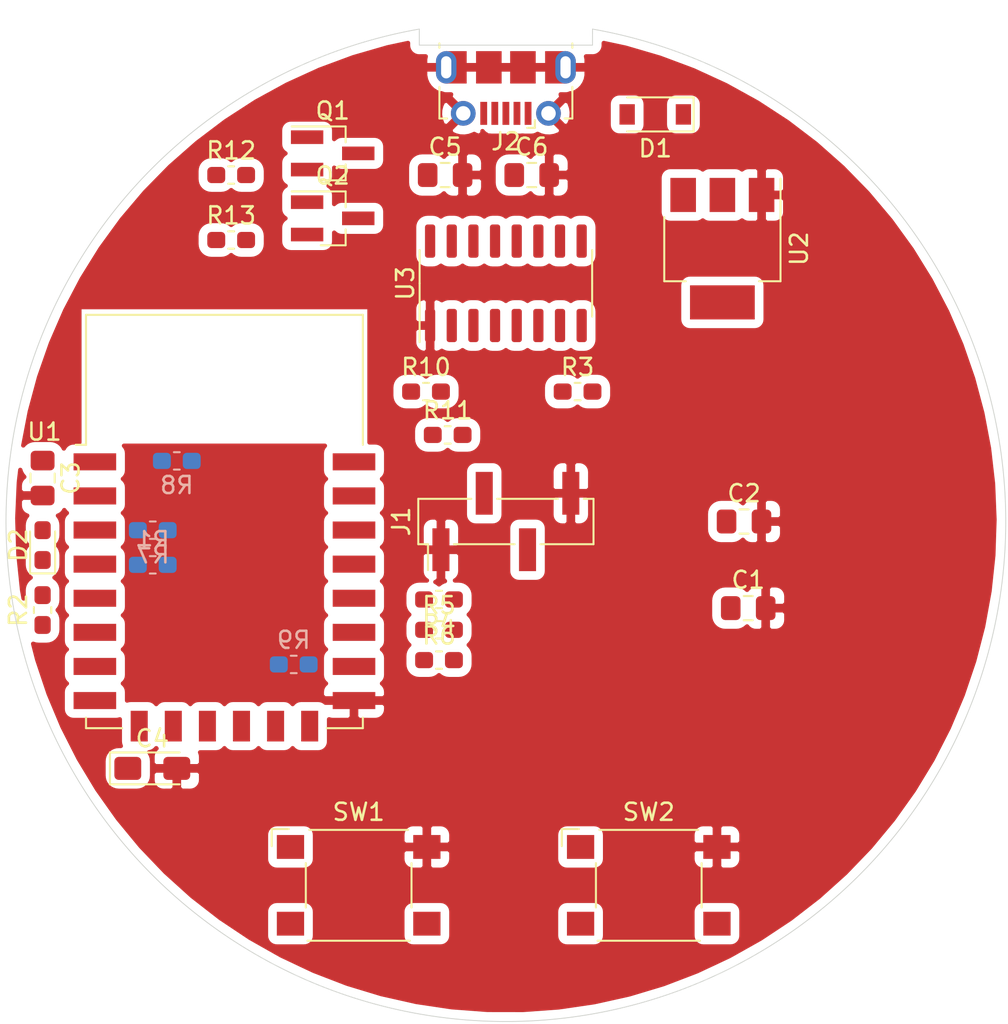
<source format=kicad_pcb>
(kicad_pcb (version 20171130) (host pcbnew 5.1.6-c6e7f7d~87~ubuntu20.04.1)

  (general
    (thickness 1.6)
    (drawings 4)
    (tracks 0)
    (zones 0)
    (modules 30)
    (nets 44)
  )

  (page A4)
  (layers
    (0 F.Cu signal)
    (31 B.Cu signal)
    (32 B.Adhes user)
    (33 F.Adhes user)
    (34 B.Paste user)
    (35 F.Paste user)
    (36 B.SilkS user)
    (37 F.SilkS user)
    (38 B.Mask user)
    (39 F.Mask user)
    (40 Dwgs.User user)
    (41 Cmts.User user)
    (42 Eco1.User user)
    (43 Eco2.User user)
    (44 Edge.Cuts user)
    (45 Margin user)
    (46 B.CrtYd user)
    (47 F.CrtYd user)
    (48 B.Fab user)
    (49 F.Fab user)
  )

  (setup
    (last_trace_width 0.25)
    (trace_clearance 0.2)
    (zone_clearance 0.508)
    (zone_45_only no)
    (trace_min 0.2)
    (via_size 0.8)
    (via_drill 0.4)
    (via_min_size 0.4)
    (via_min_drill 0.3)
    (uvia_size 0.3)
    (uvia_drill 0.1)
    (uvias_allowed no)
    (uvia_min_size 0.2)
    (uvia_min_drill 0.1)
    (edge_width 0.05)
    (segment_width 0.2)
    (pcb_text_width 0.3)
    (pcb_text_size 1.5 1.5)
    (mod_edge_width 0.12)
    (mod_text_size 1 1)
    (mod_text_width 0.15)
    (pad_size 1.524 1.524)
    (pad_drill 0.762)
    (pad_to_mask_clearance 0.05)
    (aux_axis_origin 0 0)
    (visible_elements FFFFFF7F)
    (pcbplotparams
      (layerselection 0x010fc_ffffffff)
      (usegerberextensions false)
      (usegerberattributes true)
      (usegerberadvancedattributes true)
      (creategerberjobfile true)
      (excludeedgelayer true)
      (linewidth 0.100000)
      (plotframeref false)
      (viasonmask false)
      (mode 1)
      (useauxorigin false)
      (hpglpennumber 1)
      (hpglpenspeed 20)
      (hpglpendiameter 15.000000)
      (psnegative false)
      (psa4output false)
      (plotreference true)
      (plotvalue true)
      (plotinvisibletext false)
      (padsonsilk false)
      (subtractmaskfromsilk false)
      (outputformat 1)
      (mirror false)
      (drillshape 0)
      (scaleselection 1)
      (outputdirectory "./Export/"))
  )

  (net 0 "")
  (net 1 +5V)
  (net 2 GND)
  (net 3 +3V3)
  (net 4 /nRST)
  (net 5 VBUS)
  (net 6 /GPIO16)
  (net 7 "Net-(D2-Pad2)")
  (net 8 /GPIO13)
  (net 9 /D_N)
  (net 10 /OTG_ID)
  (net 11 /D_P)
  (net 12 "Net-(Q1-Pad2)")
  (net 13 /nRTS)
  (net 14 /nDTR)
  (net 15 "Net-(Q2-Pad2)")
  (net 16 /GPIO0)
  (net 17 "Net-(R2-Pad1)")
  (net 18 "Net-(R4-Pad1)")
  (net 19 /GPIO2)
  (net 20 /EN)
  (net 21 /GPIO15)
  (net 22 "Net-(R10-Pad2)")
  (net 23 /TXD0)
  (net 24 /RXD0)
  (net 25 "Net-(R11-Pad2)")
  (net 26 /ADC)
  (net 27 /GPIO14)
  (net 28 /GPIO12)
  (net 29 /CS0)
  (net 30 /MISO)
  (net 31 /GPIO9)
  (net 32 /GPIO10)
  (net 33 /MOSI)
  (net 34 /SCLK)
  (net 35 /GPIO4)
  (net 36 /GPIO5)
  (net 37 "Net-(U3-Pad7)")
  (net 38 "Net-(U3-Pad8)")
  (net 39 "Net-(U3-Pad9)")
  (net 40 "Net-(U3-Pad10)")
  (net 41 "Net-(U3-Pad11)")
  (net 42 "Net-(U3-Pad12)")
  (net 43 "Net-(U3-Pad15)")

  (net_class Default "This is the default net class."
    (clearance 0.2)
    (trace_width 0.25)
    (via_dia 0.8)
    (via_drill 0.4)
    (uvia_dia 0.3)
    (uvia_drill 0.1)
    (add_net +3V3)
    (add_net +5V)
    (add_net /ADC)
    (add_net /CS0)
    (add_net /D_N)
    (add_net /D_P)
    (add_net /EN)
    (add_net /GPIO0)
    (add_net /GPIO10)
    (add_net /GPIO12)
    (add_net /GPIO13)
    (add_net /GPIO14)
    (add_net /GPIO15)
    (add_net /GPIO16)
    (add_net /GPIO2)
    (add_net /GPIO4)
    (add_net /GPIO5)
    (add_net /GPIO9)
    (add_net /MISO)
    (add_net /MOSI)
    (add_net /OTG_ID)
    (add_net /RXD0)
    (add_net /SCLK)
    (add_net /TXD0)
    (add_net /nDTR)
    (add_net /nRST)
    (add_net /nRTS)
    (add_net GND)
    (add_net "Net-(D2-Pad2)")
    (add_net "Net-(Q1-Pad2)")
    (add_net "Net-(Q2-Pad2)")
    (add_net "Net-(R10-Pad2)")
    (add_net "Net-(R11-Pad2)")
    (add_net "Net-(R2-Pad1)")
    (add_net "Net-(R4-Pad1)")
    (add_net "Net-(U3-Pad10)")
    (add_net "Net-(U3-Pad11)")
    (add_net "Net-(U3-Pad12)")
    (add_net "Net-(U3-Pad15)")
    (add_net "Net-(U3-Pad7)")
    (add_net "Net-(U3-Pad8)")
    (add_net "Net-(U3-Pad9)")
    (add_net VBUS)
  )

  (module Diode_SMD:D_SOD-123 (layer F.Cu) (tedit 58645DC7) (tstamp 5F0A3183)
    (at 158.624 72.644 180)
    (descr SOD-123)
    (tags SOD-123)
    (path /5F1D547F)
    (attr smd)
    (fp_text reference D1 (at 0 -2) (layer F.SilkS)
      (effects (font (size 1 1) (thickness 0.15)))
    )
    (fp_text value 1N5819 (at 0 2.1) (layer F.Fab)
      (effects (font (size 1 1) (thickness 0.15)))
    )
    (fp_text user %R (at 0 -2) (layer F.Fab)
      (effects (font (size 1 1) (thickness 0.15)))
    )
    (fp_line (start -2.25 -1) (end -2.25 1) (layer F.SilkS) (width 0.12))
    (fp_line (start 0.25 0) (end 0.75 0) (layer F.Fab) (width 0.1))
    (fp_line (start 0.25 0.4) (end -0.35 0) (layer F.Fab) (width 0.1))
    (fp_line (start 0.25 -0.4) (end 0.25 0.4) (layer F.Fab) (width 0.1))
    (fp_line (start -0.35 0) (end 0.25 -0.4) (layer F.Fab) (width 0.1))
    (fp_line (start -0.35 0) (end -0.35 0.55) (layer F.Fab) (width 0.1))
    (fp_line (start -0.35 0) (end -0.35 -0.55) (layer F.Fab) (width 0.1))
    (fp_line (start -0.75 0) (end -0.35 0) (layer F.Fab) (width 0.1))
    (fp_line (start -1.4 0.9) (end -1.4 -0.9) (layer F.Fab) (width 0.1))
    (fp_line (start 1.4 0.9) (end -1.4 0.9) (layer F.Fab) (width 0.1))
    (fp_line (start 1.4 -0.9) (end 1.4 0.9) (layer F.Fab) (width 0.1))
    (fp_line (start -1.4 -0.9) (end 1.4 -0.9) (layer F.Fab) (width 0.1))
    (fp_line (start -2.35 -1.15) (end 2.35 -1.15) (layer F.CrtYd) (width 0.05))
    (fp_line (start 2.35 -1.15) (end 2.35 1.15) (layer F.CrtYd) (width 0.05))
    (fp_line (start 2.35 1.15) (end -2.35 1.15) (layer F.CrtYd) (width 0.05))
    (fp_line (start -2.35 -1.15) (end -2.35 1.15) (layer F.CrtYd) (width 0.05))
    (fp_line (start -2.25 1) (end 1.65 1) (layer F.SilkS) (width 0.12))
    (fp_line (start -2.25 -1) (end 1.65 -1) (layer F.SilkS) (width 0.12))
    (pad 2 smd rect (at 1.65 0 180) (size 0.9 1.2) (layers F.Cu F.Paste F.Mask)
      (net 5 VBUS))
    (pad 1 smd rect (at -1.65 0 180) (size 0.9 1.2) (layers F.Cu F.Paste F.Mask)
      (net 1 +5V))
    (model ${KISYS3DMOD}/Diode_SMD.3dshapes/D_SOD-123.wrl
      (at (xyz 0 0 0))
      (scale (xyz 1 1 1))
      (rotate (xyz 0 0 0))
    )
  )

  (module Capacitor_SMD:C_0805_2012Metric_Pad1.15x1.40mm_HandSolder (layer F.Cu) (tedit 5B36C52B) (tstamp 5F0A310D)
    (at 164.075 101.6)
    (descr "Capacitor SMD 0805 (2012 Metric), square (rectangular) end terminal, IPC_7351 nominal with elongated pad for handsoldering. (Body size source: https://docs.google.com/spreadsheets/d/1BsfQQcO9C6DZCsRaXUlFlo91Tg2WpOkGARC1WS5S8t0/edit?usp=sharing), generated with kicad-footprint-generator")
    (tags "capacitor handsolder")
    (path /5F1F15B2)
    (attr smd)
    (fp_text reference C1 (at 0 -1.65) (layer F.SilkS)
      (effects (font (size 1 1) (thickness 0.15)))
    )
    (fp_text value 10uF (at 0 1.65) (layer F.Fab)
      (effects (font (size 1 1) (thickness 0.15)))
    )
    (fp_line (start 1.85 0.95) (end -1.85 0.95) (layer F.CrtYd) (width 0.05))
    (fp_line (start 1.85 -0.95) (end 1.85 0.95) (layer F.CrtYd) (width 0.05))
    (fp_line (start -1.85 -0.95) (end 1.85 -0.95) (layer F.CrtYd) (width 0.05))
    (fp_line (start -1.85 0.95) (end -1.85 -0.95) (layer F.CrtYd) (width 0.05))
    (fp_line (start -0.261252 0.71) (end 0.261252 0.71) (layer F.SilkS) (width 0.12))
    (fp_line (start -0.261252 -0.71) (end 0.261252 -0.71) (layer F.SilkS) (width 0.12))
    (fp_line (start 1 0.6) (end -1 0.6) (layer F.Fab) (width 0.1))
    (fp_line (start 1 -0.6) (end 1 0.6) (layer F.Fab) (width 0.1))
    (fp_line (start -1 -0.6) (end 1 -0.6) (layer F.Fab) (width 0.1))
    (fp_line (start -1 0.6) (end -1 -0.6) (layer F.Fab) (width 0.1))
    (fp_text user %R (at 0 0) (layer F.Fab)
      (effects (font (size 0.5 0.5) (thickness 0.08)))
    )
    (pad 1 smd roundrect (at -1.025 0) (size 1.15 1.4) (layers F.Cu F.Paste F.Mask) (roundrect_rratio 0.217391)
      (net 1 +5V))
    (pad 2 smd roundrect (at 1.025 0) (size 1.15 1.4) (layers F.Cu F.Paste F.Mask) (roundrect_rratio 0.217391)
      (net 2 GND))
    (model ${KISYS3DMOD}/Capacitor_SMD.3dshapes/C_0805_2012Metric.wrl
      (at (xyz 0 0 0))
      (scale (xyz 1 1 1))
      (rotate (xyz 0 0 0))
    )
  )

  (module Capacitor_SMD:C_0805_2012Metric_Pad1.15x1.40mm_HandSolder (layer F.Cu) (tedit 5B36C52B) (tstamp 5F0A311E)
    (at 163.83 96.52)
    (descr "Capacitor SMD 0805 (2012 Metric), square (rectangular) end terminal, IPC_7351 nominal with elongated pad for handsoldering. (Body size source: https://docs.google.com/spreadsheets/d/1BsfQQcO9C6DZCsRaXUlFlo91Tg2WpOkGARC1WS5S8t0/edit?usp=sharing), generated with kicad-footprint-generator")
    (tags "capacitor handsolder")
    (path /5F1F1D9F)
    (attr smd)
    (fp_text reference C2 (at 0 -1.65) (layer F.SilkS)
      (effects (font (size 1 1) (thickness 0.15)))
    )
    (fp_text value 10uF (at 0 1.65) (layer F.Fab)
      (effects (font (size 1 1) (thickness 0.15)))
    )
    (fp_text user %R (at 0 0.044999) (layer F.Fab)
      (effects (font (size 0.5 0.5) (thickness 0.08)))
    )
    (fp_line (start -1 0.6) (end -1 -0.6) (layer F.Fab) (width 0.1))
    (fp_line (start -1 -0.6) (end 1 -0.6) (layer F.Fab) (width 0.1))
    (fp_line (start 1 -0.6) (end 1 0.6) (layer F.Fab) (width 0.1))
    (fp_line (start 1 0.6) (end -1 0.6) (layer F.Fab) (width 0.1))
    (fp_line (start -0.261252 -0.71) (end 0.261252 -0.71) (layer F.SilkS) (width 0.12))
    (fp_line (start -0.261252 0.71) (end 0.261252 0.71) (layer F.SilkS) (width 0.12))
    (fp_line (start -1.85 0.95) (end -1.85 -0.95) (layer F.CrtYd) (width 0.05))
    (fp_line (start -1.85 -0.95) (end 1.85 -0.95) (layer F.CrtYd) (width 0.05))
    (fp_line (start 1.85 -0.95) (end 1.85 0.95) (layer F.CrtYd) (width 0.05))
    (fp_line (start 1.85 0.95) (end -1.85 0.95) (layer F.CrtYd) (width 0.05))
    (pad 2 smd roundrect (at 1.025 0) (size 1.15 1.4) (layers F.Cu F.Paste F.Mask) (roundrect_rratio 0.217391)
      (net 2 GND))
    (pad 1 smd roundrect (at -1.025 0) (size 1.15 1.4) (layers F.Cu F.Paste F.Mask) (roundrect_rratio 0.217391)
      (net 3 +3V3))
    (model ${KISYS3DMOD}/Capacitor_SMD.3dshapes/C_0805_2012Metric.wrl
      (at (xyz 0 0 0))
      (scale (xyz 1 1 1))
      (rotate (xyz 0 0 0))
    )
  )

  (module Capacitor_SMD:C_0805_2012Metric_Pad1.15x1.40mm_HandSolder (layer F.Cu) (tedit 5B36C52B) (tstamp 5F0A312F)
    (at 122.682 93.971 270)
    (descr "Capacitor SMD 0805 (2012 Metric), square (rectangular) end terminal, IPC_7351 nominal with elongated pad for handsoldering. (Body size source: https://docs.google.com/spreadsheets/d/1BsfQQcO9C6DZCsRaXUlFlo91Tg2WpOkGARC1WS5S8t0/edit?usp=sharing), generated with kicad-footprint-generator")
    (tags "capacitor handsolder")
    (path /5F0C38DC)
    (attr smd)
    (fp_text reference C3 (at 0 -1.65 90) (layer F.SilkS)
      (effects (font (size 1 1) (thickness 0.15)))
    )
    (fp_text value 100nF (at 0 1.65 90) (layer F.Fab)
      (effects (font (size 1 1) (thickness 0.15)))
    )
    (fp_line (start 1.85 0.95) (end -1.85 0.95) (layer F.CrtYd) (width 0.05))
    (fp_line (start 1.85 -0.95) (end 1.85 0.95) (layer F.CrtYd) (width 0.05))
    (fp_line (start -1.85 -0.95) (end 1.85 -0.95) (layer F.CrtYd) (width 0.05))
    (fp_line (start -1.85 0.95) (end -1.85 -0.95) (layer F.CrtYd) (width 0.05))
    (fp_line (start -0.261252 0.71) (end 0.261252 0.71) (layer F.SilkS) (width 0.12))
    (fp_line (start -0.261252 -0.71) (end 0.261252 -0.71) (layer F.SilkS) (width 0.12))
    (fp_line (start 1 0.6) (end -1 0.6) (layer F.Fab) (width 0.1))
    (fp_line (start 1 -0.6) (end 1 0.6) (layer F.Fab) (width 0.1))
    (fp_line (start -1 -0.6) (end 1 -0.6) (layer F.Fab) (width 0.1))
    (fp_line (start -1 0.6) (end -1 -0.6) (layer F.Fab) (width 0.1))
    (fp_text user %R (at 0 0 90) (layer F.Fab)
      (effects (font (size 0.5 0.5) (thickness 0.08)))
    )
    (pad 1 smd roundrect (at -1.025 0 270) (size 1.15 1.4) (layers F.Cu F.Paste F.Mask) (roundrect_rratio 0.217391)
      (net 4 /nRST))
    (pad 2 smd roundrect (at 1.025 0 270) (size 1.15 1.4) (layers F.Cu F.Paste F.Mask) (roundrect_rratio 0.217391)
      (net 2 GND))
    (model ${KISYS3DMOD}/Capacitor_SMD.3dshapes/C_0805_2012Metric.wrl
      (at (xyz 0 0 0))
      (scale (xyz 1 1 1))
      (rotate (xyz 0 0 0))
    )
  )

  (module Capacitor_Tantalum_SMD:CP_EIA-3216-10_Kemet-I_Pad1.58x1.35mm_HandSolder (layer F.Cu) (tedit 5B301BBE) (tstamp 5F0A3142)
    (at 129.1185 110.998)
    (descr "Tantalum Capacitor SMD Kemet-I (3216-10 Metric), IPC_7351 nominal, (Body size from: http://www.kemet.com/Lists/ProductCatalog/Attachments/253/KEM_TC101_STD.pdf), generated with kicad-footprint-generator")
    (tags "capacitor tantalum")
    (path /5F0D0F99)
    (attr smd)
    (fp_text reference C4 (at 0 -1.75) (layer F.SilkS)
      (effects (font (size 1 1) (thickness 0.15)))
    )
    (fp_text value 100uF (at 0 1.75) (layer F.Fab)
      (effects (font (size 1 1) (thickness 0.15)))
    )
    (fp_line (start 2.48 1.05) (end -2.48 1.05) (layer F.CrtYd) (width 0.05))
    (fp_line (start 2.48 -1.05) (end 2.48 1.05) (layer F.CrtYd) (width 0.05))
    (fp_line (start -2.48 -1.05) (end 2.48 -1.05) (layer F.CrtYd) (width 0.05))
    (fp_line (start -2.48 1.05) (end -2.48 -1.05) (layer F.CrtYd) (width 0.05))
    (fp_line (start -2.485 0.935) (end 1.6 0.935) (layer F.SilkS) (width 0.12))
    (fp_line (start -2.485 -0.935) (end -2.485 0.935) (layer F.SilkS) (width 0.12))
    (fp_line (start 1.6 -0.935) (end -2.485 -0.935) (layer F.SilkS) (width 0.12))
    (fp_line (start 1.6 0.8) (end 1.6 -0.8) (layer F.Fab) (width 0.1))
    (fp_line (start -1.6 0.8) (end 1.6 0.8) (layer F.Fab) (width 0.1))
    (fp_line (start -1.6 -0.4) (end -1.6 0.8) (layer F.Fab) (width 0.1))
    (fp_line (start -1.2 -0.8) (end -1.6 -0.4) (layer F.Fab) (width 0.1))
    (fp_line (start 1.6 -0.8) (end -1.2 -0.8) (layer F.Fab) (width 0.1))
    (fp_text user %R (at 0 0) (layer F.Fab)
      (effects (font (size 0.8 0.8) (thickness 0.12)))
    )
    (pad 1 smd roundrect (at -1.4375 0) (size 1.575 1.35) (layers F.Cu F.Paste F.Mask) (roundrect_rratio 0.185185)
      (net 3 +3V3))
    (pad 2 smd roundrect (at 1.4375 0) (size 1.575 1.35) (layers F.Cu F.Paste F.Mask) (roundrect_rratio 0.185185)
      (net 2 GND))
    (model ${KISYS3DMOD}/Capacitor_Tantalum_SMD.3dshapes/CP_EIA-3216-10_Kemet-I.wrl
      (at (xyz 0 0 0))
      (scale (xyz 1 1 1))
      (rotate (xyz 0 0 0))
    )
  )

  (module Capacitor_SMD:C_0805_2012Metric_Pad1.15x1.40mm_HandSolder (layer F.Cu) (tedit 5B36C52B) (tstamp 5F0A3153)
    (at 146.295 76.2)
    (descr "Capacitor SMD 0805 (2012 Metric), square (rectangular) end terminal, IPC_7351 nominal with elongated pad for handsoldering. (Body size source: https://docs.google.com/spreadsheets/d/1BsfQQcO9C6DZCsRaXUlFlo91Tg2WpOkGARC1WS5S8t0/edit?usp=sharing), generated with kicad-footprint-generator")
    (tags "capacitor handsolder")
    (path /5F129AFE)
    (attr smd)
    (fp_text reference C5 (at 0 -1.65) (layer F.SilkS)
      (effects (font (size 1 1) (thickness 0.15)))
    )
    (fp_text value 10uF (at 0 1.65) (layer F.Fab)
      (effects (font (size 1 1) (thickness 0.15)))
    )
    (fp_text user %R (at 0 0) (layer F.Fab)
      (effects (font (size 0.5 0.5) (thickness 0.08)))
    )
    (fp_line (start -1 0.6) (end -1 -0.6) (layer F.Fab) (width 0.1))
    (fp_line (start -1 -0.6) (end 1 -0.6) (layer F.Fab) (width 0.1))
    (fp_line (start 1 -0.6) (end 1 0.6) (layer F.Fab) (width 0.1))
    (fp_line (start 1 0.6) (end -1 0.6) (layer F.Fab) (width 0.1))
    (fp_line (start -0.261252 -0.71) (end 0.261252 -0.71) (layer F.SilkS) (width 0.12))
    (fp_line (start -0.261252 0.71) (end 0.261252 0.71) (layer F.SilkS) (width 0.12))
    (fp_line (start -1.85 0.95) (end -1.85 -0.95) (layer F.CrtYd) (width 0.05))
    (fp_line (start -1.85 -0.95) (end 1.85 -0.95) (layer F.CrtYd) (width 0.05))
    (fp_line (start 1.85 -0.95) (end 1.85 0.95) (layer F.CrtYd) (width 0.05))
    (fp_line (start 1.85 0.95) (end -1.85 0.95) (layer F.CrtYd) (width 0.05))
    (pad 2 smd roundrect (at 1.025 0) (size 1.15 1.4) (layers F.Cu F.Paste F.Mask) (roundrect_rratio 0.217391)
      (net 2 GND))
    (pad 1 smd roundrect (at -1.025 0) (size 1.15 1.4) (layers F.Cu F.Paste F.Mask) (roundrect_rratio 0.217391)
      (net 1 +5V))
    (model ${KISYS3DMOD}/Capacitor_SMD.3dshapes/C_0805_2012Metric.wrl
      (at (xyz 0 0 0))
      (scale (xyz 1 1 1))
      (rotate (xyz 0 0 0))
    )
  )

  (module Capacitor_SMD:C_0805_2012Metric_Pad1.15x1.40mm_HandSolder (layer F.Cu) (tedit 5B36C52B) (tstamp 5F0A3164)
    (at 151.375 76.2)
    (descr "Capacitor SMD 0805 (2012 Metric), square (rectangular) end terminal, IPC_7351 nominal with elongated pad for handsoldering. (Body size source: https://docs.google.com/spreadsheets/d/1BsfQQcO9C6DZCsRaXUlFlo91Tg2WpOkGARC1WS5S8t0/edit?usp=sharing), generated with kicad-footprint-generator")
    (tags "capacitor handsolder")
    (path /5F129FCD)
    (attr smd)
    (fp_text reference C6 (at 0 -1.65) (layer F.SilkS)
      (effects (font (size 1 1) (thickness 0.15)))
    )
    (fp_text value 100nF (at 0 1.65) (layer F.Fab)
      (effects (font (size 1 1) (thickness 0.15)))
    )
    (fp_line (start 1.85 0.95) (end -1.85 0.95) (layer F.CrtYd) (width 0.05))
    (fp_line (start 1.85 -0.95) (end 1.85 0.95) (layer F.CrtYd) (width 0.05))
    (fp_line (start -1.85 -0.95) (end 1.85 -0.95) (layer F.CrtYd) (width 0.05))
    (fp_line (start -1.85 0.95) (end -1.85 -0.95) (layer F.CrtYd) (width 0.05))
    (fp_line (start -0.261252 0.71) (end 0.261252 0.71) (layer F.SilkS) (width 0.12))
    (fp_line (start -0.261252 -0.71) (end 0.261252 -0.71) (layer F.SilkS) (width 0.12))
    (fp_line (start 1 0.6) (end -1 0.6) (layer F.Fab) (width 0.1))
    (fp_line (start 1 -0.6) (end 1 0.6) (layer F.Fab) (width 0.1))
    (fp_line (start -1 -0.6) (end 1 -0.6) (layer F.Fab) (width 0.1))
    (fp_line (start -1 0.6) (end -1 -0.6) (layer F.Fab) (width 0.1))
    (fp_text user %R (at 0 0) (layer F.Fab)
      (effects (font (size 0.5 0.5) (thickness 0.08)))
    )
    (pad 1 smd roundrect (at -1.025 0) (size 1.15 1.4) (layers F.Cu F.Paste F.Mask) (roundrect_rratio 0.217391)
      (net 1 +5V))
    (pad 2 smd roundrect (at 1.025 0) (size 1.15 1.4) (layers F.Cu F.Paste F.Mask) (roundrect_rratio 0.217391)
      (net 2 GND))
    (model ${KISYS3DMOD}/Capacitor_SMD.3dshapes/C_0805_2012Metric.wrl
      (at (xyz 0 0 0))
      (scale (xyz 1 1 1))
      (rotate (xyz 0 0 0))
    )
  )

  (module LED_SMD:LED_0603_1608Metric_Pad1.05x0.95mm_HandSolder (layer F.Cu) (tedit 5B4B45C9) (tstamp 5F0A3196)
    (at 122.682 97.903 90)
    (descr "LED SMD 0603 (1608 Metric), square (rectangular) end terminal, IPC_7351 nominal, (Body size source: http://www.tortai-tech.com/upload/download/2011102023233369053.pdf), generated with kicad-footprint-generator")
    (tags "LED handsolder")
    (path /5F20E413)
    (attr smd)
    (fp_text reference D2 (at 0 -1.43 90) (layer F.SilkS)
      (effects (font (size 1 1) (thickness 0.15)))
    )
    (fp_text value BLUE (at 0 1.43 90) (layer F.Fab)
      (effects (font (size 1 1) (thickness 0.15)))
    )
    (fp_line (start 1.65 0.73) (end -1.65 0.73) (layer F.CrtYd) (width 0.05))
    (fp_line (start 1.65 -0.73) (end 1.65 0.73) (layer F.CrtYd) (width 0.05))
    (fp_line (start -1.65 -0.73) (end 1.65 -0.73) (layer F.CrtYd) (width 0.05))
    (fp_line (start -1.65 0.73) (end -1.65 -0.73) (layer F.CrtYd) (width 0.05))
    (fp_line (start -1.66 0.735) (end 0.8 0.735) (layer F.SilkS) (width 0.12))
    (fp_line (start -1.66 -0.735) (end -1.66 0.735) (layer F.SilkS) (width 0.12))
    (fp_line (start 0.8 -0.735) (end -1.66 -0.735) (layer F.SilkS) (width 0.12))
    (fp_line (start 0.8 0.4) (end 0.8 -0.4) (layer F.Fab) (width 0.1))
    (fp_line (start -0.8 0.4) (end 0.8 0.4) (layer F.Fab) (width 0.1))
    (fp_line (start -0.8 -0.1) (end -0.8 0.4) (layer F.Fab) (width 0.1))
    (fp_line (start -0.5 -0.4) (end -0.8 -0.1) (layer F.Fab) (width 0.1))
    (fp_line (start 0.8 -0.4) (end -0.5 -0.4) (layer F.Fab) (width 0.1))
    (fp_text user %R (at 0 0 90) (layer F.Fab)
      (effects (font (size 0.4 0.4) (thickness 0.06)))
    )
    (pad 1 smd roundrect (at -0.875 0 90) (size 1.05 0.95) (layers F.Cu F.Paste F.Mask) (roundrect_rratio 0.25)
      (net 6 /GPIO16))
    (pad 2 smd roundrect (at 0.875 0 90) (size 1.05 0.95) (layers F.Cu F.Paste F.Mask) (roundrect_rratio 0.25)
      (net 7 "Net-(D2-Pad2)"))
    (model ${KISYS3DMOD}/LED_SMD.3dshapes/LED_0603_1608Metric.wrl
      (at (xyz 0 0 0))
      (scale (xyz 1 1 1))
      (rotate (xyz 0 0 0))
    )
  )

  (module Connector_PinHeader_2.54mm:PinHeader_1x04_P2.54mm_Vertical_SMD_Pin1Left (layer F.Cu) (tedit 59FED5CC) (tstamp 5F0A31BD)
    (at 149.86 96.52 90)
    (descr "surface-mounted straight pin header, 1x04, 2.54mm pitch, single row, style 1 (pin 1 left)")
    (tags "Surface mounted pin header SMD 1x04 2.54mm single row style1 pin1 left")
    (path /5F2938F3)
    (attr smd)
    (fp_text reference J1 (at 0 -6.14 90) (layer F.SilkS)
      (effects (font (size 1 1) (thickness 0.15)))
    )
    (fp_text value WS2812-Strip (at 0 6.14 90) (layer F.Fab)
      (effects (font (size 1 1) (thickness 0.15)))
    )
    (fp_line (start 3.45 -5.6) (end -3.45 -5.6) (layer F.CrtYd) (width 0.05))
    (fp_line (start 3.45 5.6) (end 3.45 -5.6) (layer F.CrtYd) (width 0.05))
    (fp_line (start -3.45 5.6) (end 3.45 5.6) (layer F.CrtYd) (width 0.05))
    (fp_line (start -3.45 -5.6) (end -3.45 5.6) (layer F.CrtYd) (width 0.05))
    (fp_line (start -1.33 2.03) (end -1.33 5.14) (layer F.SilkS) (width 0.12))
    (fp_line (start -1.33 -3.05) (end -1.33 0.51) (layer F.SilkS) (width 0.12))
    (fp_line (start 1.33 -0.51) (end 1.33 3.05) (layer F.SilkS) (width 0.12))
    (fp_line (start 1.33 4.57) (end 1.33 5.14) (layer F.SilkS) (width 0.12))
    (fp_line (start -1.33 -5.14) (end -1.33 -4.57) (layer F.SilkS) (width 0.12))
    (fp_line (start -1.33 -4.57) (end -2.85 -4.57) (layer F.SilkS) (width 0.12))
    (fp_line (start 1.33 -5.14) (end 1.33 -2.03) (layer F.SilkS) (width 0.12))
    (fp_line (start -1.33 5.14) (end 1.33 5.14) (layer F.SilkS) (width 0.12))
    (fp_line (start -1.33 -5.14) (end 1.33 -5.14) (layer F.SilkS) (width 0.12))
    (fp_line (start 2.54 4.13) (end 1.27 4.13) (layer F.Fab) (width 0.1))
    (fp_line (start 2.54 3.49) (end 2.54 4.13) (layer F.Fab) (width 0.1))
    (fp_line (start 1.27 3.49) (end 2.54 3.49) (layer F.Fab) (width 0.1))
    (fp_line (start 2.54 -0.95) (end 1.27 -0.95) (layer F.Fab) (width 0.1))
    (fp_line (start 2.54 -1.59) (end 2.54 -0.95) (layer F.Fab) (width 0.1))
    (fp_line (start 1.27 -1.59) (end 2.54 -1.59) (layer F.Fab) (width 0.1))
    (fp_line (start -2.54 1.59) (end -1.27 1.59) (layer F.Fab) (width 0.1))
    (fp_line (start -2.54 0.95) (end -2.54 1.59) (layer F.Fab) (width 0.1))
    (fp_line (start -1.27 0.95) (end -2.54 0.95) (layer F.Fab) (width 0.1))
    (fp_line (start -2.54 -3.49) (end -1.27 -3.49) (layer F.Fab) (width 0.1))
    (fp_line (start -2.54 -4.13) (end -2.54 -3.49) (layer F.Fab) (width 0.1))
    (fp_line (start -1.27 -4.13) (end -2.54 -4.13) (layer F.Fab) (width 0.1))
    (fp_line (start 1.27 -5.08) (end 1.27 5.08) (layer F.Fab) (width 0.1))
    (fp_line (start -1.27 -4.13) (end -0.32 -5.08) (layer F.Fab) (width 0.1))
    (fp_line (start -1.27 5.08) (end -1.27 -4.13) (layer F.Fab) (width 0.1))
    (fp_line (start -0.32 -5.08) (end 1.27 -5.08) (layer F.Fab) (width 0.1))
    (fp_line (start 1.27 5.08) (end -1.27 5.08) (layer F.Fab) (width 0.1))
    (fp_text user %R (at 0 0) (layer F.Fab)
      (effects (font (size 1 1) (thickness 0.15)))
    )
    (pad 1 smd rect (at -1.655 -3.81 90) (size 2.51 1) (layers F.Cu F.Paste F.Mask)
      (net 2 GND))
    (pad 3 smd rect (at -1.655 1.27 90) (size 2.51 1) (layers F.Cu F.Paste F.Mask)
      (net 1 +5V))
    (pad 2 smd rect (at 1.655 -1.27 90) (size 2.51 1) (layers F.Cu F.Paste F.Mask)
      (net 8 /GPIO13))
    (pad 4 smd rect (at 1.655 3.81 90) (size 2.51 1) (layers F.Cu F.Paste F.Mask)
      (net 2 GND))
    (model ${KISYS3DMOD}/Connector_PinHeader_2.54mm.3dshapes/PinHeader_1x04_P2.54mm_Vertical_SMD_Pin1Left.wrl
      (at (xyz 0 0 0))
      (scale (xyz 1 1 1))
      (rotate (xyz 0 0 0))
    )
  )

  (module Connector_USB:USB_Micro-B_Molex-105017-0001 (layer F.Cu) (tedit 5A1DC0BE) (tstamp 5F0A31E6)
    (at 149.86 71.12 180)
    (descr http://www.molex.com/pdm_docs/sd/1050170001_sd.pdf)
    (tags "Micro-USB SMD Typ-B")
    (path /5F0DA8A6)
    (attr smd)
    (fp_text reference J2 (at 0 -3.1125) (layer F.SilkS)
      (effects (font (size 1 1) (thickness 0.15)))
    )
    (fp_text value USB_B_Micro (at 0.3 4.3375) (layer F.Fab)
      (effects (font (size 1 1) (thickness 0.15)))
    )
    (fp_line (start -1.1 -2.1225) (end -1.1 -1.9125) (layer F.Fab) (width 0.1))
    (fp_line (start -1.5 -2.1225) (end -1.5 -1.9125) (layer F.Fab) (width 0.1))
    (fp_line (start -1.5 -2.1225) (end -1.1 -2.1225) (layer F.Fab) (width 0.1))
    (fp_line (start -1.1 -1.9125) (end -1.3 -1.7125) (layer F.Fab) (width 0.1))
    (fp_line (start -1.3 -1.7125) (end -1.5 -1.9125) (layer F.Fab) (width 0.1))
    (fp_line (start -1.7 -2.3125) (end -1.7 -1.8625) (layer F.SilkS) (width 0.12))
    (fp_line (start -1.7 -2.3125) (end -1.25 -2.3125) (layer F.SilkS) (width 0.12))
    (fp_line (start 3.9 -1.7625) (end 3.45 -1.7625) (layer F.SilkS) (width 0.12))
    (fp_line (start 3.9 0.0875) (end 3.9 -1.7625) (layer F.SilkS) (width 0.12))
    (fp_line (start -3.9 2.6375) (end -3.9 2.3875) (layer F.SilkS) (width 0.12))
    (fp_line (start -3.75 3.3875) (end -3.75 -1.6125) (layer F.Fab) (width 0.1))
    (fp_line (start -3.75 -1.6125) (end 3.75 -1.6125) (layer F.Fab) (width 0.1))
    (fp_line (start -3.75 3.389204) (end 3.75 3.389204) (layer F.Fab) (width 0.1))
    (fp_line (start -3 2.689204) (end 3 2.689204) (layer F.Fab) (width 0.1))
    (fp_line (start 3.75 3.3875) (end 3.75 -1.6125) (layer F.Fab) (width 0.1))
    (fp_line (start 3.9 2.6375) (end 3.9 2.3875) (layer F.SilkS) (width 0.12))
    (fp_line (start -3.9 0.0875) (end -3.9 -1.7625) (layer F.SilkS) (width 0.12))
    (fp_line (start -3.9 -1.7625) (end -3.45 -1.7625) (layer F.SilkS) (width 0.12))
    (fp_line (start -4.4 3.64) (end -4.4 -2.46) (layer F.CrtYd) (width 0.05))
    (fp_line (start -4.4 -2.46) (end 4.4 -2.46) (layer F.CrtYd) (width 0.05))
    (fp_line (start 4.4 -2.46) (end 4.4 3.64) (layer F.CrtYd) (width 0.05))
    (fp_line (start -4.4 3.64) (end 4.4 3.64) (layer F.CrtYd) (width 0.05))
    (fp_text user "PCB Edge" (at 0 2.6875) (layer Dwgs.User)
      (effects (font (size 0.5 0.5) (thickness 0.08)))
    )
    (fp_text user %R (at 0 0.8875) (layer F.Fab)
      (effects (font (size 1 1) (thickness 0.15)))
    )
    (pad 6 smd rect (at 1 1.2375 180) (size 1.5 1.9) (layers F.Cu F.Paste F.Mask)
      (net 2 GND))
    (pad 6 thru_hole circle (at -2.5 -1.4625 180) (size 1.45 1.45) (drill 0.85) (layers *.Cu *.Mask)
      (net 2 GND))
    (pad 2 smd rect (at -0.65 -1.4625 180) (size 0.4 1.35) (layers F.Cu F.Paste F.Mask)
      (net 9 /D_N))
    (pad 1 smd rect (at -1.3 -1.4625 180) (size 0.4 1.35) (layers F.Cu F.Paste F.Mask)
      (net 5 VBUS))
    (pad 5 smd rect (at 1.3 -1.4625 180) (size 0.4 1.35) (layers F.Cu F.Paste F.Mask)
      (net 2 GND))
    (pad 4 smd rect (at 0.65 -1.4625 180) (size 0.4 1.35) (layers F.Cu F.Paste F.Mask)
      (net 10 /OTG_ID))
    (pad 3 smd rect (at 0 -1.4625 180) (size 0.4 1.35) (layers F.Cu F.Paste F.Mask)
      (net 11 /D_P))
    (pad 6 thru_hole circle (at 2.5 -1.4625 180) (size 1.45 1.45) (drill 0.85) (layers *.Cu *.Mask)
      (net 2 GND))
    (pad 6 smd rect (at -1 1.2375 180) (size 1.5 1.9) (layers F.Cu F.Paste F.Mask)
      (net 2 GND))
    (pad 6 thru_hole oval (at -3.5 1.2375) (size 1.2 1.9) (drill oval 0.6 1.3) (layers *.Cu *.Mask)
      (net 2 GND))
    (pad 6 thru_hole oval (at 3.5 1.2375 180) (size 1.2 1.9) (drill oval 0.6 1.3) (layers *.Cu *.Mask)
      (net 2 GND))
    (pad 6 smd rect (at 2.9 1.2375 180) (size 1.2 1.9) (layers F.Cu F.Mask)
      (net 2 GND))
    (pad 6 smd rect (at -2.9 1.2375 180) (size 1.2 1.9) (layers F.Cu F.Mask)
      (net 2 GND))
    (model ${KISYS3DMOD}/Connector_USB.3dshapes/USB_Micro-B_Molex-105017-0001.wrl
      (at (xyz 0 0 0))
      (scale (xyz 1 1 1))
      (rotate (xyz 0 0 0))
    )
  )

  (module Package_TO_SOT_SMD:SOT-23_Handsoldering (layer F.Cu) (tedit 5A0AB76C) (tstamp 5F0A31FB)
    (at 139.7 74.93)
    (descr "SOT-23, Handsoldering")
    (tags SOT-23)
    (path /5F13F123)
    (attr smd)
    (fp_text reference Q1 (at 0 -2.5) (layer F.SilkS)
      (effects (font (size 1 1) (thickness 0.15)))
    )
    (fp_text value S8050 (at 0 2.5) (layer F.Fab)
      (effects (font (size 1 1) (thickness 0.15)))
    )
    (fp_text user %R (at 0 0 90) (layer F.Fab)
      (effects (font (size 0.5 0.5) (thickness 0.075)))
    )
    (fp_line (start 0.76 1.58) (end 0.76 0.65) (layer F.SilkS) (width 0.12))
    (fp_line (start 0.76 -1.58) (end 0.76 -0.65) (layer F.SilkS) (width 0.12))
    (fp_line (start -2.7 -1.75) (end 2.7 -1.75) (layer F.CrtYd) (width 0.05))
    (fp_line (start 2.7 -1.75) (end 2.7 1.75) (layer F.CrtYd) (width 0.05))
    (fp_line (start 2.7 1.75) (end -2.7 1.75) (layer F.CrtYd) (width 0.05))
    (fp_line (start -2.7 1.75) (end -2.7 -1.75) (layer F.CrtYd) (width 0.05))
    (fp_line (start 0.76 -1.58) (end -2.4 -1.58) (layer F.SilkS) (width 0.12))
    (fp_line (start -0.7 -0.95) (end -0.7 1.5) (layer F.Fab) (width 0.1))
    (fp_line (start -0.15 -1.52) (end 0.7 -1.52) (layer F.Fab) (width 0.1))
    (fp_line (start -0.7 -0.95) (end -0.15 -1.52) (layer F.Fab) (width 0.1))
    (fp_line (start 0.7 -1.52) (end 0.7 1.52) (layer F.Fab) (width 0.1))
    (fp_line (start -0.7 1.52) (end 0.7 1.52) (layer F.Fab) (width 0.1))
    (fp_line (start 0.76 1.58) (end -0.7 1.58) (layer F.SilkS) (width 0.12))
    (pad 3 smd rect (at 1.5 0) (size 1.9 0.8) (layers F.Cu F.Paste F.Mask)
      (net 4 /nRST))
    (pad 2 smd rect (at -1.5 0.95) (size 1.9 0.8) (layers F.Cu F.Paste F.Mask)
      (net 12 "Net-(Q1-Pad2)"))
    (pad 1 smd rect (at -1.5 -0.95) (size 1.9 0.8) (layers F.Cu F.Paste F.Mask)
      (net 13 /nRTS))
    (model ${KISYS3DMOD}/Package_TO_SOT_SMD.3dshapes/SOT-23.wrl
      (at (xyz 0 0 0))
      (scale (xyz 1 1 1))
      (rotate (xyz 0 0 0))
    )
  )

  (module Package_TO_SOT_SMD:SOT-23_Handsoldering (layer F.Cu) (tedit 5A0AB76C) (tstamp 5F0A3210)
    (at 139.7 78.74)
    (descr "SOT-23, Handsoldering")
    (tags SOT-23)
    (path /5F13F76B)
    (attr smd)
    (fp_text reference Q2 (at 0 -2.5) (layer F.SilkS)
      (effects (font (size 1 1) (thickness 0.15)))
    )
    (fp_text value S8050 (at 0 2.5) (layer F.Fab)
      (effects (font (size 1 1) (thickness 0.15)))
    )
    (fp_line (start 0.76 1.58) (end -0.7 1.58) (layer F.SilkS) (width 0.12))
    (fp_line (start -0.7 1.52) (end 0.7 1.52) (layer F.Fab) (width 0.1))
    (fp_line (start 0.7 -1.52) (end 0.7 1.52) (layer F.Fab) (width 0.1))
    (fp_line (start -0.7 -0.95) (end -0.15 -1.52) (layer F.Fab) (width 0.1))
    (fp_line (start -0.15 -1.52) (end 0.7 -1.52) (layer F.Fab) (width 0.1))
    (fp_line (start -0.7 -0.95) (end -0.7 1.5) (layer F.Fab) (width 0.1))
    (fp_line (start 0.76 -1.58) (end -2.4 -1.58) (layer F.SilkS) (width 0.12))
    (fp_line (start -2.7 1.75) (end -2.7 -1.75) (layer F.CrtYd) (width 0.05))
    (fp_line (start 2.7 1.75) (end -2.7 1.75) (layer F.CrtYd) (width 0.05))
    (fp_line (start 2.7 -1.75) (end 2.7 1.75) (layer F.CrtYd) (width 0.05))
    (fp_line (start -2.7 -1.75) (end 2.7 -1.75) (layer F.CrtYd) (width 0.05))
    (fp_line (start 0.76 -1.58) (end 0.76 -0.65) (layer F.SilkS) (width 0.12))
    (fp_line (start 0.76 1.58) (end 0.76 0.65) (layer F.SilkS) (width 0.12))
    (fp_text user %R (at 0 0 90) (layer F.Fab)
      (effects (font (size 0.5 0.5) (thickness 0.075)))
    )
    (pad 1 smd rect (at -1.5 -0.95) (size 1.9 0.8) (layers F.Cu F.Paste F.Mask)
      (net 14 /nDTR))
    (pad 2 smd rect (at -1.5 0.95) (size 1.9 0.8) (layers F.Cu F.Paste F.Mask)
      (net 15 "Net-(Q2-Pad2)"))
    (pad 3 smd rect (at 1.5 0) (size 1.9 0.8) (layers F.Cu F.Paste F.Mask)
      (net 16 /GPIO0))
    (model ${KISYS3DMOD}/Package_TO_SOT_SMD.3dshapes/SOT-23.wrl
      (at (xyz 0 0 0))
      (scale (xyz 1 1 1))
      (rotate (xyz 0 0 0))
    )
  )

  (module Resistor_SMD:R_0603_1608Metric_Pad1.05x0.95mm_HandSolder (layer B.Cu) (tedit 5B301BBD) (tstamp 5F0A3221)
    (at 129.145 99.06 180)
    (descr "Resistor SMD 0603 (1608 Metric), square (rectangular) end terminal, IPC_7351 nominal with elongated pad for handsoldering. (Body size source: http://www.tortai-tech.com/upload/download/2011102023233369053.pdf), generated with kicad-footprint-generator")
    (tags "resistor handsolder")
    (path /5F206D28)
    (attr smd)
    (fp_text reference R1 (at 0 1.43) (layer B.SilkS)
      (effects (font (size 1 1) (thickness 0.15)) (justify mirror))
    )
    (fp_text value 470 (at 0 -1.43) (layer B.Fab)
      (effects (font (size 1 1) (thickness 0.15)) (justify mirror))
    )
    (fp_line (start 1.65 -0.73) (end -1.65 -0.73) (layer B.CrtYd) (width 0.05))
    (fp_line (start 1.65 0.73) (end 1.65 -0.73) (layer B.CrtYd) (width 0.05))
    (fp_line (start -1.65 0.73) (end 1.65 0.73) (layer B.CrtYd) (width 0.05))
    (fp_line (start -1.65 -0.73) (end -1.65 0.73) (layer B.CrtYd) (width 0.05))
    (fp_line (start -0.171267 -0.51) (end 0.171267 -0.51) (layer B.SilkS) (width 0.12))
    (fp_line (start -0.171267 0.51) (end 0.171267 0.51) (layer B.SilkS) (width 0.12))
    (fp_line (start 0.8 -0.4) (end -0.8 -0.4) (layer B.Fab) (width 0.1))
    (fp_line (start 0.8 0.4) (end 0.8 -0.4) (layer B.Fab) (width 0.1))
    (fp_line (start -0.8 0.4) (end 0.8 0.4) (layer B.Fab) (width 0.1))
    (fp_line (start -0.8 -0.4) (end -0.8 0.4) (layer B.Fab) (width 0.1))
    (fp_text user %R (at 0 0) (layer B.Fab)
      (effects (font (size 0.4 0.4) (thickness 0.06)) (justify mirror))
    )
    (pad 1 smd roundrect (at -0.875 0 180) (size 1.05 0.95) (layers B.Cu B.Paste B.Mask) (roundrect_rratio 0.25)
      (net 7 "Net-(D2-Pad2)"))
    (pad 2 smd roundrect (at 0.875 0 180) (size 1.05 0.95) (layers B.Cu B.Paste B.Mask) (roundrect_rratio 0.25)
      (net 3 +3V3))
    (model ${KISYS3DMOD}/Resistor_SMD.3dshapes/R_0603_1608Metric.wrl
      (at (xyz 0 0 0))
      (scale (xyz 1 1 1))
      (rotate (xyz 0 0 0))
    )
  )

  (module Resistor_SMD:R_0603_1608Metric_Pad1.05x0.95mm_HandSolder (layer F.Cu) (tedit 5B301BBD) (tstamp 5F0A3232)
    (at 122.682 101.713 90)
    (descr "Resistor SMD 0603 (1608 Metric), square (rectangular) end terminal, IPC_7351 nominal with elongated pad for handsoldering. (Body size source: http://www.tortai-tech.com/upload/download/2011102023233369053.pdf), generated with kicad-footprint-generator")
    (tags "resistor handsolder")
    (path /5F2156DD)
    (attr smd)
    (fp_text reference R2 (at 0 -1.43 90) (layer F.SilkS)
      (effects (font (size 1 1) (thickness 0.15)))
    )
    (fp_text value 0 (at 0 1.43 90) (layer F.Fab)
      (effects (font (size 1 1) (thickness 0.15)))
    )
    (fp_text user %R (at 0 0 90) (layer F.Fab)
      (effects (font (size 0.4 0.4) (thickness 0.06)))
    )
    (fp_line (start -0.8 0.4) (end -0.8 -0.4) (layer F.Fab) (width 0.1))
    (fp_line (start -0.8 -0.4) (end 0.8 -0.4) (layer F.Fab) (width 0.1))
    (fp_line (start 0.8 -0.4) (end 0.8 0.4) (layer F.Fab) (width 0.1))
    (fp_line (start 0.8 0.4) (end -0.8 0.4) (layer F.Fab) (width 0.1))
    (fp_line (start -0.171267 -0.51) (end 0.171267 -0.51) (layer F.SilkS) (width 0.12))
    (fp_line (start -0.171267 0.51) (end 0.171267 0.51) (layer F.SilkS) (width 0.12))
    (fp_line (start -1.65 0.73) (end -1.65 -0.73) (layer F.CrtYd) (width 0.05))
    (fp_line (start -1.65 -0.73) (end 1.65 -0.73) (layer F.CrtYd) (width 0.05))
    (fp_line (start 1.65 -0.73) (end 1.65 0.73) (layer F.CrtYd) (width 0.05))
    (fp_line (start 1.65 0.73) (end -1.65 0.73) (layer F.CrtYd) (width 0.05))
    (pad 2 smd roundrect (at 0.875 0 90) (size 1.05 0.95) (layers F.Cu F.Paste F.Mask) (roundrect_rratio 0.25)
      (net 6 /GPIO16))
    (pad 1 smd roundrect (at -0.875 0 90) (size 1.05 0.95) (layers F.Cu F.Paste F.Mask) (roundrect_rratio 0.25)
      (net 17 "Net-(R2-Pad1)"))
    (model ${KISYS3DMOD}/Resistor_SMD.3dshapes/R_0603_1608Metric.wrl
      (at (xyz 0 0 0))
      (scale (xyz 1 1 1))
      (rotate (xyz 0 0 0))
    )
  )

  (module Resistor_SMD:R_0603_1608Metric_Pad1.05x0.95mm_HandSolder (layer F.Cu) (tedit 5B301BBD) (tstamp 5F0A3243)
    (at 154.065 88.9)
    (descr "Resistor SMD 0603 (1608 Metric), square (rectangular) end terminal, IPC_7351 nominal with elongated pad for handsoldering. (Body size source: http://www.tortai-tech.com/upload/download/2011102023233369053.pdf), generated with kicad-footprint-generator")
    (tags "resistor handsolder")
    (path /5F221814)
    (attr smd)
    (fp_text reference R3 (at 0 -1.43) (layer F.SilkS)
      (effects (font (size 1 1) (thickness 0.15)))
    )
    (fp_text value 470 (at 0 1.43) (layer F.Fab)
      (effects (font (size 1 1) (thickness 0.15)))
    )
    (fp_line (start 1.65 0.73) (end -1.65 0.73) (layer F.CrtYd) (width 0.05))
    (fp_line (start 1.65 -0.73) (end 1.65 0.73) (layer F.CrtYd) (width 0.05))
    (fp_line (start -1.65 -0.73) (end 1.65 -0.73) (layer F.CrtYd) (width 0.05))
    (fp_line (start -1.65 0.73) (end -1.65 -0.73) (layer F.CrtYd) (width 0.05))
    (fp_line (start -0.171267 0.51) (end 0.171267 0.51) (layer F.SilkS) (width 0.12))
    (fp_line (start -0.171267 -0.51) (end 0.171267 -0.51) (layer F.SilkS) (width 0.12))
    (fp_line (start 0.8 0.4) (end -0.8 0.4) (layer F.Fab) (width 0.1))
    (fp_line (start 0.8 -0.4) (end 0.8 0.4) (layer F.Fab) (width 0.1))
    (fp_line (start -0.8 -0.4) (end 0.8 -0.4) (layer F.Fab) (width 0.1))
    (fp_line (start -0.8 0.4) (end -0.8 -0.4) (layer F.Fab) (width 0.1))
    (fp_text user %R (at 0 0) (layer F.Fab)
      (effects (font (size 0.4 0.4) (thickness 0.06)))
    )
    (pad 1 smd roundrect (at -0.875 0) (size 1.05 0.95) (layers F.Cu F.Paste F.Mask) (roundrect_rratio 0.25)
      (net 17 "Net-(R2-Pad1)"))
    (pad 2 smd roundrect (at 0.875 0) (size 1.05 0.95) (layers F.Cu F.Paste F.Mask) (roundrect_rratio 0.25)
      (net 4 /nRST))
    (model ${KISYS3DMOD}/Resistor_SMD.3dshapes/R_0603_1608Metric.wrl
      (at (xyz 0 0 0))
      (scale (xyz 1 1 1))
      (rotate (xyz 0 0 0))
    )
  )

  (module Resistor_SMD:R_0603_1608Metric_Pad1.05x0.95mm_HandSolder (layer F.Cu) (tedit 5B301BBD) (tstamp 5F0A3254)
    (at 145.937 101.092 180)
    (descr "Resistor SMD 0603 (1608 Metric), square (rectangular) end terminal, IPC_7351 nominal with elongated pad for handsoldering. (Body size source: http://www.tortai-tech.com/upload/download/2011102023233369053.pdf), generated with kicad-footprint-generator")
    (tags "resistor handsolder")
    (path /5F22F93A)
    (attr smd)
    (fp_text reference R4 (at 0 -1.43) (layer F.SilkS)
      (effects (font (size 1 1) (thickness 0.15)))
    )
    (fp_text value 470 (at 0 1.43) (layer F.Fab)
      (effects (font (size 1 1) (thickness 0.15)))
    )
    (fp_text user %R (at 0 0) (layer F.Fab)
      (effects (font (size 0.4 0.4) (thickness 0.06)))
    )
    (fp_line (start -0.8 0.4) (end -0.8 -0.4) (layer F.Fab) (width 0.1))
    (fp_line (start -0.8 -0.4) (end 0.8 -0.4) (layer F.Fab) (width 0.1))
    (fp_line (start 0.8 -0.4) (end 0.8 0.4) (layer F.Fab) (width 0.1))
    (fp_line (start 0.8 0.4) (end -0.8 0.4) (layer F.Fab) (width 0.1))
    (fp_line (start -0.171267 -0.51) (end 0.171267 -0.51) (layer F.SilkS) (width 0.12))
    (fp_line (start -0.171267 0.51) (end 0.171267 0.51) (layer F.SilkS) (width 0.12))
    (fp_line (start -1.65 0.73) (end -1.65 -0.73) (layer F.CrtYd) (width 0.05))
    (fp_line (start -1.65 -0.73) (end 1.65 -0.73) (layer F.CrtYd) (width 0.05))
    (fp_line (start 1.65 -0.73) (end 1.65 0.73) (layer F.CrtYd) (width 0.05))
    (fp_line (start 1.65 0.73) (end -1.65 0.73) (layer F.CrtYd) (width 0.05))
    (pad 2 smd roundrect (at 0.875 0 180) (size 1.05 0.95) (layers F.Cu F.Paste F.Mask) (roundrect_rratio 0.25)
      (net 16 /GPIO0))
    (pad 1 smd roundrect (at -0.875 0 180) (size 1.05 0.95) (layers F.Cu F.Paste F.Mask) (roundrect_rratio 0.25)
      (net 18 "Net-(R4-Pad1)"))
    (model ${KISYS3DMOD}/Resistor_SMD.3dshapes/R_0603_1608Metric.wrl
      (at (xyz 0 0 0))
      (scale (xyz 1 1 1))
      (rotate (xyz 0 0 0))
    )
  )

  (module Resistor_SMD:R_0603_1608Metric_Pad1.05x0.95mm_HandSolder (layer F.Cu) (tedit 5B301BBD) (tstamp 5F0A3265)
    (at 145.937 102.87)
    (descr "Resistor SMD 0603 (1608 Metric), square (rectangular) end terminal, IPC_7351 nominal with elongated pad for handsoldering. (Body size source: http://www.tortai-tech.com/upload/download/2011102023233369053.pdf), generated with kicad-footprint-generator")
    (tags "resistor handsolder")
    (path /5F0B641E)
    (attr smd)
    (fp_text reference R5 (at 0 -1.43) (layer F.SilkS)
      (effects (font (size 1 1) (thickness 0.15)))
    )
    (fp_text value 12k (at 0 1.43) (layer F.Fab)
      (effects (font (size 1 1) (thickness 0.15)))
    )
    (fp_line (start 1.65 0.73) (end -1.65 0.73) (layer F.CrtYd) (width 0.05))
    (fp_line (start 1.65 -0.73) (end 1.65 0.73) (layer F.CrtYd) (width 0.05))
    (fp_line (start -1.65 -0.73) (end 1.65 -0.73) (layer F.CrtYd) (width 0.05))
    (fp_line (start -1.65 0.73) (end -1.65 -0.73) (layer F.CrtYd) (width 0.05))
    (fp_line (start -0.171267 0.51) (end 0.171267 0.51) (layer F.SilkS) (width 0.12))
    (fp_line (start -0.171267 -0.51) (end 0.171267 -0.51) (layer F.SilkS) (width 0.12))
    (fp_line (start 0.8 0.4) (end -0.8 0.4) (layer F.Fab) (width 0.1))
    (fp_line (start 0.8 -0.4) (end 0.8 0.4) (layer F.Fab) (width 0.1))
    (fp_line (start -0.8 -0.4) (end 0.8 -0.4) (layer F.Fab) (width 0.1))
    (fp_line (start -0.8 0.4) (end -0.8 -0.4) (layer F.Fab) (width 0.1))
    (fp_text user %R (at 0 0) (layer F.Fab)
      (effects (font (size 0.4 0.4) (thickness 0.06)))
    )
    (pad 1 smd roundrect (at -0.875 0) (size 1.05 0.95) (layers F.Cu F.Paste F.Mask) (roundrect_rratio 0.25)
      (net 16 /GPIO0))
    (pad 2 smd roundrect (at 0.875 0) (size 1.05 0.95) (layers F.Cu F.Paste F.Mask) (roundrect_rratio 0.25)
      (net 3 +3V3))
    (model ${KISYS3DMOD}/Resistor_SMD.3dshapes/R_0603_1608Metric.wrl
      (at (xyz 0 0 0))
      (scale (xyz 1 1 1))
      (rotate (xyz 0 0 0))
    )
  )

  (module Resistor_SMD:R_0603_1608Metric_Pad1.05x0.95mm_HandSolder (layer F.Cu) (tedit 5B301BBD) (tstamp 5F0A3276)
    (at 145.937 104.648)
    (descr "Resistor SMD 0603 (1608 Metric), square (rectangular) end terminal, IPC_7351 nominal with elongated pad for handsoldering. (Body size source: http://www.tortai-tech.com/upload/download/2011102023233369053.pdf), generated with kicad-footprint-generator")
    (tags "resistor handsolder")
    (path /5F0B72B8)
    (attr smd)
    (fp_text reference R6 (at 0 -1.43) (layer F.SilkS)
      (effects (font (size 1 1) (thickness 0.15)))
    )
    (fp_text value 12k (at 0 1.43) (layer F.Fab)
      (effects (font (size 1 1) (thickness 0.15)))
    )
    (fp_text user %R (at 0 0) (layer F.Fab)
      (effects (font (size 0.4 0.4) (thickness 0.06)))
    )
    (fp_line (start -0.8 0.4) (end -0.8 -0.4) (layer F.Fab) (width 0.1))
    (fp_line (start -0.8 -0.4) (end 0.8 -0.4) (layer F.Fab) (width 0.1))
    (fp_line (start 0.8 -0.4) (end 0.8 0.4) (layer F.Fab) (width 0.1))
    (fp_line (start 0.8 0.4) (end -0.8 0.4) (layer F.Fab) (width 0.1))
    (fp_line (start -0.171267 -0.51) (end 0.171267 -0.51) (layer F.SilkS) (width 0.12))
    (fp_line (start -0.171267 0.51) (end 0.171267 0.51) (layer F.SilkS) (width 0.12))
    (fp_line (start -1.65 0.73) (end -1.65 -0.73) (layer F.CrtYd) (width 0.05))
    (fp_line (start -1.65 -0.73) (end 1.65 -0.73) (layer F.CrtYd) (width 0.05))
    (fp_line (start 1.65 -0.73) (end 1.65 0.73) (layer F.CrtYd) (width 0.05))
    (fp_line (start 1.65 0.73) (end -1.65 0.73) (layer F.CrtYd) (width 0.05))
    (pad 2 smd roundrect (at 0.875 0) (size 1.05 0.95) (layers F.Cu F.Paste F.Mask) (roundrect_rratio 0.25)
      (net 3 +3V3))
    (pad 1 smd roundrect (at -0.875 0) (size 1.05 0.95) (layers F.Cu F.Paste F.Mask) (roundrect_rratio 0.25)
      (net 19 /GPIO2))
    (model ${KISYS3DMOD}/Resistor_SMD.3dshapes/R_0603_1608Metric.wrl
      (at (xyz 0 0 0))
      (scale (xyz 1 1 1))
      (rotate (xyz 0 0 0))
    )
  )

  (module Resistor_SMD:R_0603_1608Metric_Pad1.05x0.95mm_HandSolder (layer B.Cu) (tedit 5B301BBD) (tstamp 5F0A3287)
    (at 129.145 97.028)
    (descr "Resistor SMD 0603 (1608 Metric), square (rectangular) end terminal, IPC_7351 nominal with elongated pad for handsoldering. (Body size source: http://www.tortai-tech.com/upload/download/2011102023233369053.pdf), generated with kicad-footprint-generator")
    (tags "resistor handsolder")
    (path /5F0B7630)
    (attr smd)
    (fp_text reference R7 (at 0 1.43) (layer B.SilkS)
      (effects (font (size 1 1) (thickness 0.15)) (justify mirror))
    )
    (fp_text value 12k (at 0 -1.43) (layer B.Fab)
      (effects (font (size 1 1) (thickness 0.15)) (justify mirror))
    )
    (fp_line (start 1.65 -0.73) (end -1.65 -0.73) (layer B.CrtYd) (width 0.05))
    (fp_line (start 1.65 0.73) (end 1.65 -0.73) (layer B.CrtYd) (width 0.05))
    (fp_line (start -1.65 0.73) (end 1.65 0.73) (layer B.CrtYd) (width 0.05))
    (fp_line (start -1.65 -0.73) (end -1.65 0.73) (layer B.CrtYd) (width 0.05))
    (fp_line (start -0.171267 -0.51) (end 0.171267 -0.51) (layer B.SilkS) (width 0.12))
    (fp_line (start -0.171267 0.51) (end 0.171267 0.51) (layer B.SilkS) (width 0.12))
    (fp_line (start 0.8 -0.4) (end -0.8 -0.4) (layer B.Fab) (width 0.1))
    (fp_line (start 0.8 0.4) (end 0.8 -0.4) (layer B.Fab) (width 0.1))
    (fp_line (start -0.8 0.4) (end 0.8 0.4) (layer B.Fab) (width 0.1))
    (fp_line (start -0.8 -0.4) (end -0.8 0.4) (layer B.Fab) (width 0.1))
    (fp_text user %R (at 0 0) (layer B.Fab)
      (effects (font (size 0.4 0.4) (thickness 0.06)) (justify mirror))
    )
    (pad 1 smd roundrect (at -0.875 0) (size 1.05 0.95) (layers B.Cu B.Paste B.Mask) (roundrect_rratio 0.25)
      (net 20 /EN))
    (pad 2 smd roundrect (at 0.875 0) (size 1.05 0.95) (layers B.Cu B.Paste B.Mask) (roundrect_rratio 0.25)
      (net 3 +3V3))
    (model ${KISYS3DMOD}/Resistor_SMD.3dshapes/R_0603_1608Metric.wrl
      (at (xyz 0 0 0))
      (scale (xyz 1 1 1))
      (rotate (xyz 0 0 0))
    )
  )

  (module Resistor_SMD:R_0603_1608Metric_Pad1.05x0.95mm_HandSolder (layer B.Cu) (tedit 5B301BBD) (tstamp 5F0A50B0)
    (at 130.556 92.964)
    (descr "Resistor SMD 0603 (1608 Metric), square (rectangular) end terminal, IPC_7351 nominal with elongated pad for handsoldering. (Body size source: http://www.tortai-tech.com/upload/download/2011102023233369053.pdf), generated with kicad-footprint-generator")
    (tags "resistor handsolder")
    (path /5F0B7852)
    (attr smd)
    (fp_text reference R8 (at 0 1.43) (layer B.SilkS)
      (effects (font (size 1 1) (thickness 0.15)) (justify mirror))
    )
    (fp_text value 12k (at 0 -1.43) (layer B.Fab)
      (effects (font (size 1 1) (thickness 0.15)) (justify mirror))
    )
    (fp_text user %R (at 0 0) (layer B.Fab)
      (effects (font (size 0.4 0.4) (thickness 0.06)) (justify mirror))
    )
    (fp_line (start -0.8 -0.4) (end -0.8 0.4) (layer B.Fab) (width 0.1))
    (fp_line (start -0.8 0.4) (end 0.8 0.4) (layer B.Fab) (width 0.1))
    (fp_line (start 0.8 0.4) (end 0.8 -0.4) (layer B.Fab) (width 0.1))
    (fp_line (start 0.8 -0.4) (end -0.8 -0.4) (layer B.Fab) (width 0.1))
    (fp_line (start -0.171267 0.51) (end 0.171267 0.51) (layer B.SilkS) (width 0.12))
    (fp_line (start -0.171267 -0.51) (end 0.171267 -0.51) (layer B.SilkS) (width 0.12))
    (fp_line (start -1.65 -0.73) (end -1.65 0.73) (layer B.CrtYd) (width 0.05))
    (fp_line (start -1.65 0.73) (end 1.65 0.73) (layer B.CrtYd) (width 0.05))
    (fp_line (start 1.65 0.73) (end 1.65 -0.73) (layer B.CrtYd) (width 0.05))
    (fp_line (start 1.65 -0.73) (end -1.65 -0.73) (layer B.CrtYd) (width 0.05))
    (pad 2 smd roundrect (at 0.875 0) (size 1.05 0.95) (layers B.Cu B.Paste B.Mask) (roundrect_rratio 0.25)
      (net 3 +3V3))
    (pad 1 smd roundrect (at -0.875 0) (size 1.05 0.95) (layers B.Cu B.Paste B.Mask) (roundrect_rratio 0.25)
      (net 4 /nRST))
    (model ${KISYS3DMOD}/Resistor_SMD.3dshapes/R_0603_1608Metric.wrl
      (at (xyz 0 0 0))
      (scale (xyz 1 1 1))
      (rotate (xyz 0 0 0))
    )
  )

  (module Resistor_SMD:R_0603_1608Metric_Pad1.05x0.95mm_HandSolder (layer B.Cu) (tedit 5B301BBD) (tstamp 5F0A32A9)
    (at 137.414 104.902 180)
    (descr "Resistor SMD 0603 (1608 Metric), square (rectangular) end terminal, IPC_7351 nominal with elongated pad for handsoldering. (Body size source: http://www.tortai-tech.com/upload/download/2011102023233369053.pdf), generated with kicad-footprint-generator")
    (tags "resistor handsolder")
    (path /5F0C041B)
    (attr smd)
    (fp_text reference R9 (at 0 1.43) (layer B.SilkS)
      (effects (font (size 1 1) (thickness 0.15)) (justify mirror))
    )
    (fp_text value 12k (at 0 -1.43) (layer B.Fab)
      (effects (font (size 1 1) (thickness 0.15)) (justify mirror))
    )
    (fp_line (start 1.65 -0.73) (end -1.65 -0.73) (layer B.CrtYd) (width 0.05))
    (fp_line (start 1.65 0.73) (end 1.65 -0.73) (layer B.CrtYd) (width 0.05))
    (fp_line (start -1.65 0.73) (end 1.65 0.73) (layer B.CrtYd) (width 0.05))
    (fp_line (start -1.65 -0.73) (end -1.65 0.73) (layer B.CrtYd) (width 0.05))
    (fp_line (start -0.171267 -0.51) (end 0.171267 -0.51) (layer B.SilkS) (width 0.12))
    (fp_line (start -0.171267 0.51) (end 0.171267 0.51) (layer B.SilkS) (width 0.12))
    (fp_line (start 0.8 -0.4) (end -0.8 -0.4) (layer B.Fab) (width 0.1))
    (fp_line (start 0.8 0.4) (end 0.8 -0.4) (layer B.Fab) (width 0.1))
    (fp_line (start -0.8 0.4) (end 0.8 0.4) (layer B.Fab) (width 0.1))
    (fp_line (start -0.8 -0.4) (end -0.8 0.4) (layer B.Fab) (width 0.1))
    (fp_text user %R (at 0 0) (layer B.Fab)
      (effects (font (size 0.4 0.4) (thickness 0.06)) (justify mirror))
    )
    (pad 1 smd roundrect (at -0.875 0 180) (size 1.05 0.95) (layers B.Cu B.Paste B.Mask) (roundrect_rratio 0.25)
      (net 21 /GPIO15))
    (pad 2 smd roundrect (at 0.875 0 180) (size 1.05 0.95) (layers B.Cu B.Paste B.Mask) (roundrect_rratio 0.25)
      (net 2 GND))
    (model ${KISYS3DMOD}/Resistor_SMD.3dshapes/R_0603_1608Metric.wrl
      (at (xyz 0 0 0))
      (scale (xyz 1 1 1))
      (rotate (xyz 0 0 0))
    )
  )

  (module Resistor_SMD:R_0603_1608Metric_Pad1.05x0.95mm_HandSolder (layer F.Cu) (tedit 5B301BBD) (tstamp 5F0A32BA)
    (at 145.175 88.9)
    (descr "Resistor SMD 0603 (1608 Metric), square (rectangular) end terminal, IPC_7351 nominal with elongated pad for handsoldering. (Body size source: http://www.tortai-tech.com/upload/download/2011102023233369053.pdf), generated with kicad-footprint-generator")
    (tags "resistor handsolder")
    (path /5F0E61FB)
    (attr smd)
    (fp_text reference R10 (at 0 -1.43) (layer F.SilkS)
      (effects (font (size 1 1) (thickness 0.15)))
    )
    (fp_text value 470 (at 0 1.43) (layer F.Fab)
      (effects (font (size 1 1) (thickness 0.15)))
    )
    (fp_text user %R (at 0 0) (layer F.Fab)
      (effects (font (size 0.4 0.4) (thickness 0.06)))
    )
    (fp_line (start -0.8 0.4) (end -0.8 -0.4) (layer F.Fab) (width 0.1))
    (fp_line (start -0.8 -0.4) (end 0.8 -0.4) (layer F.Fab) (width 0.1))
    (fp_line (start 0.8 -0.4) (end 0.8 0.4) (layer F.Fab) (width 0.1))
    (fp_line (start 0.8 0.4) (end -0.8 0.4) (layer F.Fab) (width 0.1))
    (fp_line (start -0.171267 -0.51) (end 0.171267 -0.51) (layer F.SilkS) (width 0.12))
    (fp_line (start -0.171267 0.51) (end 0.171267 0.51) (layer F.SilkS) (width 0.12))
    (fp_line (start -1.65 0.73) (end -1.65 -0.73) (layer F.CrtYd) (width 0.05))
    (fp_line (start -1.65 -0.73) (end 1.65 -0.73) (layer F.CrtYd) (width 0.05))
    (fp_line (start 1.65 -0.73) (end 1.65 0.73) (layer F.CrtYd) (width 0.05))
    (fp_line (start 1.65 0.73) (end -1.65 0.73) (layer F.CrtYd) (width 0.05))
    (pad 2 smd roundrect (at 0.875 0) (size 1.05 0.95) (layers F.Cu F.Paste F.Mask) (roundrect_rratio 0.25)
      (net 22 "Net-(R10-Pad2)"))
    (pad 1 smd roundrect (at -0.875 0) (size 1.05 0.95) (layers F.Cu F.Paste F.Mask) (roundrect_rratio 0.25)
      (net 23 /TXD0))
    (model ${KISYS3DMOD}/Resistor_SMD.3dshapes/R_0603_1608Metric.wrl
      (at (xyz 0 0 0))
      (scale (xyz 1 1 1))
      (rotate (xyz 0 0 0))
    )
  )

  (module Resistor_SMD:R_0603_1608Metric_Pad1.05x0.95mm_HandSolder (layer F.Cu) (tedit 5B301BBD) (tstamp 5F0A32CB)
    (at 146.445 91.44)
    (descr "Resistor SMD 0603 (1608 Metric), square (rectangular) end terminal, IPC_7351 nominal with elongated pad for handsoldering. (Body size source: http://www.tortai-tech.com/upload/download/2011102023233369053.pdf), generated with kicad-footprint-generator")
    (tags "resistor handsolder")
    (path /5F0E6FB0)
    (attr smd)
    (fp_text reference R11 (at 0 -1.43) (layer F.SilkS)
      (effects (font (size 1 1) (thickness 0.15)))
    )
    (fp_text value 470 (at 0 1.43) (layer F.Fab)
      (effects (font (size 1 1) (thickness 0.15)))
    )
    (fp_line (start 1.65 0.73) (end -1.65 0.73) (layer F.CrtYd) (width 0.05))
    (fp_line (start 1.65 -0.73) (end 1.65 0.73) (layer F.CrtYd) (width 0.05))
    (fp_line (start -1.65 -0.73) (end 1.65 -0.73) (layer F.CrtYd) (width 0.05))
    (fp_line (start -1.65 0.73) (end -1.65 -0.73) (layer F.CrtYd) (width 0.05))
    (fp_line (start -0.171267 0.51) (end 0.171267 0.51) (layer F.SilkS) (width 0.12))
    (fp_line (start -0.171267 -0.51) (end 0.171267 -0.51) (layer F.SilkS) (width 0.12))
    (fp_line (start 0.8 0.4) (end -0.8 0.4) (layer F.Fab) (width 0.1))
    (fp_line (start 0.8 -0.4) (end 0.8 0.4) (layer F.Fab) (width 0.1))
    (fp_line (start -0.8 -0.4) (end 0.8 -0.4) (layer F.Fab) (width 0.1))
    (fp_line (start -0.8 0.4) (end -0.8 -0.4) (layer F.Fab) (width 0.1))
    (fp_text user %R (at 0 0) (layer F.Fab)
      (effects (font (size 0.4 0.4) (thickness 0.06)))
    )
    (pad 1 smd roundrect (at -0.875 0) (size 1.05 0.95) (layers F.Cu F.Paste F.Mask) (roundrect_rratio 0.25)
      (net 24 /RXD0))
    (pad 2 smd roundrect (at 0.875 0) (size 1.05 0.95) (layers F.Cu F.Paste F.Mask) (roundrect_rratio 0.25)
      (net 25 "Net-(R11-Pad2)"))
    (model ${KISYS3DMOD}/Resistor_SMD.3dshapes/R_0603_1608Metric.wrl
      (at (xyz 0 0 0))
      (scale (xyz 1 1 1))
      (rotate (xyz 0 0 0))
    )
  )

  (module Resistor_SMD:R_0603_1608Metric_Pad1.05x0.95mm_HandSolder (layer F.Cu) (tedit 5B301BBD) (tstamp 5F0A32DC)
    (at 133.745 76.2)
    (descr "Resistor SMD 0603 (1608 Metric), square (rectangular) end terminal, IPC_7351 nominal with elongated pad for handsoldering. (Body size source: http://www.tortai-tech.com/upload/download/2011102023233369053.pdf), generated with kicad-footprint-generator")
    (tags "resistor handsolder")
    (path /5F147E14)
    (attr smd)
    (fp_text reference R12 (at 0 -1.43) (layer F.SilkS)
      (effects (font (size 1 1) (thickness 0.15)))
    )
    (fp_text value 12k (at 0 1.43) (layer F.Fab)
      (effects (font (size 1 1) (thickness 0.15)))
    )
    (fp_line (start 1.65 0.73) (end -1.65 0.73) (layer F.CrtYd) (width 0.05))
    (fp_line (start 1.65 -0.73) (end 1.65 0.73) (layer F.CrtYd) (width 0.05))
    (fp_line (start -1.65 -0.73) (end 1.65 -0.73) (layer F.CrtYd) (width 0.05))
    (fp_line (start -1.65 0.73) (end -1.65 -0.73) (layer F.CrtYd) (width 0.05))
    (fp_line (start -0.171267 0.51) (end 0.171267 0.51) (layer F.SilkS) (width 0.12))
    (fp_line (start -0.171267 -0.51) (end 0.171267 -0.51) (layer F.SilkS) (width 0.12))
    (fp_line (start 0.8 0.4) (end -0.8 0.4) (layer F.Fab) (width 0.1))
    (fp_line (start 0.8 -0.4) (end 0.8 0.4) (layer F.Fab) (width 0.1))
    (fp_line (start -0.8 -0.4) (end 0.8 -0.4) (layer F.Fab) (width 0.1))
    (fp_line (start -0.8 0.4) (end -0.8 -0.4) (layer F.Fab) (width 0.1))
    (fp_text user %R (at 0 0) (layer F.Fab)
      (effects (font (size 0.4 0.4) (thickness 0.06)))
    )
    (pad 1 smd roundrect (at -0.875 0) (size 1.05 0.95) (layers F.Cu F.Paste F.Mask) (roundrect_rratio 0.25)
      (net 12 "Net-(Q1-Pad2)"))
    (pad 2 smd roundrect (at 0.875 0) (size 1.05 0.95) (layers F.Cu F.Paste F.Mask) (roundrect_rratio 0.25)
      (net 14 /nDTR))
    (model ${KISYS3DMOD}/Resistor_SMD.3dshapes/R_0603_1608Metric.wrl
      (at (xyz 0 0 0))
      (scale (xyz 1 1 1))
      (rotate (xyz 0 0 0))
    )
  )

  (module Resistor_SMD:R_0603_1608Metric_Pad1.05x0.95mm_HandSolder (layer F.Cu) (tedit 5B301BBD) (tstamp 5F0A32ED)
    (at 133.745 80.01)
    (descr "Resistor SMD 0603 (1608 Metric), square (rectangular) end terminal, IPC_7351 nominal with elongated pad for handsoldering. (Body size source: http://www.tortai-tech.com/upload/download/2011102023233369053.pdf), generated with kicad-footprint-generator")
    (tags "resistor handsolder")
    (path /5F148979)
    (attr smd)
    (fp_text reference R13 (at 0 -1.43) (layer F.SilkS)
      (effects (font (size 1 1) (thickness 0.15)))
    )
    (fp_text value 12k (at 0 1.43) (layer F.Fab)
      (effects (font (size 1 1) (thickness 0.15)))
    )
    (fp_text user %R (at 0 0) (layer F.Fab)
      (effects (font (size 0.4 0.4) (thickness 0.06)))
    )
    (fp_line (start -0.8 0.4) (end -0.8 -0.4) (layer F.Fab) (width 0.1))
    (fp_line (start -0.8 -0.4) (end 0.8 -0.4) (layer F.Fab) (width 0.1))
    (fp_line (start 0.8 -0.4) (end 0.8 0.4) (layer F.Fab) (width 0.1))
    (fp_line (start 0.8 0.4) (end -0.8 0.4) (layer F.Fab) (width 0.1))
    (fp_line (start -0.171267 -0.51) (end 0.171267 -0.51) (layer F.SilkS) (width 0.12))
    (fp_line (start -0.171267 0.51) (end 0.171267 0.51) (layer F.SilkS) (width 0.12))
    (fp_line (start -1.65 0.73) (end -1.65 -0.73) (layer F.CrtYd) (width 0.05))
    (fp_line (start -1.65 -0.73) (end 1.65 -0.73) (layer F.CrtYd) (width 0.05))
    (fp_line (start 1.65 -0.73) (end 1.65 0.73) (layer F.CrtYd) (width 0.05))
    (fp_line (start 1.65 0.73) (end -1.65 0.73) (layer F.CrtYd) (width 0.05))
    (pad 2 smd roundrect (at 0.875 0) (size 1.05 0.95) (layers F.Cu F.Paste F.Mask) (roundrect_rratio 0.25)
      (net 13 /nRTS))
    (pad 1 smd roundrect (at -0.875 0) (size 1.05 0.95) (layers F.Cu F.Paste F.Mask) (roundrect_rratio 0.25)
      (net 15 "Net-(Q2-Pad2)"))
    (model ${KISYS3DMOD}/Resistor_SMD.3dshapes/R_0603_1608Metric.wrl
      (at (xyz 0 0 0))
      (scale (xyz 1 1 1))
      (rotate (xyz 0 0 0))
    )
  )

  (module Button_Switch_SMD:SW_SPST_Omron_B3FS-100xP (layer F.Cu) (tedit 5E6E8EA9) (tstamp 5F0A330D)
    (at 141.224 117.856)
    (descr "Surface Mount Tactile Switch for High-Density Mounting, 3.1mm height, https://omronfs.omron.com/en_US/ecb/products/pdf/en-b3fs.pdf")
    (tags "Tactile Switch")
    (path /5F2075DC)
    (attr smd)
    (fp_text reference SW1 (at 0 -4.3) (layer F.SilkS)
      (effects (font (size 1 1) (thickness 0.15)))
    )
    (fp_text value KEY_RST (at 0 4.2) (layer F.Fab)
      (effects (font (size 1 1) (thickness 0.15)))
    )
    (fp_line (start -5.1 -3.3) (end -4.1 -3.3) (layer F.SilkS) (width 0.12))
    (fp_line (start -5.1 -2.3) (end -5.1 -3.3) (layer F.SilkS) (width 0.12))
    (fp_circle (center 0 0) (end 1.5 0) (layer F.Fab) (width 0.1))
    (fp_line (start -5.05 -1.3) (end -5.05 -3.4) (layer F.CrtYd) (width 0.05))
    (fp_line (start -3.25 -1.3) (end -5.05 -1.3) (layer F.CrtYd) (width 0.05))
    (fp_line (start -3.25 1.3) (end -3.25 -1.3) (layer F.CrtYd) (width 0.05))
    (fp_line (start -5.05 1.3) (end -3.25 1.3) (layer F.CrtYd) (width 0.05))
    (fp_line (start -5.05 3.4) (end -5.05 1.3) (layer F.CrtYd) (width 0.05))
    (fp_line (start 5.05 3.4) (end -5.05 3.4) (layer F.CrtYd) (width 0.05))
    (fp_line (start 5.05 1.3) (end 5.05 3.4) (layer F.CrtYd) (width 0.05))
    (fp_line (start 3.25 1.3) (end 5.05 1.3) (layer F.CrtYd) (width 0.05))
    (fp_line (start 3.25 -1.3) (end 3.25 1.3) (layer F.CrtYd) (width 0.05))
    (fp_line (start 5.05 -1.3) (end 3.25 -1.3) (layer F.CrtYd) (width 0.05))
    (fp_line (start 5.05 -3.4) (end 5.05 -1.3) (layer F.CrtYd) (width 0.05))
    (fp_line (start -5.05 -3.4) (end 5.05 -3.4) (layer F.CrtYd) (width 0.05))
    (fp_line (start -3 3.15) (end -3 -3.15) (layer F.Fab) (width 0.1))
    (fp_line (start 3 3.15) (end -3 3.15) (layer F.Fab) (width 0.1))
    (fp_line (start 3 -3.15) (end 3 3.15) (layer F.Fab) (width 0.1))
    (fp_line (start -3 -3.15) (end 3 -3.15) (layer F.Fab) (width 0.1))
    (fp_line (start -3.1 -1.3) (end -3.1 1.3) (layer F.SilkS) (width 0.12))
    (fp_line (start 3.1 -1.3) (end 3.1 1.3) (layer F.SilkS) (width 0.12))
    (fp_line (start 3 3.25) (end -3 3.25) (layer F.SilkS) (width 0.12))
    (fp_line (start 2.9 -3.25) (end -2.9 -3.25) (layer F.SilkS) (width 0.12))
    (fp_text user %R (at 0 -2.2) (layer F.Fab)
      (effects (font (size 1 1) (thickness 0.15)))
    )
    (pad 2 smd rect (at 4 -2.25 180) (size 1.6 1.4) (layers F.Cu F.Paste F.Mask)
      (net 2 GND))
    (pad 1 smd rect (at -4 -2.25 180) (size 1.6 1.4) (layers F.Cu F.Paste F.Mask)
      (net 17 "Net-(R2-Pad1)"))
    (pad 4 smd rect (at 4 2.25 180) (size 1.6 1.4) (layers F.Cu F.Paste F.Mask))
    (pad 3 smd rect (at -4 2.25 180) (size 1.6 1.4) (layers F.Cu F.Paste F.Mask))
    (model ${KISYS3DMOD}/Button_Switch_SMD.3dshapes/SW_SPST_Omron_B3FS-100xP.wrl
      (at (xyz 0 0 0))
      (scale (xyz 1 1 1))
      (rotate (xyz 0 0 0))
    )
  )

  (module Button_Switch_SMD:SW_SPST_Omron_B3FS-100xP (layer F.Cu) (tedit 5E6E8EA9) (tstamp 5F0A332D)
    (at 158.242 117.856)
    (descr "Surface Mount Tactile Switch for High-Density Mounting, 3.1mm height, https://omronfs.omron.com/en_US/ecb/products/pdf/en-b3fs.pdf")
    (tags "Tactile Switch")
    (path /5F22F64D)
    (attr smd)
    (fp_text reference SW2 (at 0 -4.3) (layer F.SilkS)
      (effects (font (size 1 1) (thickness 0.15)))
    )
    (fp_text value KEY_FLASH (at 0 4.2) (layer F.Fab)
      (effects (font (size 1 1) (thickness 0.15)))
    )
    (fp_text user %R (at 0 -2.2) (layer F.Fab)
      (effects (font (size 1 1) (thickness 0.15)))
    )
    (fp_line (start 2.9 -3.25) (end -2.9 -3.25) (layer F.SilkS) (width 0.12))
    (fp_line (start 3 3.25) (end -3 3.25) (layer F.SilkS) (width 0.12))
    (fp_line (start 3.1 -1.3) (end 3.1 1.3) (layer F.SilkS) (width 0.12))
    (fp_line (start -3.1 -1.3) (end -3.1 1.3) (layer F.SilkS) (width 0.12))
    (fp_line (start -3 -3.15) (end 3 -3.15) (layer F.Fab) (width 0.1))
    (fp_line (start 3 -3.15) (end 3 3.15) (layer F.Fab) (width 0.1))
    (fp_line (start 3 3.15) (end -3 3.15) (layer F.Fab) (width 0.1))
    (fp_line (start -3 3.15) (end -3 -3.15) (layer F.Fab) (width 0.1))
    (fp_line (start -5.05 -3.4) (end 5.05 -3.4) (layer F.CrtYd) (width 0.05))
    (fp_line (start 5.05 -3.4) (end 5.05 -1.3) (layer F.CrtYd) (width 0.05))
    (fp_line (start 5.05 -1.3) (end 3.25 -1.3) (layer F.CrtYd) (width 0.05))
    (fp_line (start 3.25 -1.3) (end 3.25 1.3) (layer F.CrtYd) (width 0.05))
    (fp_line (start 3.25 1.3) (end 5.05 1.3) (layer F.CrtYd) (width 0.05))
    (fp_line (start 5.05 1.3) (end 5.05 3.4) (layer F.CrtYd) (width 0.05))
    (fp_line (start 5.05 3.4) (end -5.05 3.4) (layer F.CrtYd) (width 0.05))
    (fp_line (start -5.05 3.4) (end -5.05 1.3) (layer F.CrtYd) (width 0.05))
    (fp_line (start -5.05 1.3) (end -3.25 1.3) (layer F.CrtYd) (width 0.05))
    (fp_line (start -3.25 1.3) (end -3.25 -1.3) (layer F.CrtYd) (width 0.05))
    (fp_line (start -3.25 -1.3) (end -5.05 -1.3) (layer F.CrtYd) (width 0.05))
    (fp_line (start -5.05 -1.3) (end -5.05 -3.4) (layer F.CrtYd) (width 0.05))
    (fp_circle (center 0 0) (end 1.5 0) (layer F.Fab) (width 0.1))
    (fp_line (start -5.1 -2.3) (end -5.1 -3.3) (layer F.SilkS) (width 0.12))
    (fp_line (start -5.1 -3.3) (end -4.1 -3.3) (layer F.SilkS) (width 0.12))
    (pad 3 smd rect (at -4 2.25 180) (size 1.6 1.4) (layers F.Cu F.Paste F.Mask))
    (pad 4 smd rect (at 4 2.25 180) (size 1.6 1.4) (layers F.Cu F.Paste F.Mask))
    (pad 1 smd rect (at -4 -2.25 180) (size 1.6 1.4) (layers F.Cu F.Paste F.Mask)
      (net 18 "Net-(R4-Pad1)"))
    (pad 2 smd rect (at 4 -2.25 180) (size 1.6 1.4) (layers F.Cu F.Paste F.Mask)
      (net 2 GND))
    (model ${KISYS3DMOD}/Button_Switch_SMD.3dshapes/SW_SPST_Omron_B3FS-100xP.wrl
      (at (xyz 0 0 0))
      (scale (xyz 1 1 1))
      (rotate (xyz 0 0 0))
    )
  )

  (module RF_Module:ESP-12E (layer F.Cu) (tedit 5A030172) (tstamp 5F0A3368)
    (at 133.35 96.52)
    (descr "Wi-Fi Module, http://wiki.ai-thinker.com/_media/esp8266/docs/aithinker_esp_12f_datasheet_en.pdf")
    (tags "Wi-Fi Module")
    (path /5F099E28)
    (attr smd)
    (fp_text reference U1 (at -10.56 -5.26) (layer F.SilkS)
      (effects (font (size 1 1) (thickness 0.15)))
    )
    (fp_text value ESP-12E (at -0.06 -12.78) (layer F.Fab)
      (effects (font (size 1 1) (thickness 0.15)))
    )
    (fp_line (start 5.56 -4.8) (end 8.12 -7.36) (layer Dwgs.User) (width 0.12))
    (fp_line (start 2.56 -4.8) (end 8.12 -10.36) (layer Dwgs.User) (width 0.12))
    (fp_line (start -0.44 -4.8) (end 6.88 -12.12) (layer Dwgs.User) (width 0.12))
    (fp_line (start -3.44 -4.8) (end 3.88 -12.12) (layer Dwgs.User) (width 0.12))
    (fp_line (start -6.44 -4.8) (end 0.88 -12.12) (layer Dwgs.User) (width 0.12))
    (fp_line (start -8.12 -6.12) (end -2.12 -12.12) (layer Dwgs.User) (width 0.12))
    (fp_line (start -8.12 -9.12) (end -5.12 -12.12) (layer Dwgs.User) (width 0.12))
    (fp_line (start -8.12 -4.8) (end -8.12 -12.12) (layer Dwgs.User) (width 0.12))
    (fp_line (start 8.12 -4.8) (end -8.12 -4.8) (layer Dwgs.User) (width 0.12))
    (fp_line (start 8.12 -12.12) (end 8.12 -4.8) (layer Dwgs.User) (width 0.12))
    (fp_line (start -8.12 -12.12) (end 8.12 -12.12) (layer Dwgs.User) (width 0.12))
    (fp_line (start -8.12 -4.5) (end -8.73 -4.5) (layer F.SilkS) (width 0.12))
    (fp_line (start -8.12 -4.5) (end -8.12 -12.12) (layer F.SilkS) (width 0.12))
    (fp_line (start -8.12 12.12) (end -8.12 11.5) (layer F.SilkS) (width 0.12))
    (fp_line (start -6 12.12) (end -8.12 12.12) (layer F.SilkS) (width 0.12))
    (fp_line (start 8.12 12.12) (end 6 12.12) (layer F.SilkS) (width 0.12))
    (fp_line (start 8.12 11.5) (end 8.12 12.12) (layer F.SilkS) (width 0.12))
    (fp_line (start 8.12 -12.12) (end 8.12 -4.5) (layer F.SilkS) (width 0.12))
    (fp_line (start -8.12 -12.12) (end 8.12 -12.12) (layer F.SilkS) (width 0.12))
    (fp_line (start -9.05 13.1) (end -9.05 -12.2) (layer F.CrtYd) (width 0.05))
    (fp_line (start 9.05 13.1) (end -9.05 13.1) (layer F.CrtYd) (width 0.05))
    (fp_line (start 9.05 -12.2) (end 9.05 13.1) (layer F.CrtYd) (width 0.05))
    (fp_line (start -9.05 -12.2) (end 9.05 -12.2) (layer F.CrtYd) (width 0.05))
    (fp_line (start -8 -4) (end -8 -12) (layer F.Fab) (width 0.12))
    (fp_line (start -7.5 -3.5) (end -8 -4) (layer F.Fab) (width 0.12))
    (fp_line (start -8 -3) (end -7.5 -3.5) (layer F.Fab) (width 0.12))
    (fp_line (start -8 12) (end -8 -3) (layer F.Fab) (width 0.12))
    (fp_line (start 8 12) (end -8 12) (layer F.Fab) (width 0.12))
    (fp_line (start 8 -12) (end 8 12) (layer F.Fab) (width 0.12))
    (fp_line (start -8 -12) (end 8 -12) (layer F.Fab) (width 0.12))
    (fp_text user Antenna (at -0.06 -7 180) (layer Cmts.User)
      (effects (font (size 1 1) (thickness 0.15)))
    )
    (fp_text user "KEEP-OUT ZONE" (at 0.03 -9.55 180) (layer Cmts.User)
      (effects (font (size 1 1) (thickness 0.15)))
    )
    (fp_text user %R (at 0.49 -0.8) (layer F.Fab)
      (effects (font (size 1 1) (thickness 0.15)))
    )
    (pad 1 smd rect (at -7.6 -3.5) (size 2.5 1) (layers F.Cu F.Paste F.Mask)
      (net 4 /nRST))
    (pad 2 smd rect (at -7.6 -1.5) (size 2.5 1) (layers F.Cu F.Paste F.Mask)
      (net 26 /ADC))
    (pad 3 smd rect (at -7.6 0.5) (size 2.5 1) (layers F.Cu F.Paste F.Mask)
      (net 20 /EN))
    (pad 4 smd rect (at -7.6 2.5) (size 2.5 1) (layers F.Cu F.Paste F.Mask)
      (net 6 /GPIO16))
    (pad 5 smd rect (at -7.6 4.5) (size 2.5 1) (layers F.Cu F.Paste F.Mask)
      (net 27 /GPIO14))
    (pad 6 smd rect (at -7.6 6.5) (size 2.5 1) (layers F.Cu F.Paste F.Mask)
      (net 28 /GPIO12))
    (pad 7 smd rect (at -7.6 8.5) (size 2.5 1) (layers F.Cu F.Paste F.Mask)
      (net 8 /GPIO13))
    (pad 8 smd rect (at -7.6 10.5) (size 2.5 1) (layers F.Cu F.Paste F.Mask)
      (net 3 +3V3))
    (pad 9 smd rect (at -5 12) (size 1 1.8) (layers F.Cu F.Paste F.Mask)
      (net 29 /CS0))
    (pad 10 smd rect (at -3 12) (size 1 1.8) (layers F.Cu F.Paste F.Mask)
      (net 30 /MISO))
    (pad 11 smd rect (at -1 12) (size 1 1.8) (layers F.Cu F.Paste F.Mask)
      (net 31 /GPIO9))
    (pad 12 smd rect (at 1 12) (size 1 1.8) (layers F.Cu F.Paste F.Mask)
      (net 32 /GPIO10))
    (pad 13 smd rect (at 3 12) (size 1 1.8) (layers F.Cu F.Paste F.Mask)
      (net 33 /MOSI))
    (pad 14 smd rect (at 5 12) (size 1 1.8) (layers F.Cu F.Paste F.Mask)
      (net 34 /SCLK))
    (pad 15 smd rect (at 7.6 10.5) (size 2.5 1) (layers F.Cu F.Paste F.Mask)
      (net 2 GND))
    (pad 16 smd rect (at 7.6 8.5) (size 2.5 1) (layers F.Cu F.Paste F.Mask)
      (net 21 /GPIO15))
    (pad 17 smd rect (at 7.6 6.5) (size 2.5 1) (layers F.Cu F.Paste F.Mask)
      (net 19 /GPIO2))
    (pad 18 smd rect (at 7.6 4.5) (size 2.5 1) (layers F.Cu F.Paste F.Mask)
      (net 16 /GPIO0))
    (pad 19 smd rect (at 7.6 2.5) (size 2.5 1) (layers F.Cu F.Paste F.Mask)
      (net 35 /GPIO4))
    (pad 20 smd rect (at 7.6 0.5) (size 2.5 1) (layers F.Cu F.Paste F.Mask)
      (net 36 /GPIO5))
    (pad 21 smd rect (at 7.6 -1.5) (size 2.5 1) (layers F.Cu F.Paste F.Mask)
      (net 24 /RXD0))
    (pad 22 smd rect (at 7.6 -3.5) (size 2.5 1) (layers F.Cu F.Paste F.Mask)
      (net 23 /TXD0))
    (model ${KISYS3DMOD}/RF_Module.3dshapes/ESP-12E.wrl
      (at (xyz 0 0 0))
      (scale (xyz 1 1 1))
      (rotate (xyz 0 0 0))
    )
  )

  (module Package_TO_SOT_SMD:SOT-223 (layer F.Cu) (tedit 5A02FF57) (tstamp 5F0A337E)
    (at 162.56 80.518 270)
    (descr "module CMS SOT223 4 pins")
    (tags "CMS SOT")
    (path /5F1DFC0E)
    (attr smd)
    (fp_text reference U2 (at 0 -4.5 90) (layer F.SilkS)
      (effects (font (size 1 1) (thickness 0.15)))
    )
    (fp_text value LM1117-3.3 (at 0 4.5 90) (layer F.Fab)
      (effects (font (size 1 1) (thickness 0.15)))
    )
    (fp_line (start 1.85 -3.35) (end 1.85 3.35) (layer F.Fab) (width 0.1))
    (fp_line (start -1.85 3.35) (end 1.85 3.35) (layer F.Fab) (width 0.1))
    (fp_line (start -4.1 -3.41) (end 1.91 -3.41) (layer F.SilkS) (width 0.12))
    (fp_line (start -0.8 -3.35) (end 1.85 -3.35) (layer F.Fab) (width 0.1))
    (fp_line (start -1.85 3.41) (end 1.91 3.41) (layer F.SilkS) (width 0.12))
    (fp_line (start -1.85 -2.3) (end -1.85 3.35) (layer F.Fab) (width 0.1))
    (fp_line (start -4.4 -3.6) (end -4.4 3.6) (layer F.CrtYd) (width 0.05))
    (fp_line (start -4.4 3.6) (end 4.4 3.6) (layer F.CrtYd) (width 0.05))
    (fp_line (start 4.4 3.6) (end 4.4 -3.6) (layer F.CrtYd) (width 0.05))
    (fp_line (start 4.4 -3.6) (end -4.4 -3.6) (layer F.CrtYd) (width 0.05))
    (fp_line (start 1.91 -3.41) (end 1.91 -2.15) (layer F.SilkS) (width 0.12))
    (fp_line (start 1.91 3.41) (end 1.91 2.15) (layer F.SilkS) (width 0.12))
    (fp_line (start -1.85 -2.3) (end -0.8 -3.35) (layer F.Fab) (width 0.1))
    (fp_text user %R (at 0 0) (layer F.Fab)
      (effects (font (size 0.8 0.8) (thickness 0.12)))
    )
    (pad 4 smd rect (at 3.15 0 270) (size 2 3.8) (layers F.Cu F.Paste F.Mask))
    (pad 2 smd rect (at -3.15 0 270) (size 2 1.5) (layers F.Cu F.Paste F.Mask)
      (net 3 +3V3))
    (pad 3 smd rect (at -3.15 2.3 270) (size 2 1.5) (layers F.Cu F.Paste F.Mask)
      (net 1 +5V))
    (pad 1 smd rect (at -3.15 -2.3 270) (size 2 1.5) (layers F.Cu F.Paste F.Mask)
      (net 2 GND))
    (model ${KISYS3DMOD}/Package_TO_SOT_SMD.3dshapes/SOT-223.wrl
      (at (xyz 0 0 0))
      (scale (xyz 1 1 1))
      (rotate (xyz 0 0 0))
    )
  )

  (module Package_SO:SOIC-16_3.9x9.9mm_P1.27mm (layer F.Cu) (tedit 5D9F72B1) (tstamp 5F0A33A0)
    (at 149.86 82.55 90)
    (descr "SOIC, 16 Pin (JEDEC MS-012AC, https://www.analog.com/media/en/package-pcb-resources/package/pkg_pdf/soic_narrow-r/r_16.pdf), generated with kicad-footprint-generator ipc_gullwing_generator.py")
    (tags "SOIC SO")
    (path /5F0D90C6)
    (attr smd)
    (fp_text reference U3 (at 0 -5.9 90) (layer F.SilkS)
      (effects (font (size 1 1) (thickness 0.15)))
    )
    (fp_text value CH340C (at 0 5.9 90) (layer F.Fab)
      (effects (font (size 1 1) (thickness 0.15)))
    )
    (fp_line (start 3.7 -5.2) (end -3.7 -5.2) (layer F.CrtYd) (width 0.05))
    (fp_line (start 3.7 5.2) (end 3.7 -5.2) (layer F.CrtYd) (width 0.05))
    (fp_line (start -3.7 5.2) (end 3.7 5.2) (layer F.CrtYd) (width 0.05))
    (fp_line (start -3.7 -5.2) (end -3.7 5.2) (layer F.CrtYd) (width 0.05))
    (fp_line (start -1.95 -3.975) (end -0.975 -4.95) (layer F.Fab) (width 0.1))
    (fp_line (start -1.95 4.95) (end -1.95 -3.975) (layer F.Fab) (width 0.1))
    (fp_line (start 1.95 4.95) (end -1.95 4.95) (layer F.Fab) (width 0.1))
    (fp_line (start 1.95 -4.95) (end 1.95 4.95) (layer F.Fab) (width 0.1))
    (fp_line (start -0.975 -4.95) (end 1.95 -4.95) (layer F.Fab) (width 0.1))
    (fp_line (start 0 -5.06) (end -3.45 -5.06) (layer F.SilkS) (width 0.12))
    (fp_line (start 0 -5.06) (end 1.95 -5.06) (layer F.SilkS) (width 0.12))
    (fp_line (start 0 5.06) (end -1.95 5.06) (layer F.SilkS) (width 0.12))
    (fp_line (start 0 5.06) (end 1.95 5.06) (layer F.SilkS) (width 0.12))
    (fp_text user %R (at 0 0 90) (layer F.Fab)
      (effects (font (size 0.98 0.98) (thickness 0.15)))
    )
    (pad 1 smd roundrect (at -2.475 -4.445 90) (size 1.95 0.6) (layers F.Cu F.Paste F.Mask) (roundrect_rratio 0.25)
      (net 2 GND))
    (pad 2 smd roundrect (at -2.475 -3.175 90) (size 1.95 0.6) (layers F.Cu F.Paste F.Mask) (roundrect_rratio 0.25)
      (net 22 "Net-(R10-Pad2)"))
    (pad 3 smd roundrect (at -2.475 -1.905 90) (size 1.95 0.6) (layers F.Cu F.Paste F.Mask) (roundrect_rratio 0.25)
      (net 25 "Net-(R11-Pad2)"))
    (pad 4 smd roundrect (at -2.475 -0.635 90) (size 1.95 0.6) (layers F.Cu F.Paste F.Mask) (roundrect_rratio 0.25)
      (net 3 +3V3))
    (pad 5 smd roundrect (at -2.475 0.635 90) (size 1.95 0.6) (layers F.Cu F.Paste F.Mask) (roundrect_rratio 0.25)
      (net 11 /D_P))
    (pad 6 smd roundrect (at -2.475 1.905 90) (size 1.95 0.6) (layers F.Cu F.Paste F.Mask) (roundrect_rratio 0.25)
      (net 9 /D_N))
    (pad 7 smd roundrect (at -2.475 3.175 90) (size 1.95 0.6) (layers F.Cu F.Paste F.Mask) (roundrect_rratio 0.25)
      (net 37 "Net-(U3-Pad7)"))
    (pad 8 smd roundrect (at -2.475 4.445 90) (size 1.95 0.6) (layers F.Cu F.Paste F.Mask) (roundrect_rratio 0.25)
      (net 38 "Net-(U3-Pad8)"))
    (pad 9 smd roundrect (at 2.475 4.445 90) (size 1.95 0.6) (layers F.Cu F.Paste F.Mask) (roundrect_rratio 0.25)
      (net 39 "Net-(U3-Pad9)"))
    (pad 10 smd roundrect (at 2.475 3.175 90) (size 1.95 0.6) (layers F.Cu F.Paste F.Mask) (roundrect_rratio 0.25)
      (net 40 "Net-(U3-Pad10)"))
    (pad 11 smd roundrect (at 2.475 1.905 90) (size 1.95 0.6) (layers F.Cu F.Paste F.Mask) (roundrect_rratio 0.25)
      (net 41 "Net-(U3-Pad11)"))
    (pad 12 smd roundrect (at 2.475 0.635 90) (size 1.95 0.6) (layers F.Cu F.Paste F.Mask) (roundrect_rratio 0.25)
      (net 42 "Net-(U3-Pad12)"))
    (pad 13 smd roundrect (at 2.475 -0.635 90) (size 1.95 0.6) (layers F.Cu F.Paste F.Mask) (roundrect_rratio 0.25)
      (net 14 /nDTR))
    (pad 14 smd roundrect (at 2.475 -1.905 90) (size 1.95 0.6) (layers F.Cu F.Paste F.Mask) (roundrect_rratio 0.25)
      (net 13 /nRTS))
    (pad 15 smd roundrect (at 2.475 -3.175 90) (size 1.95 0.6) (layers F.Cu F.Paste F.Mask) (roundrect_rratio 0.25)
      (net 43 "Net-(U3-Pad15)"))
    (pad 16 smd roundrect (at 2.475 -4.445 90) (size 1.95 0.6) (layers F.Cu F.Paste F.Mask) (roundrect_rratio 0.25)
      (net 1 +5V))
    (model ${KISYS3DMOD}/Package_SO.3dshapes/SOIC-16_3.9x9.9mm_P1.27mm.wrl
      (at (xyz 0 0 0))
      (scale (xyz 1 1 1))
      (rotate (xyz 0 0 0))
    )
  )

  (gr_line (start 154.94 68.58) (end 154.941132 67.647236) (layer Edge.Cuts) (width 0.05))
  (gr_line (start 144.78 68.58) (end 144.779999 67.639846) (layer Edge.Cuts) (width 0.05))
  (gr_arc (start 149.86 96.52) (end 144.779999 67.639846) (angle -340.042847) (layer Edge.Cuts) (width 0.05))
  (gr_line (start 144.78 68.58) (end 154.94 68.58) (layer Edge.Cuts) (width 0.05))

  (zone (net 2) (net_name GND) (layer F.Cu) (tstamp 5F0A5716) (hatch edge 0.508)
    (connect_pads (clearance 0.508))
    (min_thickness 0.254)
    (fill yes (arc_segments 32) (thermal_gap 0.508) (thermal_bridge_width 0.508))
    (polygon
      (pts
        (xy 164.592 70.612) (xy 171.704 76.708) (xy 177.8 85.852) (xy 179.324 96.52) (xy 177.8 107.188)
        (xy 170.942 117.094) (xy 161.798 123.952) (xy 149.86 125.984) (xy 138.176 123.952) (xy 128.016 116.586)
        (xy 121.92 106.68) (xy 120.396 96.012) (xy 122.174 85.598) (xy 127.508 76.708) (xy 135.89 70.358)
        (xy 144.78 67.31) (xy 154.94 67.31)
      )
    )
    (polygon
      (pts
        (xy 124.968 84.074) (xy 124.968 91.948) (xy 141.732 91.948) (xy 141.732 84.074)
      )
    )
    (filled_polygon
      (pts
        (xy 144.120001 68.547572) (xy 144.116807 68.58) (xy 144.12955 68.709383) (xy 144.16729 68.833793) (xy 144.228575 68.94845)
        (xy 144.311052 69.048948) (xy 144.41155 69.131425) (xy 144.526207 69.19271) (xy 144.650617 69.23045) (xy 144.747581 69.24)
        (xy 144.747588 69.24) (xy 144.78 69.243192) (xy 144.812409 69.24) (xy 145.158661 69.24) (xy 145.125 69.4055)
        (xy 145.125 69.7555) (xy 148.733 69.7555) (xy 148.733 69.7355) (xy 148.987 69.7355) (xy 148.987 69.7555)
        (xy 150.733 69.7555) (xy 150.733 69.7355) (xy 150.987 69.7355) (xy 150.987 69.7555) (xy 154.595 69.7555)
        (xy 154.595 69.4055) (xy 154.561339 69.24) (xy 154.907185 69.24) (xy 154.939196 69.243192) (xy 154.972013 69.24)
        (xy 154.972419 69.24) (xy 155.00469 69.236822) (xy 155.068593 69.230606) (xy 155.068977 69.23049) (xy 155.069383 69.23045)
        (xy 155.131704 69.211545) (xy 155.193049 69.193017) (xy 155.193403 69.192828) (xy 155.193793 69.19271) (xy 155.251312 69.161966)
        (xy 155.30778 69.131871) (xy 155.308089 69.131618) (xy 155.30845 69.131425) (xy 155.358978 69.089958) (xy 155.408378 69.049516)
        (xy 155.408632 69.049207) (xy 155.408948 69.048948) (xy 155.450413 68.998423) (xy 155.490977 68.949118) (xy 155.491166 68.948766)
        (xy 155.491425 68.94845) (xy 155.522171 68.890928) (xy 155.552401 68.834536) (xy 155.552518 68.834153) (xy 155.55271 68.833793)
        (xy 155.571607 68.7715) (xy 155.590292 68.710172) (xy 155.590332 68.709773) (xy 155.59045 68.709383) (xy 155.596813 68.644783)
        (xy 155.59996 68.613219) (xy 155.59996 68.612821) (xy 155.603193 68.58) (xy 155.600039 68.547978) (xy 155.600151 68.455998)
        (xy 156.882013 68.730359) (xy 158.89841 69.319266) (xy 160.866287 70.054278) (xy 162.775018 70.931426) (xy 164.614406 71.946024)
        (xy 166.374528 73.092598) (xy 168.045958 74.365007) (xy 169.619713 75.756412) (xy 171.087337 77.259341) (xy 172.440939 78.865709)
        (xy 173.673274 80.56692) (xy 174.777693 82.353795) (xy 175.74828 84.216758) (xy 176.579831 86.145827) (xy 177.267856 88.130587)
        (xy 177.808679 90.160427) (xy 178.199384 92.224413) (xy 178.43788 94.311476) (xy 178.522883 96.410399) (xy 178.453934 98.509911)
        (xy 178.231407 100.598738) (xy 177.856495 102.665653) (xy 177.331214 104.699561) (xy 176.658384 106.689533) (xy 175.841616 108.624892)
        (xy 174.8853 110.495235) (xy 173.794575 112.290508) (xy 172.575289 114.001087) (xy 171.234014 115.617758) (xy 169.777924 117.131868)
        (xy 168.214856 118.535268) (xy 166.553204 119.820423) (xy 164.801894 120.980429) (xy 162.970328 122.009059) (xy 161.068342 122.900786)
        (xy 159.106171 123.650814) (xy 157.094323 124.255129) (xy 155.043618 124.710476) (xy 152.96509 125.014407) (xy 150.869867 125.165296)
        (xy 148.769237 125.162329) (xy 146.674441 125.005522) (xy 144.596767 124.69572) (xy 142.547369 124.234585) (xy 140.53724 123.624592)
        (xy 138.57718 122.869019) (xy 136.677729 121.971926) (xy 134.849078 120.938129) (xy 133.101055 119.773183) (xy 132.629064 119.406)
        (xy 135.785928 119.406) (xy 135.785928 120.806) (xy 135.798188 120.930482) (xy 135.834498 121.05018) (xy 135.893463 121.160494)
        (xy 135.972815 121.257185) (xy 136.069506 121.336537) (xy 136.17982 121.395502) (xy 136.299518 121.431812) (xy 136.424 121.444072)
        (xy 138.024 121.444072) (xy 138.148482 121.431812) (xy 138.26818 121.395502) (xy 138.378494 121.336537) (xy 138.475185 121.257185)
        (xy 138.554537 121.160494) (xy 138.613502 121.05018) (xy 138.649812 120.930482) (xy 138.662072 120.806) (xy 138.662072 119.406)
        (xy 143.785928 119.406) (xy 143.785928 120.806) (xy 143.798188 120.930482) (xy 143.834498 121.05018) (xy 143.893463 121.160494)
        (xy 143.972815 121.257185) (xy 144.069506 121.336537) (xy 144.17982 121.395502) (xy 144.299518 121.431812) (xy 144.424 121.444072)
        (xy 146.024 121.444072) (xy 146.148482 121.431812) (xy 146.26818 121.395502) (xy 146.378494 121.336537) (xy 146.475185 121.257185)
        (xy 146.554537 121.160494) (xy 146.613502 121.05018) (xy 146.649812 120.930482) (xy 146.662072 120.806) (xy 146.662072 119.406)
        (xy 152.803928 119.406) (xy 152.803928 120.806) (xy 152.816188 120.930482) (xy 152.852498 121.05018) (xy 152.911463 121.160494)
        (xy 152.990815 121.257185) (xy 153.087506 121.336537) (xy 153.19782 121.395502) (xy 153.317518 121.431812) (xy 153.442 121.444072)
        (xy 155.042 121.444072) (xy 155.166482 121.431812) (xy 155.28618 121.395502) (xy 155.396494 121.336537) (xy 155.493185 121.257185)
        (xy 155.572537 121.160494) (xy 155.631502 121.05018) (xy 155.667812 120.930482) (xy 155.680072 120.806) (xy 155.680072 119.406)
        (xy 160.803928 119.406) (xy 160.803928 120.806) (xy 160.816188 120.930482) (xy 160.852498 121.05018) (xy 160.911463 121.160494)
        (xy 160.990815 121.257185) (xy 161.087506 121.336537) (xy 161.19782 121.395502) (xy 161.317518 121.431812) (xy 161.442 121.444072)
        (xy 163.042 121.444072) (xy 163.166482 121.431812) (xy 163.28618 121.395502) (xy 163.396494 121.336537) (xy 163.493185 121.257185)
        (xy 163.572537 121.160494) (xy 163.631502 121.05018) (xy 163.667812 120.930482) (xy 163.680072 120.806) (xy 163.680072 119.406)
        (xy 163.667812 119.281518) (xy 163.631502 119.16182) (xy 163.572537 119.051506) (xy 163.493185 118.954815) (xy 163.396494 118.875463)
        (xy 163.28618 118.816498) (xy 163.166482 118.780188) (xy 163.042 118.767928) (xy 161.442 118.767928) (xy 161.317518 118.780188)
        (xy 161.19782 118.816498) (xy 161.087506 118.875463) (xy 160.990815 118.954815) (xy 160.911463 119.051506) (xy 160.852498 119.16182)
        (xy 160.816188 119.281518) (xy 160.803928 119.406) (xy 155.680072 119.406) (xy 155.667812 119.281518) (xy 155.631502 119.16182)
        (xy 155.572537 119.051506) (xy 155.493185 118.954815) (xy 155.396494 118.875463) (xy 155.28618 118.816498) (xy 155.166482 118.780188)
        (xy 155.042 118.767928) (xy 153.442 118.767928) (xy 153.317518 118.780188) (xy 153.19782 118.816498) (xy 153.087506 118.875463)
        (xy 152.990815 118.954815) (xy 152.911463 119.051506) (xy 152.852498 119.16182) (xy 152.816188 119.281518) (xy 152.803928 119.406)
        (xy 146.662072 119.406) (xy 146.649812 119.281518) (xy 146.613502 119.16182) (xy 146.554537 119.051506) (xy 146.475185 118.954815)
        (xy 146.378494 118.875463) (xy 146.26818 118.816498) (xy 146.148482 118.780188) (xy 146.024 118.767928) (xy 144.424 118.767928)
        (xy 144.299518 118.780188) (xy 144.17982 118.816498) (xy 144.069506 118.875463) (xy 143.972815 118.954815) (xy 143.893463 119.051506)
        (xy 143.834498 119.16182) (xy 143.798188 119.281518) (xy 143.785928 119.406) (xy 138.662072 119.406) (xy 138.649812 119.281518)
        (xy 138.613502 119.16182) (xy 138.554537 119.051506) (xy 138.475185 118.954815) (xy 138.378494 118.875463) (xy 138.26818 118.816498)
        (xy 138.148482 118.780188) (xy 138.024 118.767928) (xy 136.424 118.767928) (xy 136.299518 118.780188) (xy 136.17982 118.816498)
        (xy 136.069506 118.875463) (xy 135.972815 118.954815) (xy 135.893463 119.051506) (xy 135.834498 119.16182) (xy 135.798188 119.281518)
        (xy 135.785928 119.406) (xy 132.629064 119.406) (xy 131.44303 118.483333) (xy 129.883939 117.075531) (xy 128.43213 115.557309)
        (xy 127.894868 114.906) (xy 135.785928 114.906) (xy 135.785928 116.306) (xy 135.798188 116.430482) (xy 135.834498 116.55018)
        (xy 135.893463 116.660494) (xy 135.972815 116.757185) (xy 136.069506 116.836537) (xy 136.17982 116.895502) (xy 136.299518 116.931812)
        (xy 136.424 116.944072) (xy 138.024 116.944072) (xy 138.148482 116.931812) (xy 138.26818 116.895502) (xy 138.378494 116.836537)
        (xy 138.475185 116.757185) (xy 138.554537 116.660494) (xy 138.613502 116.55018) (xy 138.649812 116.430482) (xy 138.662072 116.306)
        (xy 143.785928 116.306) (xy 143.798188 116.430482) (xy 143.834498 116.55018) (xy 143.893463 116.660494) (xy 143.972815 116.757185)
        (xy 144.069506 116.836537) (xy 144.17982 116.895502) (xy 144.299518 116.931812) (xy 144.424 116.944072) (xy 144.93825 116.941)
        (xy 145.097 116.78225) (xy 145.097 115.733) (xy 145.351 115.733) (xy 145.351 116.78225) (xy 145.50975 116.941)
        (xy 146.024 116.944072) (xy 146.148482 116.931812) (xy 146.26818 116.895502) (xy 146.378494 116.836537) (xy 146.475185 116.757185)
        (xy 146.554537 116.660494) (xy 146.613502 116.55018) (xy 146.649812 116.430482) (xy 146.662072 116.306) (xy 146.659 115.89175)
        (xy 146.50025 115.733) (xy 145.351 115.733) (xy 145.097 115.733) (xy 143.94775 115.733) (xy 143.789 115.89175)
        (xy 143.785928 116.306) (xy 138.662072 116.306) (xy 138.662072 114.906) (xy 143.785928 114.906) (xy 143.789 115.32025)
        (xy 143.94775 115.479) (xy 145.097 115.479) (xy 145.097 114.42975) (xy 145.351 114.42975) (xy 145.351 115.479)
        (xy 146.50025 115.479) (xy 146.659 115.32025) (xy 146.662072 114.906) (xy 152.803928 114.906) (xy 152.803928 116.306)
        (xy 152.816188 116.430482) (xy 152.852498 116.55018) (xy 152.911463 116.660494) (xy 152.990815 116.757185) (xy 153.087506 116.836537)
        (xy 153.19782 116.895502) (xy 153.317518 116.931812) (xy 153.442 116.944072) (xy 155.042 116.944072) (xy 155.166482 116.931812)
        (xy 155.28618 116.895502) (xy 155.396494 116.836537) (xy 155.493185 116.757185) (xy 155.572537 116.660494) (xy 155.631502 116.55018)
        (xy 155.667812 116.430482) (xy 155.680072 116.306) (xy 160.803928 116.306) (xy 160.816188 116.430482) (xy 160.852498 116.55018)
        (xy 160.911463 116.660494) (xy 160.990815 116.757185) (xy 161.087506 116.836537) (xy 161.19782 116.895502) (xy 161.317518 116.931812)
        (xy 161.442 116.944072) (xy 161.95625 116.941) (xy 162.115 116.78225) (xy 162.115 115.733) (xy 162.369 115.733)
        (xy 162.369 116.78225) (xy 162.52775 116.941) (xy 163.042 116.944072) (xy 163.166482 116.931812) (xy 163.28618 116.895502)
        (xy 163.396494 116.836537) (xy 163.493185 116.757185) (xy 163.572537 116.660494) (xy 163.631502 116.55018) (xy 163.667812 116.430482)
        (xy 163.680072 116.306) (xy 163.677 115.89175) (xy 163.51825 115.733) (xy 162.369 115.733) (xy 162.115 115.733)
        (xy 160.96575 115.733) (xy 160.807 115.89175) (xy 160.803928 116.306) (xy 155.680072 116.306) (xy 155.680072 114.906)
        (xy 160.803928 114.906) (xy 160.807 115.32025) (xy 160.96575 115.479) (xy 162.115 115.479) (xy 162.115 114.42975)
        (xy 162.369 114.42975) (xy 162.369 115.479) (xy 163.51825 115.479) (xy 163.677 115.32025) (xy 163.680072 114.906)
        (xy 163.667812 114.781518) (xy 163.631502 114.66182) (xy 163.572537 114.551506) (xy 163.493185 114.454815) (xy 163.396494 114.375463)
        (xy 163.28618 114.316498) (xy 163.166482 114.280188) (xy 163.042 114.267928) (xy 162.52775 114.271) (xy 162.369 114.42975)
        (xy 162.115 114.42975) (xy 161.95625 114.271) (xy 161.442 114.267928) (xy 161.317518 114.280188) (xy 161.19782 114.316498)
        (xy 161.087506 114.375463) (xy 160.990815 114.454815) (xy 160.911463 114.551506) (xy 160.852498 114.66182) (xy 160.816188 114.781518)
        (xy 160.803928 114.906) (xy 155.680072 114.906) (xy 155.667812 114.781518) (xy 155.631502 114.66182) (xy 155.572537 114.551506)
        (xy 155.493185 114.454815) (xy 155.396494 114.375463) (xy 155.28618 114.316498) (xy 155.166482 114.280188) (xy 155.042 114.267928)
        (xy 153.442 114.267928) (xy 153.317518 114.280188) (xy 153.19782 114.316498) (xy 153.087506 114.375463) (xy 152.990815 114.454815)
        (xy 152.911463 114.551506) (xy 152.852498 114.66182) (xy 152.816188 114.781518) (xy 152.803928 114.906) (xy 146.662072 114.906)
        (xy 146.649812 114.781518) (xy 146.613502 114.66182) (xy 146.554537 114.551506) (xy 146.475185 114.454815) (xy 146.378494 114.375463)
        (xy 146.26818 114.316498) (xy 146.148482 114.280188) (xy 146.024 114.267928) (xy 145.50975 114.271) (xy 145.351 114.42975)
        (xy 145.097 114.42975) (xy 144.93825 114.271) (xy 144.424 114.267928) (xy 144.299518 114.280188) (xy 144.17982 114.316498)
        (xy 144.069506 114.375463) (xy 143.972815 114.454815) (xy 143.893463 114.551506) (xy 143.834498 114.66182) (xy 143.798188 114.781518)
        (xy 143.785928 114.906) (xy 138.662072 114.906) (xy 138.649812 114.781518) (xy 138.613502 114.66182) (xy 138.554537 114.551506)
        (xy 138.475185 114.454815) (xy 138.378494 114.375463) (xy 138.26818 114.316498) (xy 138.148482 114.280188) (xy 138.024 114.267928)
        (xy 136.424 114.267928) (xy 136.299518 114.280188) (xy 136.17982 114.316498) (xy 136.069506 114.375463) (xy 135.972815 114.454815)
        (xy 135.893463 114.551506) (xy 135.834498 114.66182) (xy 135.798188 114.781518) (xy 135.785928 114.906) (xy 127.894868 114.906)
        (xy 127.095424 113.936857) (xy 125.880979 112.222844) (xy 124.795325 110.424492) (xy 123.844296 108.551456) (xy 123.033003 106.613812)
        (xy 122.365792 104.621931) (xy 122.127923 103.690032) (xy 122.273684 103.734248) (xy 122.4445 103.751072) (xy 122.9195 103.751072)
        (xy 123.090316 103.734248) (xy 123.254567 103.684423) (xy 123.405942 103.603512) (xy 123.538623 103.494623) (xy 123.647512 103.361942)
        (xy 123.728423 103.210567) (xy 123.778248 103.046316) (xy 123.795072 102.8755) (xy 123.795072 102.3005) (xy 123.778248 102.129684)
        (xy 123.728423 101.965433) (xy 123.647512 101.814058) (xy 123.564575 101.713) (xy 123.647512 101.611942) (xy 123.728423 101.460567)
        (xy 123.778248 101.296316) (xy 123.795072 101.1255) (xy 123.795072 100.5505) (xy 123.778248 100.379684) (xy 123.728423 100.215433)
        (xy 123.647512 100.064058) (xy 123.538623 99.931377) (xy 123.405942 99.822488) (xy 123.378837 99.808) (xy 123.405942 99.793512)
        (xy 123.538623 99.684623) (xy 123.647512 99.551942) (xy 123.728423 99.400567) (xy 123.778248 99.236316) (xy 123.795072 99.0655)
        (xy 123.795072 98.4905) (xy 123.778248 98.319684) (xy 123.728423 98.155433) (xy 123.647512 98.004058) (xy 123.564575 97.903)
        (xy 123.647512 97.801942) (xy 123.728423 97.650567) (xy 123.778248 97.486316) (xy 123.795072 97.3155) (xy 123.795072 96.7405)
        (xy 123.778248 96.569684) (xy 123.728423 96.405433) (xy 123.647512 96.254058) (xy 123.581785 96.173969) (xy 123.62618 96.160502)
        (xy 123.736494 96.101537) (xy 123.833185 96.022185) (xy 123.912537 95.925494) (xy 123.95463 95.846744) (xy 123.969463 95.874494)
        (xy 124.048815 95.971185) (xy 124.108296 96.02) (xy 124.048815 96.068815) (xy 123.969463 96.165506) (xy 123.910498 96.27582)
        (xy 123.874188 96.395518) (xy 123.861928 96.52) (xy 123.861928 97.52) (xy 123.874188 97.644482) (xy 123.910498 97.76418)
        (xy 123.969463 97.874494) (xy 124.048815 97.971185) (xy 124.108296 98.02) (xy 124.048815 98.068815) (xy 123.969463 98.165506)
        (xy 123.910498 98.27582) (xy 123.874188 98.395518) (xy 123.861928 98.52) (xy 123.861928 99.52) (xy 123.874188 99.644482)
        (xy 123.910498 99.76418) (xy 123.969463 99.874494) (xy 124.048815 99.971185) (xy 124.108296 100.02) (xy 124.048815 100.068815)
        (xy 123.969463 100.165506) (xy 123.910498 100.27582) (xy 123.874188 100.395518) (xy 123.861928 100.52) (xy 123.861928 101.52)
        (xy 123.874188 101.644482) (xy 123.910498 101.76418) (xy 123.969463 101.874494) (xy 124.048815 101.971185) (xy 124.108296 102.02)
        (xy 124.048815 102.068815) (xy 123.969463 102.165506) (xy 123.910498 102.27582) (xy 123.874188 102.395518) (xy 123.861928 102.52)
        (xy 123.861928 103.52) (xy 123.874188 103.644482) (xy 123.910498 103.76418) (xy 123.969463 103.874494) (xy 124.048815 103.971185)
        (xy 124.108296 104.02) (xy 124.048815 104.068815) (xy 123.969463 104.165506) (xy 123.910498 104.27582) (xy 123.874188 104.395518)
        (xy 123.861928 104.52) (xy 123.861928 105.52) (xy 123.874188 105.644482) (xy 123.910498 105.76418) (xy 123.969463 105.874494)
        (xy 124.048815 105.971185) (xy 124.108296 106.02) (xy 124.048815 106.068815) (xy 123.969463 106.165506) (xy 123.910498 106.27582)
        (xy 123.874188 106.395518) (xy 123.861928 106.52) (xy 123.861928 107.52) (xy 123.874188 107.644482) (xy 123.910498 107.76418)
        (xy 123.969463 107.874494) (xy 124.048815 107.971185) (xy 124.145506 108.050537) (xy 124.25582 108.109502) (xy 124.375518 108.145812)
        (xy 124.5 108.158072) (xy 127 108.158072) (xy 127.124482 108.145812) (xy 127.211928 108.119286) (xy 127.211928 109.42)
        (xy 127.224188 109.544482) (xy 127.260498 109.66418) (xy 127.271588 109.684928) (xy 127.143499 109.684928) (xy 126.970245 109.701992)
        (xy 126.803649 109.752528) (xy 126.650113 109.834595) (xy 126.515538 109.945038) (xy 126.405095 110.079613) (xy 126.323028 110.233149)
        (xy 126.272492 110.399745) (xy 126.255428 110.572999) (xy 126.255428 111.423001) (xy 126.272492 111.596255) (xy 126.323028 111.762851)
        (xy 126.405095 111.916387) (xy 126.515538 112.050962) (xy 126.650113 112.161405) (xy 126.803649 112.243472) (xy 126.970245 112.294008)
        (xy 127.143499 112.311072) (xy 128.218501 112.311072) (xy 128.391755 112.294008) (xy 128.558351 112.243472) (xy 128.711887 112.161405)
        (xy 128.846462 112.050962) (xy 128.956905 111.916387) (xy 129.038972 111.762851) (xy 129.066227 111.673) (xy 129.130428 111.673)
        (xy 129.142688 111.797482) (xy 129.178998 111.91718) (xy 129.237963 112.027494) (xy 129.317315 112.124185) (xy 129.414006 112.203537)
        (xy 129.52432 112.262502) (xy 129.644018 112.298812) (xy 129.7685 112.311072) (xy 130.27025 112.308) (xy 130.429 112.14925)
        (xy 130.429 111.125) (xy 130.683 111.125) (xy 130.683 112.14925) (xy 130.84175 112.308) (xy 131.3435 112.311072)
        (xy 131.467982 112.298812) (xy 131.58768 112.262502) (xy 131.697994 112.203537) (xy 131.794685 112.124185) (xy 131.874037 112.027494)
        (xy 131.933002 111.91718) (xy 131.969312 111.797482) (xy 131.981572 111.673) (xy 131.9785 111.28375) (xy 131.81975 111.125)
        (xy 130.683 111.125) (xy 130.429 111.125) (xy 129.29225 111.125) (xy 129.1335 111.28375) (xy 129.130428 111.673)
        (xy 129.066227 111.673) (xy 129.089508 111.596255) (xy 129.106572 111.423001) (xy 129.106572 110.572999) (xy 129.089508 110.399745)
        (xy 129.038972 110.233149) (xy 128.956905 110.079613) (xy 128.932554 110.049941) (xy 128.974482 110.045812) (xy 129.09418 110.009502)
        (xy 129.204494 109.950537) (xy 129.301185 109.871185) (xy 129.35 109.811704) (xy 129.366324 109.831594) (xy 129.317315 109.871815)
        (xy 129.237963 109.968506) (xy 129.178998 110.07882) (xy 129.142688 110.198518) (xy 129.130428 110.323) (xy 129.1335 110.71225)
        (xy 129.29225 110.871) (xy 130.429 110.871) (xy 130.429 110.851) (xy 130.683 110.851) (xy 130.683 110.871)
        (xy 131.81975 110.871) (xy 131.9785 110.71225) (xy 131.981572 110.323) (xy 131.969312 110.198518) (xy 131.933002 110.07882)
        (xy 131.921912 110.058072) (xy 132.85 110.058072) (xy 132.974482 110.045812) (xy 133.09418 110.009502) (xy 133.204494 109.950537)
        (xy 133.301185 109.871185) (xy 133.35 109.811704) (xy 133.398815 109.871185) (xy 133.495506 109.950537) (xy 133.60582 110.009502)
        (xy 133.725518 110.045812) (xy 133.85 110.058072) (xy 134.85 110.058072) (xy 134.974482 110.045812) (xy 135.09418 110.009502)
        (xy 135.204494 109.950537) (xy 135.301185 109.871185) (xy 135.35 109.811704) (xy 135.398815 109.871185) (xy 135.495506 109.950537)
        (xy 135.60582 110.009502) (xy 135.725518 110.045812) (xy 135.85 110.058072) (xy 136.85 110.058072) (xy 136.974482 110.045812)
        (xy 137.09418 110.009502) (xy 137.204494 109.950537) (xy 137.301185 109.871185) (xy 137.35 109.811704) (xy 137.398815 109.871185)
        (xy 137.495506 109.950537) (xy 137.60582 110.009502) (xy 137.725518 110.045812) (xy 137.85 110.058072) (xy 138.85 110.058072)
        (xy 138.974482 110.045812) (xy 139.09418 110.009502) (xy 139.204494 109.950537) (xy 139.301185 109.871185) (xy 139.380537 109.774494)
        (xy 139.439502 109.66418) (xy 139.475812 109.544482) (xy 139.488072 109.42) (xy 139.488072 108.119286) (xy 139.575518 108.145812)
        (xy 139.7 108.158072) (xy 140.66425 108.155) (xy 140.823 107.99625) (xy 140.823 107.147) (xy 141.077 107.147)
        (xy 141.077 107.99625) (xy 141.23575 108.155) (xy 142.2 108.158072) (xy 142.324482 108.145812) (xy 142.44418 108.109502)
        (xy 142.554494 108.050537) (xy 142.651185 107.971185) (xy 142.730537 107.874494) (xy 142.789502 107.76418) (xy 142.825812 107.644482)
        (xy 142.838072 107.52) (xy 142.835 107.30575) (xy 142.67625 107.147) (xy 141.077 107.147) (xy 140.823 107.147)
        (xy 139.274603 107.147) (xy 139.204494 107.089463) (xy 139.09418 107.030498) (xy 138.974482 106.994188) (xy 138.85 106.981928)
        (xy 137.85 106.981928) (xy 137.725518 106.994188) (xy 137.60582 107.030498) (xy 137.495506 107.089463) (xy 137.398815 107.168815)
        (xy 137.35 107.228296) (xy 137.301185 107.168815) (xy 137.204494 107.089463) (xy 137.09418 107.030498) (xy 136.974482 106.994188)
        (xy 136.85 106.981928) (xy 135.85 106.981928) (xy 135.725518 106.994188) (xy 135.60582 107.030498) (xy 135.495506 107.089463)
        (xy 135.398815 107.168815) (xy 135.35 107.228296) (xy 135.301185 107.168815) (xy 135.204494 107.089463) (xy 135.09418 107.030498)
        (xy 134.974482 106.994188) (xy 134.85 106.981928) (xy 133.85 106.981928) (xy 133.725518 106.994188) (xy 133.60582 107.030498)
        (xy 133.495506 107.089463) (xy 133.398815 107.168815) (xy 133.35 107.228296) (xy 133.301185 107.168815) (xy 133.204494 107.089463)
        (xy 133.09418 107.030498) (xy 132.974482 106.994188) (xy 132.85 106.981928) (xy 131.85 106.981928) (xy 131.725518 106.994188)
        (xy 131.60582 107.030498) (xy 131.495506 107.089463) (xy 131.398815 107.168815) (xy 131.35 107.228296) (xy 131.301185 107.168815)
        (xy 131.204494 107.089463) (xy 131.09418 107.030498) (xy 130.974482 106.994188) (xy 130.85 106.981928) (xy 129.85 106.981928)
        (xy 129.725518 106.994188) (xy 129.60582 107.030498) (xy 129.495506 107.089463) (xy 129.398815 107.168815) (xy 129.35 107.228296)
        (xy 129.301185 107.168815) (xy 129.204494 107.089463) (xy 129.09418 107.030498) (xy 128.974482 106.994188) (xy 128.85 106.981928)
        (xy 127.85 106.981928) (xy 127.725518 106.994188) (xy 127.638072 107.020714) (xy 127.638072 106.52) (xy 127.625812 106.395518)
        (xy 127.589502 106.27582) (xy 127.530537 106.165506) (xy 127.451185 106.068815) (xy 127.391704 106.02) (xy 127.451185 105.971185)
        (xy 127.530537 105.874494) (xy 127.589502 105.76418) (xy 127.625812 105.644482) (xy 127.638072 105.52) (xy 127.638072 104.52)
        (xy 127.625812 104.395518) (xy 127.589502 104.27582) (xy 127.530537 104.165506) (xy 127.451185 104.068815) (xy 127.391704 104.02)
        (xy 127.451185 103.971185) (xy 127.530537 103.874494) (xy 127.589502 103.76418) (xy 127.625812 103.644482) (xy 127.638072 103.52)
        (xy 127.638072 102.52) (xy 127.625812 102.395518) (xy 127.589502 102.27582) (xy 127.530537 102.165506) (xy 127.451185 102.068815)
        (xy 127.391704 102.02) (xy 127.451185 101.971185) (xy 127.530537 101.874494) (xy 127.589502 101.76418) (xy 127.625812 101.644482)
        (xy 127.638072 101.52) (xy 127.638072 100.52) (xy 127.625812 100.395518) (xy 127.589502 100.27582) (xy 127.530537 100.165506)
        (xy 127.451185 100.068815) (xy 127.391704 100.02) (xy 127.451185 99.971185) (xy 127.530537 99.874494) (xy 127.589502 99.76418)
        (xy 127.625812 99.644482) (xy 127.638072 99.52) (xy 127.638072 98.52) (xy 127.625812 98.395518) (xy 127.589502 98.27582)
        (xy 127.530537 98.165506) (xy 127.451185 98.068815) (xy 127.391704 98.02) (xy 127.451185 97.971185) (xy 127.530537 97.874494)
        (xy 127.589502 97.76418) (xy 127.625812 97.644482) (xy 127.638072 97.52) (xy 127.638072 96.52) (xy 127.625812 96.395518)
        (xy 127.589502 96.27582) (xy 127.530537 96.165506) (xy 127.451185 96.068815) (xy 127.391704 96.02) (xy 127.451185 95.971185)
        (xy 127.530537 95.874494) (xy 127.589502 95.76418) (xy 127.625812 95.644482) (xy 127.638072 95.52) (xy 127.638072 94.52)
        (xy 127.625812 94.395518) (xy 127.589502 94.27582) (xy 127.530537 94.165506) (xy 127.451185 94.068815) (xy 127.391704 94.02)
        (xy 127.451185 93.971185) (xy 127.530537 93.874494) (xy 127.589502 93.76418) (xy 127.625812 93.644482) (xy 127.638072 93.52)
        (xy 127.638072 92.52) (xy 127.625812 92.395518) (xy 127.589502 92.27582) (xy 127.530537 92.165506) (xy 127.456261 92.075)
        (xy 139.243739 92.075) (xy 139.169463 92.165506) (xy 139.110498 92.27582) (xy 139.074188 92.395518) (xy 139.061928 92.52)
        (xy 139.061928 93.52) (xy 139.074188 93.644482) (xy 139.110498 93.76418) (xy 139.169463 93.874494) (xy 139.248815 93.971185)
        (xy 139.308296 94.02) (xy 139.248815 94.068815) (xy 139.169463 94.165506) (xy 139.110498 94.27582) (xy 139.074188 94.395518)
        (xy 139.061928 94.52) (xy 139.061928 95.52) (xy 139.074188 95.644482) (xy 139.110498 95.76418) (xy 139.169463 95.874494)
        (xy 139.248815 95.971185) (xy 139.308296 96.02) (xy 139.248815 96.068815) (xy 139.169463 96.165506) (xy 139.110498 96.27582)
        (xy 139.074188 96.395518) (xy 139.061928 96.52) (xy 139.061928 97.52) (xy 139.074188 97.644482) (xy 139.110498 97.76418)
        (xy 139.169463 97.874494) (xy 139.248815 97.971185) (xy 139.308296 98.02) (xy 139.248815 98.068815) (xy 139.169463 98.165506)
        (xy 139.110498 98.27582) (xy 139.074188 98.395518) (xy 139.061928 98.52) (xy 139.061928 99.52) (xy 139.074188 99.644482)
        (xy 139.110498 99.76418) (xy 139.169463 99.874494) (xy 139.248815 99.971185) (xy 139.308296 100.02) (xy 139.248815 100.068815)
        (xy 139.169463 100.165506) (xy 139.110498 100.27582) (xy 139.074188 100.395518) (xy 139.061928 100.52) (xy 139.061928 101.52)
        (xy 139.074188 101.644482) (xy 139.110498 101.76418) (xy 139.169463 101.874494) (xy 139.248815 101.971185) (xy 139.308296 102.02)
        (xy 139.248815 102.068815) (xy 139.169463 102.165506) (xy 139.110498 102.27582) (xy 139.074188 102.395518) (xy 139.061928 102.52)
        (xy 139.061928 103.52) (xy 139.074188 103.644482) (xy 139.110498 103.76418) (xy 139.169463 103.874494) (xy 139.248815 103.971185)
        (xy 139.308296 104.02) (xy 139.248815 104.068815) (xy 139.169463 104.165506) (xy 139.110498 104.27582) (xy 139.074188 104.395518)
        (xy 139.061928 104.52) (xy 139.061928 105.52) (xy 139.074188 105.644482) (xy 139.110498 105.76418) (xy 139.169463 105.874494)
        (xy 139.248815 105.971185) (xy 139.308296 106.02) (xy 139.248815 106.068815) (xy 139.169463 106.165506) (xy 139.110498 106.27582)
        (xy 139.074188 106.395518) (xy 139.061928 106.52) (xy 139.065 106.73425) (xy 139.22375 106.893) (xy 140.823 106.893)
        (xy 140.823 106.873) (xy 141.077 106.873) (xy 141.077 106.893) (xy 142.67625 106.893) (xy 142.835 106.73425)
        (xy 142.838072 106.52) (xy 142.825812 106.395518) (xy 142.789502 106.27582) (xy 142.730537 106.165506) (xy 142.651185 106.068815)
        (xy 142.591704 106.02) (xy 142.651185 105.971185) (xy 142.730537 105.874494) (xy 142.789502 105.76418) (xy 142.825812 105.644482)
        (xy 142.838072 105.52) (xy 142.838072 104.52) (xy 142.825812 104.395518) (xy 142.789502 104.27582) (xy 142.730537 104.165506)
        (xy 142.651185 104.068815) (xy 142.591704 104.02) (xy 142.651185 103.971185) (xy 142.730537 103.874494) (xy 142.789502 103.76418)
        (xy 142.825812 103.644482) (xy 142.838072 103.52) (xy 142.838072 102.52) (xy 142.825812 102.395518) (xy 142.789502 102.27582)
        (xy 142.730537 102.165506) (xy 142.651185 102.068815) (xy 142.591704 102.02) (xy 142.651185 101.971185) (xy 142.730537 101.874494)
        (xy 142.789502 101.76418) (xy 142.825812 101.644482) (xy 142.838072 101.52) (xy 142.838072 100.8545) (xy 143.898928 100.8545)
        (xy 143.898928 101.3295) (xy 143.915752 101.500316) (xy 143.965577 101.664567) (xy 144.046488 101.815942) (xy 144.155377 101.948623)
        (xy 144.194828 101.981) (xy 144.155377 102.013377) (xy 144.046488 102.146058) (xy 143.965577 102.297433) (xy 143.915752 102.461684)
        (xy 143.898928 102.6325) (xy 143.898928 103.1075) (xy 143.915752 103.278316) (xy 143.965577 103.442567) (xy 144.046488 103.593942)
        (xy 144.155377 103.726623) (xy 144.194828 103.759) (xy 144.155377 103.791377) (xy 144.046488 103.924058) (xy 143.965577 104.075433)
        (xy 143.915752 104.239684) (xy 143.898928 104.4105) (xy 143.898928 104.8855) (xy 143.915752 105.056316) (xy 143.965577 105.220567)
        (xy 144.046488 105.371942) (xy 144.155377 105.504623) (xy 144.288058 105.613512) (xy 144.439433 105.694423) (xy 144.603684 105.744248)
        (xy 144.7745 105.761072) (xy 145.3495 105.761072) (xy 145.520316 105.744248) (xy 145.684567 105.694423) (xy 145.835942 105.613512)
        (xy 145.937 105.530575) (xy 146.038058 105.613512) (xy 146.189433 105.694423) (xy 146.353684 105.744248) (xy 146.5245 105.761072)
        (xy 147.0995 105.761072) (xy 147.270316 105.744248) (xy 147.434567 105.694423) (xy 147.585942 105.613512) (xy 147.718623 105.504623)
        (xy 147.827512 105.371942) (xy 147.908423 105.220567) (xy 147.958248 105.056316) (xy 147.975072 104.8855) (xy 147.975072 104.4105)
        (xy 147.958248 104.239684) (xy 147.908423 104.075433) (xy 147.827512 103.924058) (xy 147.718623 103.791377) (xy 147.679172 103.759)
        (xy 147.718623 103.726623) (xy 147.827512 103.593942) (xy 147.908423 103.442567) (xy 147.958248 103.278316) (xy 147.975072 103.1075)
        (xy 147.975072 102.6325) (xy 147.958248 102.461684) (xy 147.908423 102.297433) (xy 147.827512 102.146058) (xy 147.718623 102.013377)
        (xy 147.679172 101.981) (xy 147.718623 101.948623) (xy 147.827512 101.815942) (xy 147.908423 101.664567) (xy 147.958248 101.500316)
        (xy 147.975072 101.3295) (xy 147.975072 101.149999) (xy 161.836928 101.149999) (xy 161.836928 102.050001) (xy 161.853992 102.223255)
        (xy 161.904528 102.389851) (xy 161.986595 102.543387) (xy 162.097038 102.677962) (xy 162.231613 102.788405) (xy 162.385149 102.870472)
        (xy 162.551745 102.921008) (xy 162.724999 102.938072) (xy 163.375001 102.938072) (xy 163.548255 102.921008) (xy 163.714851 102.870472)
        (xy 163.868387 102.788405) (xy 164.002962 102.677962) (xy 164.008342 102.671406) (xy 164.073815 102.751185) (xy 164.170506 102.830537)
        (xy 164.28082 102.889502) (xy 164.400518 102.925812) (xy 164.525 102.938072) (xy 164.81425 102.935) (xy 164.973 102.77625)
        (xy 164.973 101.727) (xy 165.227 101.727) (xy 165.227 102.77625) (xy 165.38575 102.935) (xy 165.675 102.938072)
        (xy 165.799482 102.925812) (xy 165.91918 102.889502) (xy 166.029494 102.830537) (xy 166.126185 102.751185) (xy 166.205537 102.654494)
        (xy 166.264502 102.54418) (xy 166.300812 102.424482) (xy 166.313072 102.3) (xy 166.31 101.88575) (xy 166.15125 101.727)
        (xy 165.227 101.727) (xy 164.973 101.727) (xy 164.953 101.727) (xy 164.953 101.473) (xy 164.973 101.473)
        (xy 164.973 100.42375) (xy 165.227 100.42375) (xy 165.227 101.473) (xy 166.15125 101.473) (xy 166.31 101.31425)
        (xy 166.313072 100.9) (xy 166.300812 100.775518) (xy 166.264502 100.65582) (xy 166.205537 100.545506) (xy 166.126185 100.448815)
        (xy 166.029494 100.369463) (xy 165.91918 100.310498) (xy 165.799482 100.274188) (xy 165.675 100.261928) (xy 165.38575 100.265)
        (xy 165.227 100.42375) (xy 164.973 100.42375) (xy 164.81425 100.265) (xy 164.525 100.261928) (xy 164.400518 100.274188)
        (xy 164.28082 100.310498) (xy 164.170506 100.369463) (xy 164.073815 100.448815) (xy 164.008342 100.528594) (xy 164.002962 100.522038)
        (xy 163.868387 100.411595) (xy 163.714851 100.329528) (xy 163.548255 100.278992) (xy 163.375001 100.261928) (xy 162.724999 100.261928)
        (xy 162.551745 100.278992) (xy 162.385149 100.329528) (xy 162.231613 100.411595) (xy 162.097038 100.522038) (xy 161.986595 100.656613)
        (xy 161.904528 100.810149) (xy 161.853992 100.976745) (xy 161.836928 101.149999) (xy 147.975072 101.149999) (xy 147.975072 100.8545)
        (xy 147.958248 100.683684) (xy 147.908423 100.519433) (xy 147.827512 100.368058) (xy 147.718623 100.235377) (xy 147.585942 100.126488)
        (xy 147.434567 100.045577) (xy 147.270316 99.995752) (xy 147.0995 99.978928) (xy 146.870087 99.978928) (xy 146.904494 99.960537)
        (xy 147.001185 99.881185) (xy 147.080537 99.784494) (xy 147.139502 99.67418) (xy 147.175812 99.554482) (xy 147.188072 99.43)
        (xy 147.185 98.46075) (xy 147.02625 98.302) (xy 146.177 98.302) (xy 146.177 99.90625) (xy 146.286793 100.016043)
        (xy 146.189433 100.045577) (xy 146.038058 100.126488) (xy 145.937 100.209425) (xy 145.835942 100.126488) (xy 145.722038 100.065605)
        (xy 145.76425 100.065) (xy 145.923 99.90625) (xy 145.923 98.302) (xy 145.07375 98.302) (xy 144.915 98.46075)
        (xy 144.911928 99.43) (xy 144.924188 99.554482) (xy 144.960498 99.67418) (xy 145.019463 99.784494) (xy 145.098815 99.881185)
        (xy 145.195506 99.960537) (xy 145.229913 99.978928) (xy 144.7745 99.978928) (xy 144.603684 99.995752) (xy 144.439433 100.045577)
        (xy 144.288058 100.126488) (xy 144.155377 100.235377) (xy 144.046488 100.368058) (xy 143.965577 100.519433) (xy 143.915752 100.683684)
        (xy 143.898928 100.8545) (xy 142.838072 100.8545) (xy 142.838072 100.52) (xy 142.825812 100.395518) (xy 142.789502 100.27582)
        (xy 142.730537 100.165506) (xy 142.651185 100.068815) (xy 142.591704 100.02) (xy 142.651185 99.971185) (xy 142.730537 99.874494)
        (xy 142.789502 99.76418) (xy 142.825812 99.644482) (xy 142.838072 99.52) (xy 142.838072 98.52) (xy 142.825812 98.395518)
        (xy 142.789502 98.27582) (xy 142.730537 98.165506) (xy 142.651185 98.068815) (xy 142.591704 98.02) (xy 142.651185 97.971185)
        (xy 142.730537 97.874494) (xy 142.789502 97.76418) (xy 142.825812 97.644482) (xy 142.838072 97.52) (xy 142.838072 96.92)
        (xy 144.911928 96.92) (xy 144.915 97.88925) (xy 145.07375 98.048) (xy 145.923 98.048) (xy 145.923 96.44375)
        (xy 146.177 96.44375) (xy 146.177 98.048) (xy 147.02625 98.048) (xy 147.185 97.88925) (xy 147.188072 96.92)
        (xy 149.991928 96.92) (xy 149.991928 99.43) (xy 150.004188 99.554482) (xy 150.040498 99.67418) (xy 150.099463 99.784494)
        (xy 150.178815 99.881185) (xy 150.275506 99.960537) (xy 150.38582 100.019502) (xy 150.505518 100.055812) (xy 150.63 100.068072)
        (xy 151.63 100.068072) (xy 151.754482 100.055812) (xy 151.87418 100.019502) (xy 151.984494 99.960537) (xy 152.081185 99.881185)
        (xy 152.160537 99.784494) (xy 152.219502 99.67418) (xy 152.255812 99.554482) (xy 152.268072 99.43) (xy 152.268072 96.92)
        (xy 152.255812 96.795518) (xy 152.219502 96.67582) (xy 152.160537 96.565506) (xy 152.081185 96.468815) (xy 151.984494 96.389463)
        (xy 151.87418 96.330498) (xy 151.754482 96.294188) (xy 151.63 96.281928) (xy 150.63 96.281928) (xy 150.505518 96.294188)
        (xy 150.38582 96.330498) (xy 150.275506 96.389463) (xy 150.178815 96.468815) (xy 150.099463 96.565506) (xy 150.040498 96.67582)
        (xy 150.004188 96.795518) (xy 149.991928 96.92) (xy 147.188072 96.92) (xy 147.175812 96.795518) (xy 147.139502 96.67582)
        (xy 147.080537 96.565506) (xy 147.001185 96.468815) (xy 146.904494 96.389463) (xy 146.79418 96.330498) (xy 146.674482 96.294188)
        (xy 146.55 96.281928) (xy 146.33575 96.285) (xy 146.177 96.44375) (xy 145.923 96.44375) (xy 145.76425 96.285)
        (xy 145.55 96.281928) (xy 145.425518 96.294188) (xy 145.30582 96.330498) (xy 145.195506 96.389463) (xy 145.098815 96.468815)
        (xy 145.019463 96.565506) (xy 144.960498 96.67582) (xy 144.924188 96.795518) (xy 144.911928 96.92) (xy 142.838072 96.92)
        (xy 142.838072 96.52) (xy 142.825812 96.395518) (xy 142.789502 96.27582) (xy 142.730537 96.165506) (xy 142.651185 96.068815)
        (xy 142.591704 96.02) (xy 142.651185 95.971185) (xy 142.730537 95.874494) (xy 142.789502 95.76418) (xy 142.825812 95.644482)
        (xy 142.838072 95.52) (xy 142.838072 94.52) (xy 142.825812 94.395518) (xy 142.789502 94.27582) (xy 142.730537 94.165506)
        (xy 142.651185 94.068815) (xy 142.591704 94.02) (xy 142.651185 93.971185) (xy 142.730537 93.874494) (xy 142.789502 93.76418)
        (xy 142.825812 93.644482) (xy 142.829208 93.61) (xy 147.451928 93.61) (xy 147.451928 96.12) (xy 147.464188 96.244482)
        (xy 147.500498 96.36418) (xy 147.559463 96.474494) (xy 147.638815 96.571185) (xy 147.735506 96.650537) (xy 147.84582 96.709502)
        (xy 147.965518 96.745812) (xy 148.09 96.758072) (xy 149.09 96.758072) (xy 149.214482 96.745812) (xy 149.33418 96.709502)
        (xy 149.444494 96.650537) (xy 149.541185 96.571185) (xy 149.620537 96.474494) (xy 149.679502 96.36418) (xy 149.715812 96.244482)
        (xy 149.728072 96.12) (xy 152.531928 96.12) (xy 152.544188 96.244482) (xy 152.580498 96.36418) (xy 152.639463 96.474494)
        (xy 152.718815 96.571185) (xy 152.815506 96.650537) (xy 152.92582 96.709502) (xy 153.045518 96.745812) (xy 153.17 96.758072)
        (xy 153.38425 96.755) (xy 153.543 96.59625) (xy 153.543 94.992) (xy 153.797 94.992) (xy 153.797 96.59625)
        (xy 153.95575 96.755) (xy 154.17 96.758072) (xy 154.294482 96.745812) (xy 154.41418 96.709502) (xy 154.524494 96.650537)
        (xy 154.621185 96.571185) (xy 154.700537 96.474494) (xy 154.759502 96.36418) (xy 154.795812 96.244482) (xy 154.808072 96.12)
        (xy 154.807914 96.069999) (xy 161.591928 96.069999) (xy 161.591928 96.970001) (xy 161.608992 97.143255) (xy 161.659528 97.309851)
        (xy 161.741595 97.463387) (xy 161.852038 97.597962) (xy 161.986613 97.708405) (xy 162.140149 97.790472) (xy 162.306745 97.841008)
        (xy 162.479999 97.858072) (xy 163.130001 97.858072) (xy 163.303255 97.841008) (xy 163.469851 97.790472) (xy 163.623387 97.708405)
        (xy 163.757962 97.597962) (xy 163.763342 97.591406) (xy 163.828815 97.671185) (xy 163.925506 97.750537) (xy 164.03582 97.809502)
        (xy 164.155518 97.845812) (xy 164.28 97.858072) (xy 164.56925 97.855) (xy 164.728 97.69625) (xy 164.728 96.647)
        (xy 164.982 96.647) (xy 164.982 97.69625) (xy 165.14075 97.855) (xy 165.43 97.858072) (xy 165.554482 97.845812)
        (xy 165.67418 97.809502) (xy 165.784494 97.750537) (xy 165.881185 97.671185) (xy 165.960537 97.574494) (xy 166.019502 97.46418)
        (xy 166.055812 97.344482) (xy 166.068072 97.22) (xy 166.065 96.80575) (xy 165.90625 96.647) (xy 164.982 96.647)
        (xy 164.728 96.647) (xy 164.708 96.647) (xy 164.708 96.393) (xy 164.728 96.393) (xy 164.728 95.34375)
        (xy 164.982 95.34375) (xy 164.982 96.393) (xy 165.90625 96.393) (xy 166.065 96.23425) (xy 166.068072 95.82)
        (xy 166.055812 95.695518) (xy 166.019502 95.57582) (xy 165.960537 95.465506) (xy 165.881185 95.368815) (xy 165.784494 95.289463)
        (xy 165.67418 95.230498) (xy 165.554482 95.194188) (xy 165.43 95.181928) (xy 165.14075 95.185) (xy 164.982 95.34375)
        (xy 164.728 95.34375) (xy 164.56925 95.185) (xy 164.28 95.181928) (xy 164.155518 95.194188) (xy 164.03582 95.230498)
        (xy 163.925506 95.289463) (xy 163.828815 95.368815) (xy 163.763342 95.448594) (xy 163.757962 95.442038) (xy 163.623387 95.331595)
        (xy 163.469851 95.249528) (xy 163.303255 95.198992) (xy 163.130001 95.181928) (xy 162.479999 95.181928) (xy 162.306745 95.198992)
        (xy 162.140149 95.249528) (xy 161.986613 95.331595) (xy 161.852038 95.442038) (xy 161.741595 95.576613) (xy 161.659528 95.730149)
        (xy 161.608992 95.896745) (xy 161.591928 96.069999) (xy 154.807914 96.069999) (xy 154.805 95.15075) (xy 154.64625 94.992)
        (xy 153.797 94.992) (xy 153.543 94.992) (xy 152.69375 94.992) (xy 152.535 95.15075) (xy 152.531928 96.12)
        (xy 149.728072 96.12) (xy 149.728072 93.61) (xy 152.531928 93.61) (xy 152.535 94.57925) (xy 152.69375 94.738)
        (xy 153.543 94.738) (xy 153.543 93.13375) (xy 153.797 93.13375) (xy 153.797 94.738) (xy 154.64625 94.738)
        (xy 154.805 94.57925) (xy 154.808072 93.61) (xy 154.795812 93.485518) (xy 154.759502 93.36582) (xy 154.700537 93.255506)
        (xy 154.621185 93.158815) (xy 154.524494 93.079463) (xy 154.41418 93.020498) (xy 154.294482 92.984188) (xy 154.17 92.971928)
        (xy 153.95575 92.975) (xy 153.797 93.13375) (xy 153.543 93.13375) (xy 153.38425 92.975) (xy 153.17 92.971928)
        (xy 153.045518 92.984188) (xy 152.92582 93.020498) (xy 152.815506 93.079463) (xy 152.718815 93.158815) (xy 152.639463 93.255506)
        (xy 152.580498 93.36582) (xy 152.544188 93.485518) (xy 152.531928 93.61) (xy 149.728072 93.61) (xy 149.715812 93.485518)
        (xy 149.679502 93.36582) (xy 149.620537 93.255506) (xy 149.541185 93.158815) (xy 149.444494 93.079463) (xy 149.33418 93.020498)
        (xy 149.214482 92.984188) (xy 149.09 92.971928) (xy 148.09 92.971928) (xy 147.965518 92.984188) (xy 147.84582 93.020498)
        (xy 147.735506 93.079463) (xy 147.638815 93.158815) (xy 147.559463 93.255506) (xy 147.500498 93.36582) (xy 147.464188 93.485518)
        (xy 147.451928 93.61) (xy 142.829208 93.61) (xy 142.838072 93.52) (xy 142.838072 92.52) (xy 142.825812 92.395518)
        (xy 142.789502 92.27582) (xy 142.730537 92.165506) (xy 142.651185 92.068815) (xy 142.554494 91.989463) (xy 142.44418 91.930498)
        (xy 142.324482 91.894188) (xy 142.2 91.881928) (xy 141.859 91.881928) (xy 141.859 91.2025) (xy 144.406928 91.2025)
        (xy 144.406928 91.6775) (xy 144.423752 91.848316) (xy 144.473577 92.012567) (xy 144.554488 92.163942) (xy 144.663377 92.296623)
        (xy 144.796058 92.405512) (xy 144.947433 92.486423) (xy 145.111684 92.536248) (xy 145.2825 92.553072) (xy 145.8575 92.553072)
        (xy 146.028316 92.536248) (xy 146.192567 92.486423) (xy 146.343942 92.405512) (xy 146.445 92.322575) (xy 146.546058 92.405512)
        (xy 146.697433 92.486423) (xy 146.861684 92.536248) (xy 147.0325 92.553072) (xy 147.6075 92.553072) (xy 147.778316 92.536248)
        (xy 147.942567 92.486423) (xy 148.093942 92.405512) (xy 148.226623 92.296623) (xy 148.335512 92.163942) (xy 148.416423 92.012567)
        (xy 148.466248 91.848316) (xy 148.483072 91.6775) (xy 148.483072 91.2025) (xy 148.466248 91.031684) (xy 148.416423 90.867433)
        (xy 148.335512 90.716058) (xy 148.226623 90.583377) (xy 148.093942 90.474488) (xy 147.942567 90.393577) (xy 147.778316 90.343752)
        (xy 147.6075 90.326928) (xy 147.0325 90.326928) (xy 146.861684 90.343752) (xy 146.697433 90.393577) (xy 146.546058 90.474488)
        (xy 146.445 90.557425) (xy 146.343942 90.474488) (xy 146.192567 90.393577) (xy 146.028316 90.343752) (xy 145.8575 90.326928)
        (xy 145.2825 90.326928) (xy 145.111684 90.343752) (xy 144.947433 90.393577) (xy 144.796058 90.474488) (xy 144.663377 90.583377)
        (xy 144.554488 90.716058) (xy 144.473577 90.867433) (xy 144.423752 91.031684) (xy 144.406928 91.2025) (xy 141.859 91.2025)
        (xy 141.859 88.6625) (xy 143.136928 88.6625) (xy 143.136928 89.1375) (xy 143.153752 89.308316) (xy 143.203577 89.472567)
        (xy 143.284488 89.623942) (xy 143.393377 89.756623) (xy 143.526058 89.865512) (xy 143.677433 89.946423) (xy 143.841684 89.996248)
        (xy 144.0125 90.013072) (xy 144.5875 90.013072) (xy 144.758316 89.996248) (xy 144.922567 89.946423) (xy 145.073942 89.865512)
        (xy 145.175 89.782575) (xy 145.276058 89.865512) (xy 145.427433 89.946423) (xy 145.591684 89.996248) (xy 145.7625 90.013072)
        (xy 146.3375 90.013072) (xy 146.508316 89.996248) (xy 146.672567 89.946423) (xy 146.823942 89.865512) (xy 146.956623 89.756623)
        (xy 147.065512 89.623942) (xy 147.146423 89.472567) (xy 147.196248 89.308316) (xy 147.213072 89.1375) (xy 147.213072 88.6625)
        (xy 152.026928 88.6625) (xy 152.026928 89.1375) (xy 152.043752 89.308316) (xy 152.093577 89.472567) (xy 152.174488 89.623942)
        (xy 152.283377 89.756623) (xy 152.416058 89.865512) (xy 152.567433 89.946423) (xy 152.731684 89.996248) (xy 152.9025 90.013072)
        (xy 153.4775 90.013072) (xy 153.648316 89.996248) (xy 153.812567 89.946423) (xy 153.963942 89.865512) (xy 154.065 89.782575)
        (xy 154.166058 89.865512) (xy 154.317433 89.946423) (xy 154.481684 89.996248) (xy 154.6525 90.013072) (xy 155.2275 90.013072)
        (xy 155.398316 89.996248) (xy 155.562567 89.946423) (xy 155.713942 89.865512) (xy 155.846623 89.756623) (xy 155.955512 89.623942)
        (xy 156.036423 89.472567) (xy 156.086248 89.308316) (xy 156.103072 89.1375) (xy 156.103072 88.6625) (xy 156.086248 88.491684)
        (xy 156.036423 88.327433) (xy 155.955512 88.176058) (xy 155.846623 88.043377) (xy 155.713942 87.934488) (xy 155.562567 87.853577)
        (xy 155.398316 87.803752) (xy 155.2275 87.786928) (xy 154.6525 87.786928) (xy 154.481684 87.803752) (xy 154.317433 87.853577)
        (xy 154.166058 87.934488) (xy 154.065 88.017425) (xy 153.963942 87.934488) (xy 153.812567 87.853577) (xy 153.648316 87.803752)
        (xy 153.4775 87.786928) (xy 152.9025 87.786928) (xy 152.731684 87.803752) (xy 152.567433 87.853577) (xy 152.416058 87.934488)
        (xy 152.283377 88.043377) (xy 152.174488 88.176058) (xy 152.093577 88.327433) (xy 152.043752 88.491684) (xy 152.026928 88.6625)
        (xy 147.213072 88.6625) (xy 147.196248 88.491684) (xy 147.146423 88.327433) (xy 147.065512 88.176058) (xy 146.956623 88.043377)
        (xy 146.823942 87.934488) (xy 146.672567 87.853577) (xy 146.508316 87.803752) (xy 146.3375 87.786928) (xy 145.7625 87.786928)
        (xy 145.591684 87.803752) (xy 145.427433 87.853577) (xy 145.276058 87.934488) (xy 145.175 88.017425) (xy 145.073942 87.934488)
        (xy 144.922567 87.853577) (xy 144.758316 87.803752) (xy 144.5875 87.786928) (xy 144.0125 87.786928) (xy 143.841684 87.803752)
        (xy 143.677433 87.853577) (xy 143.526058 87.934488) (xy 143.393377 88.043377) (xy 143.284488 88.176058) (xy 143.203577 88.327433)
        (xy 143.153752 88.491684) (xy 143.136928 88.6625) (xy 141.859 88.6625) (xy 141.859 86) (xy 144.476928 86)
        (xy 144.489188 86.124482) (xy 144.525498 86.24418) (xy 144.584463 86.354494) (xy 144.663815 86.451185) (xy 144.760506 86.530537)
        (xy 144.87082 86.589502) (xy 144.990518 86.625812) (xy 145.115 86.638072) (xy 145.12925 86.635) (xy 145.288 86.47625)
        (xy 145.288 85.152) (xy 144.63875 85.152) (xy 144.48 85.31075) (xy 144.476928 86) (xy 141.859 86)
        (xy 141.859 84.074) (xy 141.856637 84.05) (xy 144.476928 84.05) (xy 144.48 84.73925) (xy 144.63875 84.898)
        (xy 145.288 84.898) (xy 145.288 83.57375) (xy 145.542 83.57375) (xy 145.542 84.898) (xy 145.562 84.898)
        (xy 145.562 85.152) (xy 145.542 85.152) (xy 145.542 86.47625) (xy 145.70075 86.635) (xy 145.715 86.638072)
        (xy 145.839482 86.625812) (xy 145.95918 86.589502) (xy 146.069494 86.530537) (xy 146.099064 86.50627) (xy 146.233418 86.578084)
        (xy 146.381255 86.622929) (xy 146.535 86.638072) (xy 146.835 86.638072) (xy 146.988745 86.622929) (xy 147.136582 86.578084)
        (xy 147.272829 86.505258) (xy 147.32 86.466546) (xy 147.367171 86.505258) (xy 147.503418 86.578084) (xy 147.651255 86.622929)
        (xy 147.805 86.638072) (xy 148.105 86.638072) (xy 148.258745 86.622929) (xy 148.406582 86.578084) (xy 148.542829 86.505258)
        (xy 148.59 86.466546) (xy 148.637171 86.505258) (xy 148.773418 86.578084) (xy 148.921255 86.622929) (xy 149.075 86.638072)
        (xy 149.375 86.638072) (xy 149.528745 86.622929) (xy 149.676582 86.578084) (xy 149.812829 86.505258) (xy 149.86 86.466546)
        (xy 149.907171 86.505258) (xy 150.043418 86.578084) (xy 150.191255 86.622929) (xy 150.345 86.638072) (xy 150.645 86.638072)
        (xy 150.798745 86.622929) (xy 150.946582 86.578084) (xy 151.082829 86.505258) (xy 151.13 86.466546) (xy 151.177171 86.505258)
        (xy 151.313418 86.578084) (xy 151.461255 86.622929) (xy 151.615 86.638072) (xy 151.915 86.638072) (xy 152.068745 86.622929)
        (xy 152.216582 86.578084) (xy 152.352829 86.505258) (xy 152.4 86.466546) (xy 152.447171 86.505258) (xy 152.583418 86.578084)
        (xy 152.731255 86.622929) (xy 152.885 86.638072) (xy 153.185 86.638072) (xy 153.338745 86.622929) (xy 153.486582 86.578084)
        (xy 153.622829 86.505258) (xy 153.67 86.466546) (xy 153.717171 86.505258) (xy 153.853418 86.578084) (xy 154.001255 86.622929)
        (xy 154.155 86.638072) (xy 154.455 86.638072) (xy 154.608745 86.622929) (xy 154.756582 86.578084) (xy 154.892829 86.505258)
        (xy 155.012251 86.407251) (xy 155.110258 86.287829) (xy 155.183084 86.151582) (xy 155.227929 86.003745) (xy 155.243072 85.85)
        (xy 155.243072 84.2) (xy 155.227929 84.046255) (xy 155.183084 83.898418) (xy 155.110258 83.762171) (xy 155.012251 83.642749)
        (xy 154.892829 83.544742) (xy 154.756582 83.471916) (xy 154.608745 83.427071) (xy 154.455 83.411928) (xy 154.155 83.411928)
        (xy 154.001255 83.427071) (xy 153.853418 83.471916) (xy 153.717171 83.544742) (xy 153.67 83.583454) (xy 153.622829 83.544742)
        (xy 153.486582 83.471916) (xy 153.338745 83.427071) (xy 153.185 83.411928) (xy 152.885 83.411928) (xy 152.731255 83.427071)
        (xy 152.583418 83.471916) (xy 152.447171 83.544742) (xy 152.4 83.583454) (xy 152.352829 83.544742) (xy 152.216582 83.471916)
        (xy 152.068745 83.427071) (xy 151.915 83.411928) (xy 151.615 83.411928) (xy 151.461255 83.427071) (xy 151.313418 83.471916)
        (xy 151.177171 83.544742) (xy 151.13 83.583454) (xy 151.082829 83.544742) (xy 150.946582 83.471916) (xy 150.798745 83.427071)
        (xy 150.645 83.411928) (xy 150.345 83.411928) (xy 150.191255 83.427071) (xy 150.043418 83.471916) (xy 149.907171 83.544742)
        (xy 149.86 83.583454) (xy 149.812829 83.544742) (xy 149.676582 83.471916) (xy 149.528745 83.427071) (xy 149.375 83.411928)
        (xy 149.075 83.411928) (xy 148.921255 83.427071) (xy 148.773418 83.471916) (xy 148.637171 83.544742) (xy 148.59 83.583454)
        (xy 148.542829 83.544742) (xy 148.406582 83.471916) (xy 148.258745 83.427071) (xy 148.105 83.411928) (xy 147.805 83.411928)
        (xy 147.651255 83.427071) (xy 147.503418 83.471916) (xy 147.367171 83.544742) (xy 147.32 83.583454) (xy 147.272829 83.544742)
        (xy 147.136582 83.471916) (xy 146.988745 83.427071) (xy 146.835 83.411928) (xy 146.535 83.411928) (xy 146.381255 83.427071)
        (xy 146.233418 83.471916) (xy 146.099064 83.54373) (xy 146.069494 83.519463) (xy 145.95918 83.460498) (xy 145.839482 83.424188)
        (xy 145.715 83.411928) (xy 145.70075 83.415) (xy 145.542 83.57375) (xy 145.288 83.57375) (xy 145.12925 83.415)
        (xy 145.115 83.411928) (xy 144.990518 83.424188) (xy 144.87082 83.460498) (xy 144.760506 83.519463) (xy 144.663815 83.598815)
        (xy 144.584463 83.695506) (xy 144.525498 83.80582) (xy 144.489188 83.925518) (xy 144.476928 84.05) (xy 141.856637 84.05)
        (xy 141.85656 84.049224) (xy 141.849333 84.025399) (xy 141.837597 84.003443) (xy 141.821803 83.984197) (xy 141.802557 83.968403)
        (xy 141.780601 83.956667) (xy 141.756776 83.94944) (xy 141.732 83.947) (xy 124.968 83.947) (xy 124.943224 83.94944)
        (xy 124.919399 83.956667) (xy 124.897443 83.968403) (xy 124.878197 83.984197) (xy 124.862403 84.003443) (xy 124.850667 84.025399)
        (xy 124.84344 84.049224) (xy 124.841 84.074) (xy 124.841 91.881928) (xy 124.5 91.881928) (xy 124.375518 91.894188)
        (xy 124.25582 91.930498) (xy 124.145506 91.989463) (xy 124.048815 92.068815) (xy 123.969463 92.165506) (xy 123.930061 92.239221)
        (xy 123.870405 92.127613) (xy 123.759962 91.993038) (xy 123.625387 91.882595) (xy 123.471851 91.800528) (xy 123.305255 91.749992)
        (xy 123.132001 91.732928) (xy 122.231999 91.732928) (xy 122.058745 91.749992) (xy 121.892149 91.800528) (xy 121.738613 91.882595)
        (xy 121.604038 91.993038) (xy 121.549081 92.060003) (xy 121.929395 90.081513) (xy 122.475947 88.053216) (xy 123.169579 86.070395)
        (xy 124.006565 84.143705) (xy 124.7807 82.668) (xy 160.021928 82.668) (xy 160.021928 84.668) (xy 160.034188 84.792482)
        (xy 160.070498 84.91218) (xy 160.129463 85.022494) (xy 160.208815 85.119185) (xy 160.305506 85.198537) (xy 160.41582 85.257502)
        (xy 160.535518 85.293812) (xy 160.66 85.306072) (xy 164.46 85.306072) (xy 164.584482 85.293812) (xy 164.70418 85.257502)
        (xy 164.814494 85.198537) (xy 164.911185 85.119185) (xy 164.990537 85.022494) (xy 165.049502 84.91218) (xy 165.085812 84.792482)
        (xy 165.098072 84.668) (xy 165.098072 82.668) (xy 165.085812 82.543518) (xy 165.049502 82.42382) (xy 164.990537 82.313506)
        (xy 164.911185 82.216815) (xy 164.814494 82.137463) (xy 164.70418 82.078498) (xy 164.584482 82.042188) (xy 164.46 82.029928)
        (xy 160.66 82.029928) (xy 160.535518 82.042188) (xy 160.41582 82.078498) (xy 160.305506 82.137463) (xy 160.208815 82.216815)
        (xy 160.129463 82.313506) (xy 160.070498 82.42382) (xy 160.034188 82.543518) (xy 160.021928 82.668) (xy 124.7807 82.668)
        (xy 124.982418 82.283473) (xy 126.09188 80.499723) (xy 126.621809 79.7725) (xy 131.706928 79.7725) (xy 131.706928 80.2475)
        (xy 131.723752 80.418316) (xy 131.773577 80.582567) (xy 131.854488 80.733942) (xy 131.963377 80.866623) (xy 132.096058 80.975512)
        (xy 132.247433 81.056423) (xy 132.411684 81.106248) (xy 132.5825 81.123072) (xy 133.1575 81.123072) (xy 133.328316 81.106248)
        (xy 133.492567 81.056423) (xy 133.643942 80.975512) (xy 133.745 80.892575) (xy 133.846058 80.975512) (xy 133.997433 81.056423)
        (xy 134.161684 81.106248) (xy 134.3325 81.123072) (xy 134.9075 81.123072) (xy 135.078316 81.106248) (xy 135.242567 81.056423)
        (xy 135.393942 80.975512) (xy 135.526623 80.866623) (xy 135.635512 80.733942) (xy 135.716423 80.582567) (xy 135.766248 80.418316)
        (xy 135.783072 80.2475) (xy 135.783072 79.7725) (xy 135.766248 79.601684) (xy 135.716423 79.437433) (xy 135.635512 79.286058)
        (xy 135.526623 79.153377) (xy 135.393942 79.044488) (xy 135.242567 78.963577) (xy 135.078316 78.913752) (xy 134.9075 78.896928)
        (xy 134.3325 78.896928) (xy 134.161684 78.913752) (xy 133.997433 78.963577) (xy 133.846058 79.044488) (xy 133.745 79.127425)
        (xy 133.643942 79.044488) (xy 133.492567 78.963577) (xy 133.328316 78.913752) (xy 133.1575 78.896928) (xy 132.5825 78.896928)
        (xy 132.411684 78.913752) (xy 132.247433 78.963577) (xy 132.096058 79.044488) (xy 131.963377 79.153377) (xy 131.854488 79.286058)
        (xy 131.773577 79.437433) (xy 131.723752 79.601684) (xy 131.706928 79.7725) (xy 126.621809 79.7725) (xy 127.329015 78.802)
        (xy 128.687156 77.199454) (xy 129.901899 75.9625) (xy 131.706928 75.9625) (xy 131.706928 76.4375) (xy 131.723752 76.608316)
        (xy 131.773577 76.772567) (xy 131.854488 76.923942) (xy 131.963377 77.056623) (xy 132.096058 77.165512) (xy 132.247433 77.246423)
        (xy 132.411684 77.296248) (xy 132.5825 77.313072) (xy 133.1575 77.313072) (xy 133.328316 77.296248) (xy 133.492567 77.246423)
        (xy 133.643942 77.165512) (xy 133.745 77.082575) (xy 133.846058 77.165512) (xy 133.997433 77.246423) (xy 134.161684 77.296248)
        (xy 134.3325 77.313072) (xy 134.9075 77.313072) (xy 135.078316 77.296248) (xy 135.242567 77.246423) (xy 135.393942 77.165512)
        (xy 135.526623 77.056623) (xy 135.635512 76.923942) (xy 135.716423 76.772567) (xy 135.766248 76.608316) (xy 135.783072 76.4375)
        (xy 135.783072 75.9625) (xy 135.766248 75.791684) (xy 135.716423 75.627433) (xy 135.635512 75.476058) (xy 135.526623 75.343377)
        (xy 135.393942 75.234488) (xy 135.242567 75.153577) (xy 135.078316 75.103752) (xy 134.9075 75.086928) (xy 134.3325 75.086928)
        (xy 134.161684 75.103752) (xy 133.997433 75.153577) (xy 133.846058 75.234488) (xy 133.745 75.317425) (xy 133.643942 75.234488)
        (xy 133.492567 75.153577) (xy 133.328316 75.103752) (xy 133.1575 75.086928) (xy 132.5825 75.086928) (xy 132.411684 75.103752)
        (xy 132.247433 75.153577) (xy 132.096058 75.234488) (xy 131.963377 75.343377) (xy 131.854488 75.476058) (xy 131.773577 75.627433)
        (xy 131.723752 75.791684) (xy 131.706928 75.9625) (xy 129.901899 75.9625) (xy 130.159011 75.700687) (xy 131.736688 74.313732)
        (xy 132.706183 73.58) (xy 136.611928 73.58) (xy 136.611928 74.38) (xy 136.624188 74.504482) (xy 136.660498 74.62418)
        (xy 136.719463 74.734494) (xy 136.798815 74.831185) (xy 136.895506 74.910537) (xy 136.931918 74.93) (xy 136.895506 74.949463)
        (xy 136.798815 75.028815) (xy 136.719463 75.125506) (xy 136.660498 75.23582) (xy 136.624188 75.355518) (xy 136.611928 75.48)
        (xy 136.611928 76.28) (xy 136.624188 76.404482) (xy 136.660498 76.52418) (xy 136.719463 76.634494) (xy 136.798815 76.731185)
        (xy 136.895506 76.810537) (xy 136.941272 76.835) (xy 136.895506 76.859463) (xy 136.798815 76.938815) (xy 136.719463 77.035506)
        (xy 136.660498 77.14582) (xy 136.624188 77.265518) (xy 136.611928 77.39) (xy 136.611928 78.19) (xy 136.624188 78.314482)
        (xy 136.660498 78.43418) (xy 136.719463 78.544494) (xy 136.798815 78.641185) (xy 136.895506 78.720537) (xy 136.931918 78.74)
        (xy 136.895506 78.759463) (xy 136.798815 78.838815) (xy 136.719463 78.935506) (xy 136.660498 79.04582) (xy 136.624188 79.165518)
        (xy 136.611928 79.29) (xy 136.611928 80.09) (xy 136.624188 80.214482) (xy 136.660498 80.33418) (xy 136.719463 80.444494)
        (xy 136.798815 80.541185) (xy 136.895506 80.620537) (xy 137.00582 80.679502) (xy 137.125518 80.715812) (xy 137.25 80.728072)
        (xy 139.15 80.728072) (xy 139.274482 80.715812) (xy 139.39418 80.679502) (xy 139.504494 80.620537) (xy 139.601185 80.541185)
        (xy 139.680537 80.444494) (xy 139.739502 80.33418) (xy 139.775812 80.214482) (xy 139.788072 80.09) (xy 139.788072 79.578095)
        (xy 139.798815 79.591185) (xy 139.895506 79.670537) (xy 140.00582 79.729502) (xy 140.125518 79.765812) (xy 140.25 79.778072)
        (xy 142.15 79.778072) (xy 142.274482 79.765812) (xy 142.39418 79.729502) (xy 142.504494 79.670537) (xy 142.601185 79.591185)
        (xy 142.680537 79.494494) (xy 142.739502 79.38418) (xy 142.775812 79.264482) (xy 142.777238 79.25) (xy 144.476928 79.25)
        (xy 144.476928 80.9) (xy 144.492071 81.053745) (xy 144.536916 81.201582) (xy 144.609742 81.337829) (xy 144.707749 81.457251)
        (xy 144.827171 81.555258) (xy 144.963418 81.628084) (xy 145.111255 81.672929) (xy 145.265 81.688072) (xy 145.565 81.688072)
        (xy 145.718745 81.672929) (xy 145.866582 81.628084) (xy 146.002829 81.555258) (xy 146.05 81.516546) (xy 146.097171 81.555258)
        (xy 146.233418 81.628084) (xy 146.381255 81.672929) (xy 146.535 81.688072) (xy 146.835 81.688072) (xy 146.988745 81.672929)
        (xy 147.136582 81.628084) (xy 147.272829 81.555258) (xy 147.32 81.516546) (xy 147.367171 81.555258) (xy 147.503418 81.628084)
        (xy 147.651255 81.672929) (xy 147.805 81.688072) (xy 148.105 81.688072) (xy 148.258745 81.672929) (xy 148.406582 81.628084)
        (xy 148.542829 81.555258) (xy 148.59 81.516546) (xy 148.637171 81.555258) (xy 148.773418 81.628084) (xy 148.921255 81.672929)
        (xy 149.075 81.688072) (xy 149.375 81.688072) (xy 149.528745 81.672929) (xy 149.676582 81.628084) (xy 149.812829 81.555258)
        (xy 149.86 81.516546) (xy 149.907171 81.555258) (xy 150.043418 81.628084) (xy 150.191255 81.672929) (xy 150.345 81.688072)
        (xy 150.645 81.688072) (xy 150.798745 81.672929) (xy 150.946582 81.628084) (xy 151.082829 81.555258) (xy 151.13 81.516546)
        (xy 151.177171 81.555258) (xy 151.313418 81.628084) (xy 151.461255 81.672929) (xy 151.615 81.688072) (xy 151.915 81.688072)
        (xy 152.068745 81.672929) (xy 152.216582 81.628084) (xy 152.352829 81.555258) (xy 152.4 81.516546) (xy 152.447171 81.555258)
        (xy 152.583418 81.628084) (xy 152.731255 81.672929) (xy 152.885 81.688072) (xy 153.185 81.688072) (xy 153.338745 81.672929)
        (xy 153.486582 81.628084) (xy 153.622829 81.555258) (xy 153.67 81.516546) (xy 153.717171 81.555258) (xy 153.853418 81.628084)
        (xy 154.001255 81.672929) (xy 154.155 81.688072) (xy 154.455 81.688072) (xy 154.608745 81.672929) (xy 154.756582 81.628084)
        (xy 154.892829 81.555258) (xy 155.012251 81.457251) (xy 155.110258 81.337829) (xy 155.183084 81.201582) (xy 155.227929 81.053745)
        (xy 155.243072 80.9) (xy 155.243072 79.25) (xy 155.227929 79.096255) (xy 155.183084 78.948418) (xy 155.110258 78.812171)
        (xy 155.012251 78.692749) (xy 154.892829 78.594742) (xy 154.756582 78.521916) (xy 154.608745 78.477071) (xy 154.455 78.461928)
        (xy 154.155 78.461928) (xy 154.001255 78.477071) (xy 153.853418 78.521916) (xy 153.717171 78.594742) (xy 153.67 78.633454)
        (xy 153.622829 78.594742) (xy 153.486582 78.521916) (xy 153.338745 78.477071) (xy 153.185 78.461928) (xy 152.885 78.461928)
        (xy 152.731255 78.477071) (xy 152.583418 78.521916) (xy 152.447171 78.594742) (xy 152.4 78.633454) (xy 152.352829 78.594742)
        (xy 152.216582 78.521916) (xy 152.068745 78.477071) (xy 151.915 78.461928) (xy 151.615 78.461928) (xy 151.461255 78.477071)
        (xy 151.313418 78.521916) (xy 151.177171 78.594742) (xy 151.13 78.633454) (xy 151.082829 78.594742) (xy 150.946582 78.521916)
        (xy 150.798745 78.477071) (xy 150.645 78.461928) (xy 150.345 78.461928) (xy 150.191255 78.477071) (xy 150.043418 78.521916)
        (xy 149.907171 78.594742) (xy 149.86 78.633454) (xy 149.812829 78.594742) (xy 149.676582 78.521916) (xy 149.528745 78.477071)
        (xy 149.375 78.461928) (xy 149.075 78.461928) (xy 148.921255 78.477071) (xy 148.773418 78.521916) (xy 148.637171 78.594742)
        (xy 148.59 78.633454) (xy 148.542829 78.594742) (xy 148.406582 78.521916) (xy 148.258745 78.477071) (xy 148.105 78.461928)
        (xy 147.805 78.461928) (xy 147.651255 78.477071) (xy 147.503418 78.521916) (xy 147.367171 78.594742) (xy 147.32 78.633454)
        (xy 147.272829 78.594742) (xy 147.136582 78.521916) (xy 146.988745 78.477071) (xy 146.835 78.461928) (xy 146.535 78.461928)
        (xy 146.381255 78.477071) (xy 146.233418 78.521916) (xy 146.097171 78.594742) (xy 146.05 78.633454) (xy 146.002829 78.594742)
        (xy 145.866582 78.521916) (xy 145.718745 78.477071) (xy 145.565 78.461928) (xy 145.265 78.461928) (xy 145.111255 78.477071)
        (xy 144.963418 78.521916) (xy 144.827171 78.594742) (xy 144.707749 78.692749) (xy 144.609742 78.812171) (xy 144.536916 78.948418)
        (xy 144.492071 79.096255) (xy 144.476928 79.25) (xy 142.777238 79.25) (xy 142.788072 79.14) (xy 142.788072 78.34)
        (xy 142.775812 78.215518) (xy 142.739502 78.09582) (xy 142.680537 77.985506) (xy 142.601185 77.888815) (xy 142.504494 77.809463)
        (xy 142.39418 77.750498) (xy 142.274482 77.714188) (xy 142.15 77.701928) (xy 140.25 77.701928) (xy 140.125518 77.714188)
        (xy 140.00582 77.750498) (xy 139.895506 77.809463) (xy 139.798815 77.888815) (xy 139.788072 77.901905) (xy 139.788072 77.39)
        (xy 139.775812 77.265518) (xy 139.739502 77.14582) (xy 139.680537 77.035506) (xy 139.601185 76.938815) (xy 139.504494 76.859463)
        (xy 139.458728 76.835) (xy 139.504494 76.810537) (xy 139.601185 76.731185) (xy 139.680537 76.634494) (xy 139.739502 76.52418)
        (xy 139.775812 76.404482) (xy 139.788072 76.28) (xy 139.788072 75.768095) (xy 139.798815 75.781185) (xy 139.895506 75.860537)
        (xy 140.00582 75.919502) (xy 140.125518 75.955812) (xy 140.25 75.968072) (xy 142.15 75.968072) (xy 142.274482 75.955812)
        (xy 142.39418 75.919502) (xy 142.504494 75.860537) (xy 142.601185 75.781185) (xy 142.626778 75.749999) (xy 144.056928 75.749999)
        (xy 144.056928 76.650001) (xy 144.073992 76.823255) (xy 144.124528 76.989851) (xy 144.206595 77.143387) (xy 144.317038 77.277962)
        (xy 144.451613 77.388405) (xy 144.605149 77.470472) (xy 144.771745 77.521008) (xy 144.944999 77.538072) (xy 145.595001 77.538072)
        (xy 145.768255 77.521008) (xy 145.934851 77.470472) (xy 146.088387 77.388405) (xy 146.222962 77.277962) (xy 146.228342 77.271406)
        (xy 146.293815 77.351185) (xy 146.390506 77.430537) (xy 146.50082 77.489502) (xy 146.620518 77.525812) (xy 146.745 77.538072)
        (xy 147.03425 77.535) (xy 147.193 77.37625) (xy 147.193 76.327) (xy 147.447 76.327) (xy 147.447 77.37625)
        (xy 147.60575 77.535) (xy 147.895 77.538072) (xy 148.019482 77.525812) (xy 148.13918 77.489502) (xy 148.249494 77.430537)
        (xy 148.346185 77.351185) (xy 148.425537 77.254494) (xy 148.484502 77.14418) (xy 148.520812 77.024482) (xy 148.533072 76.9)
        (xy 148.53 76.48575) (xy 148.37125 76.327) (xy 147.447 76.327) (xy 147.193 76.327) (xy 147.173 76.327)
        (xy 147.173 76.073) (xy 147.193 76.073) (xy 147.193 75.02375) (xy 147.447 75.02375) (xy 147.447 76.073)
        (xy 148.37125 76.073) (xy 148.53 75.91425) (xy 148.531218 75.749999) (xy 149.136928 75.749999) (xy 149.136928 76.650001)
        (xy 149.153992 76.823255) (xy 149.204528 76.989851) (xy 149.286595 77.143387) (xy 149.397038 77.277962) (xy 149.531613 77.388405)
        (xy 149.685149 77.470472) (xy 149.851745 77.521008) (xy 150.024999 77.538072) (xy 150.675001 77.538072) (xy 150.848255 77.521008)
        (xy 151.014851 77.470472) (xy 151.168387 77.388405) (xy 151.302962 77.277962) (xy 151.308342 77.271406) (xy 151.373815 77.351185)
        (xy 151.470506 77.430537) (xy 151.58082 77.489502) (xy 151.700518 77.525812) (xy 151.825 77.538072) (xy 152.11425 77.535)
        (xy 152.273 77.37625) (xy 152.273 76.327) (xy 152.527 76.327) (xy 152.527 77.37625) (xy 152.68575 77.535)
        (xy 152.975 77.538072) (xy 153.099482 77.525812) (xy 153.21918 77.489502) (xy 153.329494 77.430537) (xy 153.426185 77.351185)
        (xy 153.505537 77.254494) (xy 153.564502 77.14418) (xy 153.600812 77.024482) (xy 153.613072 76.9) (xy 153.61 76.48575)
        (xy 153.49225 76.368) (xy 158.871928 76.368) (xy 158.871928 78.368) (xy 158.884188 78.492482) (xy 158.920498 78.61218)
        (xy 158.979463 78.722494) (xy 159.058815 78.819185) (xy 159.155506 78.898537) (xy 159.26582 78.957502) (xy 159.385518 78.993812)
        (xy 159.51 79.006072) (xy 161.01 79.006072) (xy 161.134482 78.993812) (xy 161.25418 78.957502) (xy 161.364494 78.898537)
        (xy 161.41 78.861191) (xy 161.455506 78.898537) (xy 161.56582 78.957502) (xy 161.685518 78.993812) (xy 161.81 79.006072)
        (xy 163.31 79.006072) (xy 163.434482 78.993812) (xy 163.55418 78.957502) (xy 163.664494 78.898537) (xy 163.71 78.861191)
        (xy 163.755506 78.898537) (xy 163.86582 78.957502) (xy 163.985518 78.993812) (xy 164.11 79.006072) (xy 164.57425 79.003)
        (xy 164.733 78.84425) (xy 164.733 77.495) (xy 164.987 77.495) (xy 164.987 78.84425) (xy 165.14575 79.003)
        (xy 165.61 79.006072) (xy 165.734482 78.993812) (xy 165.85418 78.957502) (xy 165.964494 78.898537) (xy 166.061185 78.819185)
        (xy 166.140537 78.722494) (xy 166.199502 78.61218) (xy 166.235812 78.492482) (xy 166.248072 78.368) (xy 166.245 77.65375)
        (xy 166.08625 77.495) (xy 164.987 77.495) (xy 164.733 77.495) (xy 164.713 77.495) (xy 164.713 77.241)
        (xy 164.733 77.241) (xy 164.733 75.89175) (xy 164.987 75.89175) (xy 164.987 77.241) (xy 166.08625 77.241)
        (xy 166.245 77.08225) (xy 166.248072 76.368) (xy 166.235812 76.243518) (xy 166.199502 76.12382) (xy 166.140537 76.013506)
        (xy 166.061185 75.916815) (xy 165.964494 75.837463) (xy 165.85418 75.778498) (xy 165.734482 75.742188) (xy 165.61 75.729928)
        (xy 165.14575 75.733) (xy 164.987 75.89175) (xy 164.733 75.89175) (xy 164.57425 75.733) (xy 164.11 75.729928)
        (xy 163.985518 75.742188) (xy 163.86582 75.778498) (xy 163.755506 75.837463) (xy 163.71 75.874809) (xy 163.664494 75.837463)
        (xy 163.55418 75.778498) (xy 163.434482 75.742188) (xy 163.31 75.729928) (xy 161.81 75.729928) (xy 161.685518 75.742188)
        (xy 161.56582 75.778498) (xy 161.455506 75.837463) (xy 161.41 75.874809) (xy 161.364494 75.837463) (xy 161.25418 75.778498)
        (xy 161.134482 75.742188) (xy 161.01 75.729928) (xy 159.51 75.729928) (xy 159.385518 75.742188) (xy 159.26582 75.778498)
        (xy 159.155506 75.837463) (xy 159.058815 75.916815) (xy 158.979463 76.013506) (xy 158.920498 76.12382) (xy 158.884188 76.243518)
        (xy 158.871928 76.368) (xy 153.49225 76.368) (xy 153.45125 76.327) (xy 152.527 76.327) (xy 152.273 76.327)
        (xy 152.253 76.327) (xy 152.253 76.073) (xy 152.273 76.073) (xy 152.273 75.02375) (xy 152.527 75.02375)
        (xy 152.527 76.073) (xy 153.45125 76.073) (xy 153.61 75.91425) (xy 153.613072 75.5) (xy 153.600812 75.375518)
        (xy 153.564502 75.25582) (xy 153.505537 75.145506) (xy 153.426185 75.048815) (xy 153.329494 74.969463) (xy 153.21918 74.910498)
        (xy 153.099482 74.874188) (xy 152.975 74.861928) (xy 152.68575 74.865) (xy 152.527 75.02375) (xy 152.273 75.02375)
        (xy 152.11425 74.865) (xy 151.825 74.861928) (xy 151.700518 74.874188) (xy 151.58082 74.910498) (xy 151.470506 74.969463)
        (xy 151.373815 75.048815) (xy 151.308342 75.128594) (xy 151.302962 75.122038) (xy 151.168387 75.011595) (xy 151.014851 74.929528)
        (xy 150.848255 74.878992) (xy 150.675001 74.861928) (xy 150.024999 74.861928) (xy 149.851745 74.878992) (xy 149.685149 74.929528)
        (xy 149.531613 75.011595) (xy 149.397038 75.122038) (xy 149.286595 75.256613) (xy 149.204528 75.410149) (xy 149.153992 75.576745)
        (xy 149.136928 75.749999) (xy 148.531218 75.749999) (xy 148.533072 75.5) (xy 148.520812 75.375518) (xy 148.484502 75.25582)
        (xy 148.425537 75.145506) (xy 148.346185 75.048815) (xy 148.249494 74.969463) (xy 148.13918 74.910498) (xy 148.019482 74.874188)
        (xy 147.895 74.861928) (xy 147.60575 74.865) (xy 147.447 75.02375) (xy 147.193 75.02375) (xy 147.03425 74.865)
        (xy 146.745 74.861928) (xy 146.620518 74.874188) (xy 146.50082 74.910498) (xy 146.390506 74.969463) (xy 146.293815 75.048815)
        (xy 146.228342 75.128594) (xy 146.222962 75.122038) (xy 146.088387 75.011595) (xy 145.934851 74.929528) (xy 145.768255 74.878992)
        (xy 145.595001 74.861928) (xy 144.944999 74.861928) (xy 144.771745 74.878992) (xy 144.605149 74.929528) (xy 144.451613 75.011595)
        (xy 144.317038 75.122038) (xy 144.206595 75.256613) (xy 144.124528 75.410149) (xy 144.073992 75.576745) (xy 144.056928 75.749999)
        (xy 142.626778 75.749999) (xy 142.680537 75.684494) (xy 142.739502 75.57418) (xy 142.775812 75.454482) (xy 142.788072 75.33)
        (xy 142.788072 74.53) (xy 142.775812 74.405518) (xy 142.739502 74.28582) (xy 142.680537 74.175506) (xy 142.601185 74.078815)
        (xy 142.504494 73.999463) (xy 142.39418 73.940498) (xy 142.274482 73.904188) (xy 142.15 73.891928) (xy 140.25 73.891928)
        (xy 140.125518 73.904188) (xy 140.00582 73.940498) (xy 139.895506 73.999463) (xy 139.798815 74.078815) (xy 139.788072 74.091905)
        (xy 139.788072 73.58) (xy 139.775812 73.455518) (xy 139.739502 73.33582) (xy 139.680537 73.225506) (xy 139.601185 73.128815)
        (xy 139.504494 73.049463) (xy 139.39418 72.990498) (xy 139.274482 72.954188) (xy 139.15 72.941928) (xy 137.25 72.941928)
        (xy 137.125518 72.954188) (xy 137.00582 72.990498) (xy 136.895506 73.049463) (xy 136.798815 73.128815) (xy 136.719463 73.225506)
        (xy 136.660498 73.33582) (xy 136.624188 73.455518) (xy 136.611928 73.58) (xy 132.706183 73.58) (xy 133.411697 73.046054)
        (xy 134.014215 72.655982) (xy 145.995396 72.655982) (xy 146.035952 72.920791) (xy 146.127391 73.1726) (xy 146.18455 73.279535)
        (xy 146.420867 73.342028) (xy 147.180395 72.5825) (xy 146.420867 71.822972) (xy 146.18455 71.885465) (xy 146.07115 72.128178)
        (xy 146.007281 72.388349) (xy 145.995396 72.655982) (xy 134.014215 72.655982) (xy 135.175068 71.904444) (xy 137.017309 70.895049)
        (xy 138.928516 70.023293) (xy 138.965765 70.0095) (xy 145.125 70.0095) (xy 145.125 70.3595) (xy 145.173507 70.597996)
        (xy 145.26761 70.822446) (xy 145.403693 71.024225) (xy 145.576526 71.195578) (xy 145.779467 71.329921) (xy 146.004718 71.422091)
        (xy 146.042391 71.425962) (xy 146.078735 71.402179) (xy 146.11582 71.422002) (xy 146.232998 71.457548) (xy 146.232998 71.4675)
        (xy 146.328808 71.4675) (xy 146.36 71.470572) (xy 146.646909 71.467767) (xy 146.600472 71.643367) (xy 147.36 72.402895)
        (xy 147.374143 72.388753) (xy 147.553748 72.568358) (xy 147.539605 72.5825) (xy 147.553748 72.596643) (xy 147.374143 72.776248)
        (xy 147.36 72.762105) (xy 146.600472 73.521633) (xy 146.662965 73.75795) (xy 146.905678 73.87135) (xy 147.165849 73.935219)
        (xy 147.433482 73.947104) (xy 147.698291 73.906548) (xy 147.9501 73.815109) (xy 148.004136 73.786225) (xy 148.106424 73.843021)
        (xy 148.225526 73.881241) (xy 148.32825 73.8925) (xy 148.487 73.73375) (xy 148.487 73.621178) (xy 148.558815 73.708685)
        (xy 148.655506 73.788037) (xy 148.723782 73.824532) (xy 148.79175 73.8925) (xy 148.88288 73.882512) (xy 148.885518 73.883312)
        (xy 149.01 73.895572) (xy 149.41 73.895572) (xy 149.534482 73.883312) (xy 149.535 73.883155) (xy 149.535518 73.883312)
        (xy 149.66 73.895572) (xy 150.06 73.895572) (xy 150.184482 73.883312) (xy 150.185 73.883155) (xy 150.185518 73.883312)
        (xy 150.31 73.895572) (xy 150.71 73.895572) (xy 150.834482 73.883312) (xy 150.835 73.883155) (xy 150.835518 73.883312)
        (xy 150.96 73.895572) (xy 151.36 73.895572) (xy 151.484482 73.883312) (xy 151.60418 73.847002) (xy 151.714494 73.788037)
        (xy 151.719162 73.784206) (xy 151.905678 73.87135) (xy 152.165849 73.935219) (xy 152.433482 73.947104) (xy 152.698291 73.906548)
        (xy 152.9501 73.815109) (xy 153.057035 73.75795) (xy 153.119528 73.521633) (xy 152.36 72.762105) (xy 152.345858 72.776248)
        (xy 152.166253 72.596643) (xy 152.180395 72.5825) (xy 152.539605 72.5825) (xy 153.299133 73.342028) (xy 153.53545 73.279535)
        (xy 153.64885 73.036822) (xy 153.712719 72.776651) (xy 153.724604 72.509018) (xy 153.684048 72.244209) (xy 153.611347 72.044)
        (xy 155.885928 72.044) (xy 155.885928 73.244) (xy 155.898188 73.368482) (xy 155.934498 73.48818) (xy 155.993463 73.598494)
        (xy 156.072815 73.695185) (xy 156.169506 73.774537) (xy 156.27982 73.833502) (xy 156.399518 73.869812) (xy 156.524 73.882072)
        (xy 157.424 73.882072) (xy 157.548482 73.869812) (xy 157.66818 73.833502) (xy 157.778494 73.774537) (xy 157.875185 73.695185)
        (xy 157.954537 73.598494) (xy 158.013502 73.48818) (xy 158.049812 73.368482) (xy 158.062072 73.244) (xy 158.062072 72.044)
        (xy 159.185928 72.044) (xy 159.185928 73.244) (xy 159.198188 73.368482) (xy 159.234498 73.48818) (xy 159.293463 73.598494)
        (xy 159.372815 73.695185) (xy 159.469506 73.774537) (xy 159.57982 73.833502) (xy 159.699518 73.869812) (xy 159.824 73.882072)
        (xy 160.724 73.882072) (xy 160.848482 73.869812) (xy 160.96818 73.833502) (xy 161.078494 73.774537) (xy 161.175185 73.695185)
        (xy 161.254537 73.598494) (xy 161.313502 73.48818) (xy 161.349812 73.368482) (xy 161.362072 73.244) (xy 161.362072 72.044)
        (xy 161.349812 71.919518) (xy 161.313502 71.79982) (xy 161.254537 71.689506) (xy 161.175185 71.592815) (xy 161.078494 71.513463)
        (xy 160.96818 71.454498) (xy 160.848482 71.418188) (xy 160.724 71.405928) (xy 159.824 71.405928) (xy 159.699518 71.418188)
        (xy 159.57982 71.454498) (xy 159.469506 71.513463) (xy 159.372815 71.592815) (xy 159.293463 71.689506) (xy 159.234498 71.79982)
        (xy 159.198188 71.919518) (xy 159.185928 72.044) (xy 158.062072 72.044) (xy 158.049812 71.919518) (xy 158.013502 71.79982)
        (xy 157.954537 71.689506) (xy 157.875185 71.592815) (xy 157.778494 71.513463) (xy 157.66818 71.454498) (xy 157.548482 71.418188)
        (xy 157.424 71.405928) (xy 156.524 71.405928) (xy 156.399518 71.418188) (xy 156.27982 71.454498) (xy 156.169506 71.513463)
        (xy 156.072815 71.592815) (xy 155.993463 71.689506) (xy 155.934498 71.79982) (xy 155.898188 71.919518) (xy 155.885928 72.044)
        (xy 153.611347 72.044) (xy 153.592609 71.9924) (xy 153.53545 71.885465) (xy 153.299133 71.822972) (xy 152.539605 72.5825)
        (xy 152.180395 72.5825) (xy 152.166253 72.568358) (xy 152.345858 72.388753) (xy 152.36 72.402895) (xy 153.119528 71.643367)
        (xy 153.073091 71.467767) (xy 153.36 71.470572) (xy 153.391192 71.4675) (xy 153.487002 71.4675) (xy 153.487002 71.457548)
        (xy 153.60418 71.422002) (xy 153.641265 71.402179) (xy 153.677609 71.425962) (xy 153.715282 71.422091) (xy 153.940533 71.329921)
        (xy 154.143474 71.195578) (xy 154.316307 71.024225) (xy 154.45239 70.822446) (xy 154.546493 70.597996) (xy 154.595 70.3595)
        (xy 154.595 70.0095) (xy 150.987 70.0095) (xy 150.987 70.0295) (xy 150.733 70.0295) (xy 150.733 70.0095)
        (xy 148.987 70.0095) (xy 148.987 70.0295) (xy 148.733 70.0295) (xy 148.733 70.0095) (xy 145.125 70.0095)
        (xy 138.965765 70.0095) (xy 140.898446 69.293848) (xy 142.916941 68.710511) (xy 144.120001 68.454844)
      )
    )
    (filled_polygon
      (pts
        (xy 121.411528 93.610851) (xy 121.493595 93.764387) (xy 121.604038 93.898962) (xy 121.610594 93.904342) (xy 121.530815 93.969815)
        (xy 121.451463 94.066506) (xy 121.392498 94.17682) (xy 121.356188 94.296518) (xy 121.343928 94.421) (xy 121.347 94.71025)
        (xy 121.50575 94.869) (xy 122.555 94.869) (xy 122.555 94.849) (xy 122.809 94.849) (xy 122.809 94.869)
        (xy 122.829 94.869) (xy 122.829 95.123) (xy 122.809 95.123) (xy 122.809 95.143) (xy 122.555 95.143)
        (xy 122.555 95.123) (xy 121.50575 95.123) (xy 121.347 95.28175) (xy 121.343928 95.571) (xy 121.356188 95.695482)
        (xy 121.392498 95.81518) (xy 121.451463 95.925494) (xy 121.530815 96.022185) (xy 121.627506 96.101537) (xy 121.73782 96.160502)
        (xy 121.782215 96.173969) (xy 121.716488 96.254058) (xy 121.635577 96.405433) (xy 121.585752 96.569684) (xy 121.568928 96.7405)
        (xy 121.568928 97.3155) (xy 121.585752 97.486316) (xy 121.635577 97.650567) (xy 121.716488 97.801942) (xy 121.799425 97.903)
        (xy 121.716488 98.004058) (xy 121.635577 98.155433) (xy 121.585752 98.319684) (xy 121.568928 98.4905) (xy 121.568928 99.0655)
        (xy 121.585752 99.236316) (xy 121.635577 99.400567) (xy 121.716488 99.551942) (xy 121.825377 99.684623) (xy 121.958058 99.793512)
        (xy 121.985163 99.808) (xy 121.958058 99.822488) (xy 121.825377 99.931377) (xy 121.716488 100.064058) (xy 121.635577 100.215433)
        (xy 121.585752 100.379684) (xy 121.568928 100.5505) (xy 121.568928 101.032625) (xy 121.477185 100.518576) (xy 121.26056 98.429145)
        (xy 121.197542 96.329437) (xy 121.288471 94.230769) (xy 121.375138 93.490887)
      )
    )
  )
  (zone (net 2) (net_name GND) (layer B.Cu) (tstamp 5F0A5718) (hatch edge 0.508)
    (connect_pads (clearance 0.508))
    (min_thickness 0.254)
    (fill (arc_segments 32) (thermal_gap 0.508) (thermal_bridge_width 0.508))
    (polygon
      (pts
        (xy 164.592 70.612) (xy 171.704 76.708) (xy 177.8 85.852) (xy 179.324 96.52) (xy 177.8 107.188)
        (xy 170.942 117.094) (xy 161.798 123.952) (xy 149.86 125.984) (xy 138.176 123.952) (xy 128.016 116.586)
        (xy 121.92 106.68) (xy 120.396 96.012) (xy 122.174 85.598) (xy 127.508 76.708) (xy 135.89 70.358)
        (xy 144.78 67.31) (xy 154.94 67.31)
      )
    )
    (polygon
      (pts
        (xy 124.968 84.074) (xy 124.968 91.948) (xy 141.732 91.948) (xy 141.732 84.074)
      )
    )
  )
)

</source>
